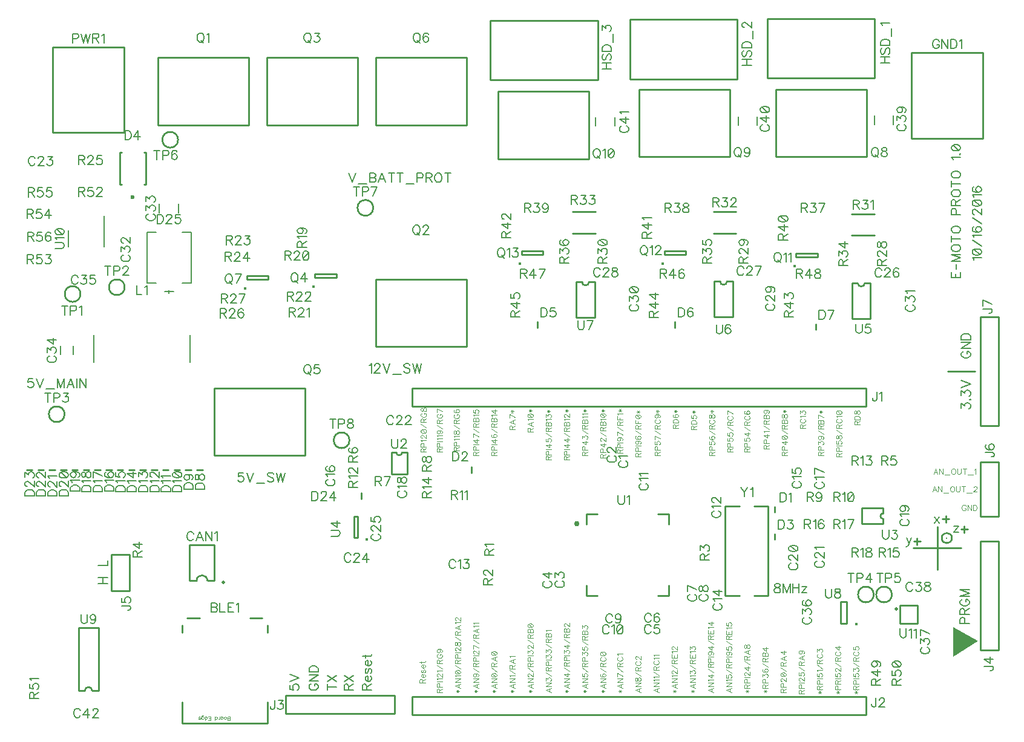
<source format=gbr>
G04 DipTrace 2.4.0.2*
%INTopSilk.gbr*%
%MOIN*%
%ADD10C,0.0098*%
%ADD12C,0.003*%
%ADD23C,0.01*%
%ADD31C,0.006*%
%ADD33C,0.0197*%
%ADD35C,0.0236*%
%ADD42O,0.0X0.016*%
%ADD45C,0.0154*%
%ADD49C,0.0295*%
%ADD66C,0.0079*%
%ADD149C,0.0077*%
%ADD150C,0.0046*%
%FSLAX44Y44*%
G04*
G70*
G90*
G75*
G01*
%LNTopSilk*%
%LPD*%
X17496Y3955D2*
D10*
X12772D1*
X17496D2*
Y5136D1*
X12772Y3955D2*
Y5136D1*
X13067Y9762D2*
X13756D1*
X16512D2*
X17201D1*
X12772Y8974D2*
Y9368D1*
X17496Y8974D2*
Y9368D1*
X51970Y36979D2*
D31*
Y37456D1*
X50910D2*
Y36979D1*
X44470Y36916D2*
Y37394D1*
X43410D2*
Y36916D1*
X36630Y36891D2*
Y37369D1*
X35570D2*
Y36891D1*
X13189Y11827D2*
D10*
Y13796D1*
X14567D1*
Y11827D1*
X13189D2*
X13583D1*
X14567D2*
X14173D1*
X13583D2*
G02X14173Y11827I295J0D01*
G01*
D33*
X15059Y11729D3*
X45422Y15592D2*
D10*
Y15907D1*
X28715Y18095D2*
Y17780D1*
X45422Y14092D2*
Y14407D1*
X9356Y33670D2*
Y35442D1*
X10774Y33670D2*
Y35442D1*
X9356D2*
X9455D1*
X9356Y33670D2*
X9455D1*
X10675Y35442D2*
X10774D1*
X10675Y33670D2*
X10774D1*
D35*
X10065Y32952D3*
X32358Y25781D2*
D10*
Y26096D1*
X39922Y25781D2*
Y26096D1*
X47672Y25656D2*
Y25971D1*
X13911Y17927D2*
X13596D1*
X13286Y17921D2*
X12971D1*
X12661Y17927D2*
X12346D1*
X12036D2*
X11721D1*
X11411D2*
X11096D1*
X10786D2*
X10471D1*
X10161D2*
X9846D1*
X9536D2*
X9221D1*
X8910D2*
X8596D1*
X8285D2*
X7970D1*
X7660D2*
X7345D1*
X7035D2*
X6720D1*
X6410D2*
X6095D1*
X5785D2*
X5470D1*
X5160D2*
X4845D1*
X4535D2*
X4220D1*
X22650Y16660D2*
Y16345D1*
X52956Y40930D2*
X56893D1*
Y36206D1*
X52956D1*
Y40930D1*
X50924Y39543D2*
X45019D1*
Y42811D1*
X50924D1*
Y39543D1*
X43362Y39481D2*
X37456D1*
Y42749D1*
X43362D1*
Y39481D1*
X35674Y39418D2*
X29769D1*
Y42686D1*
X35674D1*
Y39418D1*
X50440Y21440D2*
Y22440D1*
X25440Y21440D2*
X50440D1*
X25440D2*
Y22440D1*
X26190D1*
X50440D1*
Y4440D2*
Y5440D1*
X25440Y4440D2*
X50440D1*
X25440D2*
Y5440D1*
X26190D1*
X50440D1*
X18502Y4503D2*
X24502D1*
X18502Y5503D2*
X24502D1*
X18502Y4503D2*
Y5503D1*
X24502Y4503D2*
Y5503D1*
X57758Y7999D2*
Y13999D1*
X56758Y7999D2*
Y13999D1*
X57758Y7999D2*
X56758D1*
X57758Y13999D2*
X56758D1*
X9877Y13253D2*
X8877D1*
X9877Y11253D2*
Y13253D1*
Y11253D2*
X8877D1*
Y13253D1*
X56753Y18377D2*
X57753D1*
Y15377D1*
X56753D2*
X57753D1*
X56753Y18377D2*
Y15377D1*
X57753Y20378D2*
Y26378D1*
X56753Y20378D2*
Y26378D1*
X57753Y20378D2*
X56753D1*
X57753Y26378D2*
X56753D1*
X5644Y41242D2*
X9581D1*
Y36518D1*
X5644D1*
Y41242D1*
D42*
X12080Y37360D3*
X11440Y36940D2*
D10*
X16440D1*
Y40660D1*
X11440D1*
Y36940D1*
D42*
X27800Y28020D3*
X28440Y28440D2*
D10*
X23440D1*
Y24720D1*
X28440D1*
Y28440D1*
D42*
X18080Y37360D3*
X17440Y36940D2*
D10*
X22440D1*
Y40660D1*
X17440D1*
Y36940D1*
D45*
X20007Y28043D3*
X20099Y28544D2*
D10*
X21280D1*
Y28741D1*
X20099D1*
Y28544D1*
D42*
X18925Y22020D3*
X19565Y22440D2*
D10*
X14565D1*
Y18720D1*
X19565D1*
Y22440D1*
D42*
X24080Y37360D3*
X23440Y36940D2*
D10*
X28440D1*
Y40660D1*
X23440D1*
Y36940D1*
D45*
X16257Y27918D3*
X16349Y28419D2*
D10*
X17530D1*
Y28616D1*
X16349D1*
Y28419D1*
D42*
X46142Y35610D3*
X45502Y35190D2*
D10*
X50502D1*
Y38910D1*
X45502D1*
Y35190D1*
D42*
X38580Y35610D3*
X37940Y35190D2*
D10*
X42940D1*
Y38910D1*
X37940D1*
Y35190D1*
D42*
X30830Y35485D3*
X30190Y35065D2*
D10*
X35190D1*
Y38785D1*
X30190D1*
Y35065D1*
D45*
X46507Y29168D3*
X46599Y29669D2*
D10*
X47780D1*
Y29866D1*
X46599D1*
Y29669D1*
D45*
X39257Y29293D3*
X39349Y29794D2*
D10*
X40530D1*
Y29991D1*
X39349D1*
Y29794D1*
D45*
X31382Y29293D3*
X31474Y29794D2*
D10*
X32655D1*
Y29991D1*
X31474D1*
Y29794D1*
X49663Y32031D2*
X50922D1*
X49663Y30849D2*
X50922D1*
X42038Y32154D2*
X43297D1*
X42038Y30972D2*
X43297D1*
X34288Y32152D2*
X35547D1*
X34288Y30970D2*
X35547D1*
X50012Y11062D2*
G02X50012Y11062I433J0D01*
G01*
X51012D2*
G02X51012Y11062I433J0D01*
G01*
X11695Y36127D2*
G02X11695Y36127I433J0D01*
G01*
X22446Y32376D2*
G02X22446Y32376I433J0D01*
G01*
X21134Y19563D2*
G02X21134Y19563I433J0D01*
G01*
X35051Y14924D2*
Y15515D1*
X35642D2*
X35051D1*
X38988D2*
X39579D1*
Y14924D1*
Y11578D2*
Y10987D1*
X38988D1*
X35642D2*
X35051D1*
Y11578D1*
D49*
X34510Y14973D3*
X24313Y18894D2*
D10*
Y17713D1*
X25179Y18894D2*
Y17713D1*
X24313D2*
X25179D1*
X24313Y18894D2*
X24588D1*
X24903D2*
X25179D1*
X24588D2*
G03X24903Y18894I158J0D01*
G01*
X51402Y15817D2*
X50220D1*
X51402Y14950D2*
X50220D1*
Y15817D2*
Y14950D1*
X51402Y15817D2*
Y15541D1*
Y15226D2*
Y14950D1*
Y15541D2*
G03X51402Y15226I0J-158D01*
G01*
D45*
X22967Y14105D3*
X22466Y14197D2*
D10*
Y15378D1*
X22269D1*
Y14197D1*
X22466D1*
X49679Y28236D2*
Y26267D1*
X50703Y28236D2*
Y26267D1*
X49679D2*
X50703D1*
X49994Y28236D2*
X49679D1*
X50388D2*
X50703D1*
X49994D2*
G03X50388Y28236I197J0D01*
G01*
X42094Y28334D2*
Y26366D1*
X43118Y28334D2*
Y26366D1*
X42094D2*
X43118D1*
X42409Y28334D2*
X42094D1*
X42803D2*
X43118D1*
X42409D2*
G03X42803Y28334I197J0D01*
G01*
X34491Y28299D2*
Y26331D1*
X35515Y28299D2*
Y26331D1*
X34491D2*
X35515D1*
X34806Y28299D2*
X34491D1*
X35200D2*
X35515D1*
X34806D2*
G03X35200Y28299I197J0D01*
G01*
D45*
X49919Y9421D3*
X49378Y9473D2*
D10*
Y10655D1*
X49063Y9473D2*
Y10655D1*
X49378D2*
X49063D1*
X49378Y9473D2*
X49063D1*
X8177Y5766D2*
Y9231D1*
X7078Y5766D2*
Y9231D1*
X8177D2*
X7078D1*
X8177Y5766D2*
X7823D1*
X7432D2*
X7078D1*
X7823D2*
G03X7432Y5766I-196J2D01*
G01*
X52306Y10449D2*
X53290D1*
Y9465D1*
X52306D1*
Y10449D1*
D33*
X52109Y10252D3*
X43489Y11003D2*
D10*
X42702D1*
Y15924D1*
X43489D1*
X44277D2*
X45064D1*
Y11003D1*
X44277D1*
X11535Y32589D2*
D31*
Y32111D1*
X12595D2*
Y32589D1*
X6795Y24291D2*
Y24769D1*
X6085D2*
Y24291D1*
X11349Y31020D2*
X10840D1*
X12781Y28220D2*
X13290D1*
X12065Y27829D2*
Y27662D1*
X11815Y27762D2*
X12315D1*
X13290Y28220D2*
Y31020D1*
X12781D1*
X10840D2*
Y28220D1*
X11349D1*
X13225Y25374D2*
Y23866D1*
X7905D2*
Y25374D1*
X6320Y27626D2*
D10*
G02X6320Y27626I433J0D01*
G01*
X8757Y28001D2*
G02X8757Y28001I433J0D01*
G01*
X5445Y21000D2*
G02X5445Y21000I433J0D01*
G01*
X6517Y31120D2*
D66*
Y30244D1*
X8485Y31947D2*
Y30224D1*
G36*
X55253Y9252D2*
Y7627D1*
X56627Y8502D1*
D1*
X55253Y9252D1*
G37*
X53065Y13628D2*
D23*
X55690D1*
X54378Y14815D2*
Y12440D1*
X54622Y14174D2*
G02X54622Y14174I281J0D01*
G01*
X54902Y14173D2*
D3*
X54670Y15220D2*
X55030D1*
X54850Y15400D2*
Y15040D1*
X53080Y13990D2*
X53440D1*
X53260Y14170D2*
Y13810D1*
X55690Y14650D2*
X56050D1*
X55870Y14830D2*
Y14470D1*
X56446Y23375D2*
X54945D1*
X14376Y10593D2*
D149*
Y10090D1*
X14592D1*
X14664Y10114D1*
X14687Y10138D1*
X14711Y10186D1*
Y10258D1*
X14687Y10306D1*
X14664Y10329D1*
X14592Y10353D1*
X14664Y10378D1*
X14687Y10401D1*
X14711Y10449D1*
Y10497D1*
X14687Y10544D1*
X14664Y10569D1*
X14592Y10593D1*
X14376D1*
Y10353D2*
X14592D1*
X14865Y10593D2*
Y10090D1*
X15152D1*
X15617Y10593D2*
X15307D1*
Y10090D1*
X15617D1*
X15307Y10353D2*
X15498D1*
X15772Y10496D2*
X15820Y10521D1*
X15892Y10592D1*
Y10090D1*
X36949Y18417D2*
X36901Y18393D1*
X36853Y18345D1*
X36829Y18297D1*
Y18202D1*
X36853Y18154D1*
X36901Y18106D1*
X36949Y18082D1*
X37020Y18058D1*
X37140D1*
X37212Y18082D1*
X37260Y18106D1*
X37307Y18154D1*
X37332Y18202D1*
Y18297D1*
X37307Y18345D1*
X37260Y18393D1*
X37212Y18417D1*
X36925Y18571D2*
X36901Y18619D1*
X36830Y18691D1*
X37332D1*
X36318Y18709D2*
X36270Y18686D1*
X36222Y18637D1*
X36198Y18590D1*
Y18494D1*
X36222Y18446D1*
X36270Y18399D1*
X36318Y18374D1*
X36390Y18351D1*
X36510D1*
X36581Y18374D1*
X36629Y18399D1*
X36676Y18446D1*
X36701Y18494D1*
Y18590D1*
X36676Y18637D1*
X36629Y18686D1*
X36581Y18709D1*
X36318Y18888D2*
X36295D1*
X36246Y18912D1*
X36223Y18936D1*
X36199Y18984D1*
Y19079D1*
X36223Y19127D1*
X36246Y19151D1*
X36295Y19175D1*
X36342D1*
X36390Y19151D1*
X36461Y19103D1*
X36701Y18864D1*
Y19199D1*
X33449Y11809D2*
X33401Y11785D1*
X33353Y11737D1*
X33329Y11690D1*
Y11594D1*
X33353Y11546D1*
X33401Y11499D1*
X33449Y11474D1*
X33520Y11450D1*
X33640D1*
X33712Y11474D1*
X33760Y11499D1*
X33807Y11546D1*
X33832Y11594D1*
Y11690D1*
X33807Y11737D1*
X33760Y11785D1*
X33712Y11809D1*
X33330Y12012D2*
Y12274D1*
X33521Y12131D1*
Y12203D1*
X33545Y12250D1*
X33569Y12274D1*
X33640Y12298D1*
X33688D1*
X33760Y12274D1*
X33808Y12227D1*
X33832Y12155D1*
Y12083D1*
X33808Y12012D1*
X33784Y11988D1*
X33736Y11964D1*
X32761Y11797D2*
X32714Y11774D1*
X32665Y11725D1*
X32642Y11678D1*
Y11582D1*
X32665Y11534D1*
X32714Y11487D1*
X32761Y11462D1*
X32833Y11439D1*
X32953D1*
X33024Y11462D1*
X33072Y11487D1*
X33120Y11534D1*
X33144Y11582D1*
Y11678D1*
X33120Y11725D1*
X33072Y11774D1*
X33024Y11797D1*
X33144Y12191D2*
X32642D1*
X32977Y11952D1*
Y12310D1*
X38608Y9287D2*
X38585Y9335D1*
X38536Y9383D1*
X38489Y9406D1*
X38393D1*
X38345Y9383D1*
X38298Y9335D1*
X38273Y9287D1*
X38250Y9215D1*
Y9095D1*
X38273Y9024D1*
X38298Y8976D1*
X38345Y8928D1*
X38393Y8904D1*
X38489D1*
X38536Y8928D1*
X38585Y8976D1*
X38608Y9024D1*
X39050Y9406D2*
X38811D1*
X38787Y9191D1*
X38811Y9215D1*
X38883Y9239D1*
X38954D1*
X39026Y9215D1*
X39074Y9167D1*
X39098Y9095D1*
Y9048D1*
X39074Y8976D1*
X39026Y8928D1*
X38954Y8904D1*
X38883D1*
X38811Y8928D1*
X38787Y8952D1*
X38763Y9000D1*
X38620Y9912D2*
X38597Y9960D1*
X38549Y10008D1*
X38501Y10031D1*
X38405D1*
X38357Y10008D1*
X38310Y9960D1*
X38286Y9912D1*
X38262Y9840D1*
Y9720D1*
X38286Y9649D1*
X38310Y9601D1*
X38357Y9553D1*
X38405Y9529D1*
X38501D1*
X38549Y9553D1*
X38597Y9601D1*
X38620Y9649D1*
X39062Y9960D2*
X39038Y10007D1*
X38966Y10031D1*
X38919D1*
X38847Y10007D1*
X38799Y9935D1*
X38775Y9816D1*
Y9696D1*
X38799Y9601D1*
X38847Y9553D1*
X38919Y9529D1*
X38942D1*
X39014Y9553D1*
X39062Y9601D1*
X39085Y9673D1*
Y9696D1*
X39062Y9768D1*
X39014Y9816D1*
X38942Y9840D1*
X38919D1*
X38847Y9816D1*
X38799Y9768D1*
X38775Y9696D1*
X40749Y11069D2*
X40701Y11045D1*
X40653Y10997D1*
X40629Y10949D1*
Y10854D1*
X40653Y10806D1*
X40701Y10758D1*
X40749Y10734D1*
X40821Y10710D1*
X40940D1*
X41012Y10734D1*
X41060Y10758D1*
X41107Y10806D1*
X41132Y10854D1*
Y10949D1*
X41107Y10997D1*
X41060Y11045D1*
X41012Y11069D1*
X41132Y11319D2*
X40630Y11558D1*
Y11223D1*
X41374Y11069D2*
X41326Y11045D1*
X41278Y10997D1*
X41254Y10949D1*
Y10854D1*
X41278Y10806D1*
X41326Y10758D1*
X41374Y10734D1*
X41446Y10710D1*
X41565D1*
X41637Y10734D1*
X41685Y10758D1*
X41732Y10806D1*
X41757Y10854D1*
Y10949D1*
X41732Y10997D1*
X41685Y11045D1*
X41637Y11069D1*
X41255Y11343D2*
X41279Y11271D1*
X41326Y11247D1*
X41374D1*
X41422Y11271D1*
X41446Y11319D1*
X41470Y11414D1*
X41494Y11486D1*
X41542Y11534D1*
X41589Y11558D1*
X41661D1*
X41709Y11534D1*
X41733Y11510D1*
X41757Y11438D1*
Y11343D1*
X41733Y11271D1*
X41709Y11247D1*
X41661Y11223D1*
X41589D1*
X41542Y11247D1*
X41494Y11295D1*
X41470Y11366D1*
X41446Y11462D1*
X41422Y11510D1*
X41374Y11534D1*
X41326D1*
X41279Y11510D1*
X41255Y11438D1*
Y11343D1*
X36489Y9875D2*
X36466Y9922D1*
X36418Y9970D1*
X36370Y9994D1*
X36274D1*
X36226Y9970D1*
X36179Y9922D1*
X36154Y9875D1*
X36131Y9803D1*
Y9683D1*
X36154Y9612D1*
X36179Y9564D1*
X36226Y9516D1*
X36274Y9492D1*
X36370D1*
X36418Y9516D1*
X36466Y9564D1*
X36489Y9612D1*
X36955Y9827D2*
X36931Y9755D1*
X36883Y9707D1*
X36811Y9683D1*
X36788D1*
X36716Y9707D1*
X36668Y9755D1*
X36644Y9827D1*
Y9850D1*
X36668Y9922D1*
X36716Y9970D1*
X36788Y9994D1*
X36811D1*
X36883Y9970D1*
X36931Y9922D1*
X36955Y9827D1*
Y9707D1*
X36931Y9587D1*
X36883Y9515D1*
X36811Y9492D1*
X36764D1*
X36692Y9515D1*
X36668Y9564D1*
X36300Y9272D2*
X36276Y9319D1*
X36228Y9367D1*
X36181Y9391D1*
X36085D1*
X36037Y9367D1*
X35989Y9319D1*
X35965Y9272D1*
X35941Y9200D1*
Y9080D1*
X35965Y9009D1*
X35989Y8961D1*
X36037Y8913D1*
X36085Y8889D1*
X36181D1*
X36228Y8913D1*
X36276Y8961D1*
X36300Y9009D1*
X36454Y9295D2*
X36503Y9319D1*
X36574Y9391D1*
Y8889D1*
X36872Y9391D2*
X36801Y9367D1*
X36753Y9295D1*
X36729Y9176D1*
Y9104D1*
X36753Y8984D1*
X36801Y8913D1*
X36872Y8889D1*
X36920D1*
X36992Y8913D1*
X37039Y8984D1*
X37064Y9104D1*
Y9176D1*
X37039Y9295D1*
X36992Y9367D1*
X36920Y9391D1*
X36872D1*
X37039Y9295D2*
X36753Y8984D1*
X38068Y17180D2*
X38020Y17156D1*
X37972Y17108D1*
X37949Y17060D1*
Y16965D1*
X37972Y16917D1*
X38020Y16869D1*
X38068Y16845D1*
X38140Y16821D1*
X38260D1*
X38331Y16845D1*
X38379Y16869D1*
X38427Y16917D1*
X38451Y16965D1*
Y17060D1*
X38427Y17108D1*
X38379Y17156D1*
X38331Y17180D1*
X38045Y17334D2*
X38020Y17382D1*
X37949Y17454D1*
X38451D1*
X38045Y17608D2*
X38020Y17656D1*
X37949Y17728D1*
X38451D1*
X42074Y15672D2*
X42026Y15648D1*
X41978Y15600D1*
X41954Y15553D1*
Y15457D1*
X41978Y15409D1*
X42026Y15361D1*
X42074Y15337D1*
X42145Y15313D1*
X42265D1*
X42337Y15337D1*
X42385Y15361D1*
X42432Y15409D1*
X42457Y15457D1*
Y15553D1*
X42432Y15600D1*
X42385Y15648D1*
X42337Y15672D1*
X42050Y15826D2*
X42026Y15874D1*
X41955Y15946D1*
X42457D1*
X42074Y16125D2*
X42050D1*
X42002Y16149D1*
X41978Y16173D1*
X41955Y16221D1*
Y16316D1*
X41978Y16364D1*
X42002Y16388D1*
X42050Y16412D1*
X42098D1*
X42146Y16388D1*
X42217Y16340D1*
X42457Y16101D1*
Y16436D1*
X27840Y12875D2*
X27817Y12922D1*
X27769Y12970D1*
X27721Y12994D1*
X27625D1*
X27577Y12970D1*
X27530Y12922D1*
X27505Y12875D1*
X27482Y12803D1*
Y12683D1*
X27505Y12612D1*
X27530Y12564D1*
X27577Y12516D1*
X27625Y12492D1*
X27721D1*
X27769Y12516D1*
X27817Y12564D1*
X27840Y12612D1*
X27995Y12898D2*
X28043Y12922D1*
X28115Y12994D1*
Y12492D1*
X28317Y12994D2*
X28580D1*
X28437Y12802D1*
X28508D1*
X28556Y12779D1*
X28580Y12755D1*
X28604Y12683D1*
Y12635D1*
X28580Y12564D1*
X28532Y12515D1*
X28460Y12492D1*
X28388D1*
X28317Y12515D1*
X28293Y12540D1*
X28269Y12587D1*
X42136Y10553D2*
X42089Y10530D1*
X42040Y10481D1*
X42017Y10434D1*
Y10338D1*
X42040Y10290D1*
X42089Y10243D1*
X42136Y10218D1*
X42208Y10195D1*
X42328D1*
X42399Y10218D1*
X42447Y10243D1*
X42495Y10290D1*
X42519Y10338D1*
Y10434D1*
X42495Y10481D1*
X42447Y10530D1*
X42399Y10553D1*
X42113Y10708D2*
X42089Y10756D1*
X42017Y10828D1*
X42519D1*
Y11221D2*
X42017D1*
X42352Y10982D1*
Y11341D1*
X46506Y17284D2*
X46458Y17260D1*
X46410Y17212D1*
X46386Y17164D1*
Y17069D1*
X46410Y17020D1*
X46458Y16973D1*
X46506Y16949D1*
X46577Y16925D1*
X46697D1*
X46769Y16949D1*
X46817Y16973D1*
X46864Y17020D1*
X46889Y17069D1*
Y17164D1*
X46864Y17212D1*
X46817Y17260D1*
X46769Y17284D1*
X46482Y17438D2*
X46458Y17486D1*
X46387Y17558D1*
X46889D1*
X46387Y17999D2*
Y17760D1*
X46602Y17737D1*
X46578Y17760D1*
X46554Y17832D1*
Y17903D1*
X46578Y17975D1*
X46626Y18023D1*
X46697Y18047D1*
X46745D1*
X46817Y18023D1*
X46865Y17975D1*
X46889Y17903D1*
Y17832D1*
X46865Y17760D1*
X46841Y17737D1*
X46793Y17712D1*
X20820Y17412D2*
X20772Y17389D1*
X20724Y17341D1*
X20701Y17293D1*
Y17197D1*
X20724Y17149D1*
X20772Y17102D1*
X20820Y17078D1*
X20892Y17054D1*
X21012D1*
X21083Y17078D1*
X21131Y17102D1*
X21179Y17149D1*
X21203Y17197D1*
Y17293D1*
X21179Y17341D1*
X21131Y17389D1*
X21083Y17412D1*
X20797Y17567D2*
X20772Y17615D1*
X20701Y17687D1*
X21203D1*
X20772Y18128D2*
X20725Y18104D1*
X20701Y18032D1*
Y17985D1*
X20725Y17913D1*
X20797Y17865D1*
X20916Y17841D1*
X21035D1*
X21131Y17865D1*
X21179Y17913D1*
X21203Y17985D1*
Y18009D1*
X21179Y18080D1*
X21131Y18128D1*
X21059Y18152D1*
X21035D1*
X20964Y18128D1*
X20916Y18080D1*
X20892Y18009D1*
Y17985D1*
X20916Y17913D1*
X20964Y17865D1*
X21035Y17841D1*
X47755Y17260D2*
X47708Y17236D1*
X47660Y17188D1*
X47636Y17140D1*
Y17045D1*
X47660Y16997D1*
X47708Y16949D1*
X47755Y16925D1*
X47827Y16901D1*
X47947D1*
X48018Y16925D1*
X48066Y16949D1*
X48114Y16997D1*
X48138Y17045D1*
Y17140D1*
X48114Y17188D1*
X48066Y17236D1*
X48018Y17260D1*
X47732Y17414D2*
X47708Y17462D1*
X47636Y17534D1*
X48138D1*
Y17784D2*
X47636Y18023D1*
Y17688D1*
X24761Y16773D2*
X24713Y16749D1*
X24665Y16701D1*
X24641Y16653D1*
Y16558D1*
X24665Y16510D1*
X24713Y16462D1*
X24761Y16438D1*
X24833Y16414D1*
X24953D1*
X25024Y16438D1*
X25072Y16462D1*
X25120Y16510D1*
X25144Y16558D1*
Y16653D1*
X25120Y16701D1*
X25072Y16749D1*
X25024Y16773D1*
X24738Y16927D2*
X24713Y16975D1*
X24642Y17047D1*
X25144D1*
X24642Y17321D2*
X24666Y17250D1*
X24713Y17225D1*
X24761D1*
X24809Y17250D1*
X24833Y17297D1*
X24857Y17393D1*
X24881Y17465D1*
X24929Y17512D1*
X24976Y17536D1*
X25048D1*
X25096Y17512D1*
X25120Y17488D1*
X25144Y17416D1*
Y17321D1*
X25120Y17250D1*
X25096Y17225D1*
X25048Y17201D1*
X24976D1*
X24929Y17225D1*
X24881Y17273D1*
X24857Y17345D1*
X24833Y17440D1*
X24809Y17488D1*
X24761Y17512D1*
X24713D1*
X24666Y17488D1*
X24642Y17416D1*
Y17321D1*
X52443Y15209D2*
X52395Y15185D1*
X52347Y15137D1*
X52323Y15090D1*
Y14994D1*
X52347Y14946D1*
X52395Y14898D1*
X52443Y14874D1*
X52515Y14850D1*
X52635D1*
X52706Y14874D1*
X52754Y14898D1*
X52801Y14946D1*
X52826Y14994D1*
Y15090D1*
X52801Y15137D1*
X52754Y15185D1*
X52706Y15209D1*
X52420Y15363D2*
X52395Y15412D1*
X52324Y15483D1*
X52826D1*
X52491Y15949D2*
X52563Y15925D1*
X52611Y15877D1*
X52635Y15805D1*
Y15781D1*
X52611Y15710D1*
X52563Y15662D1*
X52491Y15638D1*
X52467D1*
X52395Y15662D1*
X52348Y15710D1*
X52324Y15781D1*
Y15805D1*
X52348Y15877D1*
X52395Y15925D1*
X52491Y15949D1*
X52611D1*
X52730Y15925D1*
X52802Y15877D1*
X52826Y15805D1*
Y15758D1*
X52802Y15686D1*
X52754Y15662D1*
X46318Y12782D2*
X46271Y12759D1*
X46222Y12710D1*
X46199Y12663D1*
Y12567D1*
X46222Y12519D1*
X46271Y12472D1*
X46318Y12447D1*
X46390Y12424D1*
X46510D1*
X46581Y12447D1*
X46629Y12472D1*
X46677Y12519D1*
X46701Y12567D1*
Y12663D1*
X46677Y12710D1*
X46629Y12759D1*
X46581Y12782D1*
X46319Y12961D2*
X46295D1*
X46247Y12985D1*
X46223Y13009D1*
X46199Y13057D1*
Y13152D1*
X46223Y13200D1*
X46247Y13224D1*
X46295Y13248D1*
X46342D1*
X46390Y13224D1*
X46462Y13176D1*
X46701Y12937D1*
Y13272D1*
X46199Y13570D2*
X46223Y13498D1*
X46295Y13450D1*
X46414Y13426D1*
X46486D1*
X46605Y13450D1*
X46677Y13498D1*
X46701Y13570D1*
Y13617D1*
X46677Y13689D1*
X46605Y13737D1*
X46486Y13761D1*
X46414D1*
X46295Y13737D1*
X46223Y13689D1*
X46199Y13617D1*
Y13570D1*
X46295Y13737D2*
X46605Y13450D1*
X47756Y12908D2*
X47708Y12884D1*
X47660Y12836D1*
X47636Y12789D1*
Y12693D1*
X47660Y12645D1*
X47708Y12597D1*
X47756Y12573D1*
X47828Y12549D1*
X47948D1*
X48019Y12573D1*
X48067Y12597D1*
X48114Y12645D1*
X48139Y12693D1*
Y12789D1*
X48114Y12836D1*
X48067Y12884D1*
X48019Y12908D1*
X47756Y13087D2*
X47733D1*
X47684Y13111D1*
X47661Y13134D1*
X47637Y13182D1*
Y13278D1*
X47661Y13326D1*
X47684Y13349D1*
X47733Y13374D1*
X47780D1*
X47828Y13349D1*
X47899Y13302D1*
X48139Y13062D1*
Y13397D1*
X47733Y13552D2*
X47708Y13600D1*
X47637Y13672D1*
X48139D1*
X24426Y20807D2*
X24402Y20855D1*
X24354Y20903D1*
X24306Y20926D1*
X24211D1*
X24163Y20903D1*
X24115Y20855D1*
X24091Y20807D1*
X24067Y20735D1*
Y20615D1*
X24091Y20544D1*
X24115Y20496D1*
X24163Y20448D1*
X24211Y20424D1*
X24306D1*
X24354Y20448D1*
X24402Y20496D1*
X24426Y20544D1*
X24605Y20806D2*
Y20830D1*
X24628Y20878D1*
X24652Y20902D1*
X24700Y20926D1*
X24796D1*
X24843Y20902D1*
X24867Y20878D1*
X24891Y20830D1*
Y20783D1*
X24867Y20735D1*
X24820Y20663D1*
X24580Y20424D1*
X24915D1*
X25094Y20806D2*
Y20830D1*
X25118Y20878D1*
X25141Y20902D1*
X25190Y20926D1*
X25285D1*
X25333Y20902D1*
X25356Y20878D1*
X25381Y20830D1*
Y20783D1*
X25356Y20735D1*
X25309Y20663D1*
X25070Y20424D1*
X25405D1*
X4683Y35093D2*
X4659Y35141D1*
X4611Y35189D1*
X4564Y35213D1*
X4468D1*
X4420Y35189D1*
X4373Y35141D1*
X4348Y35093D1*
X4324Y35021D1*
Y34901D1*
X4348Y34830D1*
X4373Y34782D1*
X4420Y34735D1*
X4468Y34710D1*
X4564D1*
X4611Y34735D1*
X4659Y34782D1*
X4683Y34830D1*
X4862Y35093D2*
Y35116D1*
X4886Y35165D1*
X4909Y35188D1*
X4958Y35212D1*
X5053D1*
X5101Y35188D1*
X5124Y35165D1*
X5149Y35116D1*
Y35069D1*
X5124Y35021D1*
X5077Y34950D1*
X4838Y34710D1*
X5172D1*
X5375Y35212D2*
X5638D1*
X5494Y35021D1*
X5566D1*
X5614Y34997D1*
X5638Y34973D1*
X5662Y34901D1*
Y34854D1*
X5638Y34782D1*
X5590Y34734D1*
X5518Y34710D1*
X5446D1*
X5375Y34734D1*
X5351Y34758D1*
X5327Y34806D1*
X22077Y13229D2*
X22054Y13277D1*
X22006Y13325D1*
X21958Y13349D1*
X21862D1*
X21814Y13325D1*
X21767Y13277D1*
X21743Y13229D1*
X21719Y13157D1*
Y13037D1*
X21743Y12966D1*
X21767Y12918D1*
X21814Y12870D1*
X21862Y12846D1*
X21958D1*
X22006Y12870D1*
X22054Y12918D1*
X22077Y12966D1*
X22256Y13229D2*
Y13252D1*
X22280Y13300D1*
X22304Y13324D1*
X22352Y13348D1*
X22447D1*
X22495Y13324D1*
X22519Y13300D1*
X22543Y13252D1*
Y13205D1*
X22519Y13157D1*
X22471Y13085D1*
X22232Y12846D1*
X22567D1*
X22961D2*
Y13348D1*
X22721Y13014D1*
X23080D1*
X23323Y14394D2*
X23275Y14370D1*
X23227Y14322D1*
X23203Y14274D1*
Y14179D1*
X23227Y14131D1*
X23275Y14083D1*
X23323Y14059D1*
X23395Y14035D1*
X23515D1*
X23586Y14059D1*
X23634Y14083D1*
X23682Y14131D1*
X23706Y14179D1*
Y14274D1*
X23682Y14322D1*
X23634Y14370D1*
X23586Y14394D1*
X23323Y14572D2*
X23300D1*
X23252Y14596D1*
X23228Y14620D1*
X23204Y14668D1*
Y14764D1*
X23228Y14811D1*
X23252Y14835D1*
X23300Y14859D1*
X23347D1*
X23395Y14835D1*
X23467Y14787D1*
X23706Y14548D1*
Y14883D1*
X23204Y15324D2*
Y15085D1*
X23419Y15062D1*
X23395Y15085D1*
X23371Y15157D1*
Y15229D1*
X23395Y15300D1*
X23443Y15349D1*
X23515Y15372D1*
X23562D1*
X23634Y15349D1*
X23682Y15300D1*
X23706Y15229D1*
Y15157D1*
X23682Y15085D1*
X23658Y15062D1*
X23610Y15037D1*
X51308Y28937D2*
X51285Y28984D1*
X51237Y29032D1*
X51189Y29056D1*
X51093D1*
X51045Y29032D1*
X50998Y28984D1*
X50973Y28937D1*
X50950Y28865D1*
Y28745D1*
X50973Y28673D1*
X50998Y28625D1*
X51045Y28578D1*
X51093Y28553D1*
X51189D1*
X51237Y28578D1*
X51285Y28625D1*
X51308Y28673D1*
X51487Y28936D2*
Y28960D1*
X51511Y29008D1*
X51535Y29032D1*
X51583Y29055D1*
X51678D1*
X51726Y29032D1*
X51750Y29008D1*
X51774Y28960D1*
Y28912D1*
X51750Y28864D1*
X51702Y28793D1*
X51463Y28553D1*
X51798D1*
X52239Y28984D2*
X52215Y29032D1*
X52143Y29055D1*
X52096D1*
X52024Y29032D1*
X51976Y28960D1*
X51952Y28840D1*
Y28721D1*
X51976Y28625D1*
X52024Y28577D1*
X52096Y28553D1*
X52120D1*
X52191Y28577D1*
X52239Y28625D1*
X52263Y28697D1*
Y28721D1*
X52239Y28793D1*
X52191Y28840D1*
X52120Y28864D1*
X52096D1*
X52024Y28840D1*
X51976Y28793D1*
X51952Y28721D1*
X43711Y29035D2*
X43687Y29082D1*
X43639Y29130D1*
X43592Y29154D1*
X43496D1*
X43448Y29130D1*
X43401Y29082D1*
X43376Y29035D1*
X43352Y28963D1*
Y28843D1*
X43376Y28772D1*
X43401Y28724D1*
X43448Y28676D1*
X43496Y28652D1*
X43592D1*
X43639Y28676D1*
X43687Y28724D1*
X43711Y28772D1*
X43890Y29034D2*
Y29058D1*
X43914Y29106D1*
X43937Y29130D1*
X43985Y29154D1*
X44081D1*
X44129Y29130D1*
X44152Y29106D1*
X44177Y29058D1*
Y29010D1*
X44152Y28962D1*
X44105Y28891D1*
X43866Y28652D1*
X44200D1*
X44450D2*
X44690Y29154D1*
X44355D1*
X35806Y28961D2*
X35783Y29009D1*
X35735Y29057D1*
X35687Y29081D1*
X35591D1*
X35543Y29057D1*
X35496Y29009D1*
X35472Y28961D1*
X35448Y28889D1*
Y28769D1*
X35472Y28698D1*
X35496Y28650D1*
X35543Y28603D1*
X35591Y28578D1*
X35687D1*
X35735Y28603D1*
X35783Y28650D1*
X35806Y28698D1*
X35985Y28961D2*
Y28984D1*
X36009Y29033D1*
X36033Y29056D1*
X36081Y29080D1*
X36176D1*
X36224Y29056D1*
X36248Y29033D1*
X36272Y28984D1*
Y28937D1*
X36248Y28889D1*
X36200Y28818D1*
X35961Y28578D1*
X36296D1*
X36570Y29080D2*
X36498Y29056D1*
X36474Y29009D1*
Y28961D1*
X36498Y28913D1*
X36546Y28889D1*
X36641Y28865D1*
X36713Y28841D1*
X36761Y28793D1*
X36785Y28746D1*
Y28674D1*
X36761Y28626D1*
X36737Y28602D1*
X36665Y28578D1*
X36570D1*
X36498Y28602D1*
X36474Y28626D1*
X36450Y28674D1*
Y28746D1*
X36474Y28793D1*
X36522Y28841D1*
X36593Y28865D1*
X36689Y28889D1*
X36737Y28913D1*
X36761Y28961D1*
Y29009D1*
X36737Y29056D1*
X36665Y29080D1*
X36570D1*
X45046Y27079D2*
X44998Y27056D1*
X44950Y27008D1*
X44926Y26960D1*
Y26864D1*
X44950Y26816D1*
X44998Y26769D1*
X45046Y26744D1*
X45118Y26721D1*
X45237D1*
X45309Y26744D1*
X45357Y26769D1*
X45404Y26816D1*
X45429Y26864D1*
Y26960D1*
X45404Y27008D1*
X45357Y27056D1*
X45309Y27079D1*
X45046Y27258D2*
X45022D1*
X44974Y27282D1*
X44951Y27306D1*
X44927Y27354D1*
Y27449D1*
X44951Y27497D1*
X44974Y27521D1*
X45022Y27545D1*
X45070D1*
X45118Y27521D1*
X45189Y27473D1*
X45429Y27234D1*
Y27569D1*
X45094Y28034D2*
X45166Y28010D1*
X45214Y27962D1*
X45237Y27891D1*
Y27867D1*
X45214Y27795D1*
X45166Y27747D1*
X45094Y27723D1*
X45070D1*
X44998Y27747D1*
X44951Y27795D1*
X44927Y27867D1*
Y27891D1*
X44951Y27962D1*
X44998Y28010D1*
X45094Y28034D1*
X45214D1*
X45333Y28010D1*
X45405Y27962D1*
X45429Y27891D1*
Y27843D1*
X45405Y27771D1*
X45357Y27747D1*
X37535Y27044D2*
X37487Y27020D1*
X37439Y26972D1*
X37416Y26924D1*
Y26829D1*
X37439Y26781D1*
X37487Y26733D1*
X37535Y26709D1*
X37607Y26685D1*
X37727D1*
X37798Y26709D1*
X37846Y26733D1*
X37894Y26781D1*
X37918Y26829D1*
Y26924D1*
X37894Y26972D1*
X37846Y27020D1*
X37798Y27044D1*
X37416Y27246D2*
Y27509D1*
X37607Y27365D1*
Y27437D1*
X37631Y27485D1*
X37655Y27509D1*
X37727Y27533D1*
X37774D1*
X37846Y27509D1*
X37894Y27461D1*
X37918Y27389D1*
Y27317D1*
X37894Y27246D1*
X37870Y27222D1*
X37822Y27198D1*
X37416Y27831D2*
X37440Y27759D1*
X37512Y27711D1*
X37631Y27687D1*
X37703D1*
X37822Y27711D1*
X37894Y27759D1*
X37918Y27831D1*
Y27879D1*
X37894Y27950D1*
X37822Y27998D1*
X37703Y28022D1*
X37631D1*
X37512Y27998D1*
X37440Y27950D1*
X37416Y27879D1*
Y27831D1*
X37512Y27998D2*
X37822Y27711D1*
X52755Y27028D2*
X52708Y27004D1*
X52660Y26956D1*
X52636Y26908D1*
Y26813D1*
X52660Y26765D1*
X52708Y26717D1*
X52755Y26693D1*
X52827Y26669D1*
X52947D1*
X53018Y26693D1*
X53066Y26717D1*
X53114Y26765D1*
X53138Y26813D1*
Y26908D1*
X53114Y26956D1*
X53066Y27004D1*
X53018Y27028D1*
X52636Y27230D2*
Y27493D1*
X52828Y27350D1*
Y27422D1*
X52851Y27469D1*
X52875Y27493D1*
X52947Y27517D1*
X52995D1*
X53066Y27493D1*
X53115Y27445D1*
X53138Y27374D1*
Y27302D1*
X53115Y27230D1*
X53090Y27207D1*
X53043Y27182D1*
X52732Y27672D2*
X52708Y27720D1*
X52636Y27792D1*
X53138D1*
X47059Y9797D2*
X47012Y9773D1*
X46964Y9725D1*
X46940Y9678D1*
Y9582D1*
X46964Y9534D1*
X47012Y9487D1*
X47059Y9462D1*
X47131Y9438D1*
X47251D1*
X47323Y9462D1*
X47371Y9487D1*
X47418Y9534D1*
X47442Y9582D1*
Y9678D1*
X47418Y9725D1*
X47371Y9773D1*
X47323Y9797D1*
X46941Y10000D2*
Y10262D1*
X47132Y10119D1*
Y10191D1*
X47156Y10238D1*
X47179Y10262D1*
X47251Y10287D1*
X47299D1*
X47371Y10262D1*
X47419Y10215D1*
X47442Y10143D1*
Y10071D1*
X47419Y10000D1*
X47394Y9976D1*
X47347Y9952D1*
X47012Y10728D2*
X46964Y10704D1*
X46941Y10632D1*
Y10585D1*
X46964Y10513D1*
X47036Y10465D1*
X47156Y10441D1*
X47275D1*
X47371Y10465D1*
X47419Y10513D1*
X47442Y10585D1*
Y10608D1*
X47419Y10680D1*
X47371Y10728D1*
X47299Y10752D1*
X47275D1*
X47203Y10728D1*
X47156Y10680D1*
X47132Y10608D1*
Y10585D1*
X47156Y10513D1*
X47203Y10465D1*
X47275Y10441D1*
X53568Y8152D2*
X53520Y8128D1*
X53472Y8080D1*
X53448Y8033D1*
Y7937D1*
X53472Y7889D1*
X53520Y7842D1*
X53568Y7817D1*
X53640Y7793D1*
X53760D1*
X53831Y7817D1*
X53879Y7842D1*
X53926Y7889D1*
X53951Y7937D1*
Y8033D1*
X53926Y8080D1*
X53879Y8128D1*
X53831Y8152D1*
X53449Y8355D2*
Y8617D1*
X53640Y8474D1*
Y8546D1*
X53664Y8593D1*
X53688Y8617D1*
X53760Y8642D1*
X53807D1*
X53879Y8617D1*
X53927Y8570D1*
X53951Y8498D1*
Y8426D1*
X53927Y8355D1*
X53903Y8331D1*
X53855Y8307D1*
X53951Y8892D2*
X53449Y9131D1*
Y8796D1*
X53027Y11625D2*
X53004Y11672D1*
X52956Y11720D1*
X52908Y11744D1*
X52812D1*
X52764Y11720D1*
X52717Y11672D1*
X52693Y11625D1*
X52669Y11553D1*
Y11433D1*
X52693Y11362D1*
X52717Y11314D1*
X52764Y11266D1*
X52812Y11242D1*
X52908D1*
X52956Y11266D1*
X53004Y11314D1*
X53027Y11362D1*
X53230Y11744D2*
X53492D1*
X53349Y11552D1*
X53421D1*
X53469Y11529D1*
X53492Y11505D1*
X53517Y11433D1*
Y11385D1*
X53492Y11314D1*
X53445Y11265D1*
X53373Y11242D1*
X53301D1*
X53230Y11265D1*
X53206Y11290D1*
X53182Y11337D1*
X53791Y11744D2*
X53719Y11720D1*
X53695Y11672D1*
Y11624D1*
X53719Y11577D1*
X53767Y11552D1*
X53862Y11529D1*
X53934Y11505D1*
X53982Y11457D1*
X54006Y11409D1*
Y11337D1*
X53982Y11290D1*
X53958Y11265D1*
X53886Y11242D1*
X53791D1*
X53719Y11265D1*
X53695Y11290D1*
X53671Y11337D1*
Y11409D1*
X53695Y11457D1*
X53743Y11505D1*
X53814Y11529D1*
X53910Y11552D1*
X53958Y11577D1*
X53982Y11624D1*
Y11672D1*
X53958Y11720D1*
X53886Y11744D1*
X53791D1*
X52277Y36979D2*
X52230Y36956D1*
X52182Y36908D1*
X52158Y36860D1*
Y36764D1*
X52182Y36716D1*
X52230Y36669D1*
X52277Y36644D1*
X52349Y36621D1*
X52469D1*
X52540Y36644D1*
X52588Y36669D1*
X52636Y36716D1*
X52660Y36764D1*
Y36860D1*
X52636Y36908D1*
X52588Y36956D1*
X52540Y36979D1*
X52158Y37182D2*
Y37444D1*
X52350Y37301D1*
Y37373D1*
X52373Y37421D1*
X52397Y37444D1*
X52469Y37469D1*
X52516D1*
X52588Y37444D1*
X52636Y37397D1*
X52660Y37325D1*
Y37253D1*
X52636Y37182D1*
X52612Y37158D1*
X52565Y37134D1*
X52325Y37934D2*
X52397Y37910D1*
X52445Y37862D1*
X52469Y37791D1*
Y37767D1*
X52445Y37695D1*
X52397Y37647D1*
X52325Y37623D1*
X52301D1*
X52230Y37647D1*
X52182Y37695D1*
X52158Y37767D1*
Y37791D1*
X52182Y37862D1*
X52230Y37910D1*
X52325Y37934D1*
X52445D1*
X52565Y37910D1*
X52636Y37862D1*
X52660Y37791D1*
Y37743D1*
X52636Y37671D1*
X52588Y37647D1*
X44747Y36953D2*
X44700Y36929D1*
X44652Y36881D1*
X44628Y36834D1*
Y36738D1*
X44652Y36690D1*
X44700Y36643D1*
X44747Y36618D1*
X44819Y36594D1*
X44939D1*
X45010Y36618D1*
X45058Y36643D1*
X45106Y36690D1*
X45130Y36738D1*
Y36834D1*
X45106Y36881D1*
X45058Y36929D1*
X45010Y36953D1*
X45130Y37347D2*
X44628D1*
X44963Y37108D1*
Y37466D1*
X44628Y37764D2*
X44652Y37692D1*
X44724Y37644D1*
X44843Y37621D1*
X44915D1*
X45035Y37644D1*
X45106Y37692D1*
X45130Y37764D1*
Y37812D1*
X45106Y37884D1*
X45035Y37931D1*
X44915Y37956D1*
X44843D1*
X44724Y37931D1*
X44652Y37884D1*
X44628Y37812D1*
Y37764D1*
X44724Y37931D2*
X45035Y37644D1*
X36997Y36886D2*
X36950Y36862D1*
X36902Y36814D1*
X36878Y36766D1*
Y36671D1*
X36902Y36623D1*
X36950Y36575D1*
X36997Y36551D1*
X37069Y36527D1*
X37189D1*
X37260Y36551D1*
X37308Y36575D1*
X37356Y36623D1*
X37380Y36671D1*
Y36766D1*
X37356Y36814D1*
X37308Y36862D1*
X37260Y36886D1*
X37380Y37279D2*
X36878D1*
X37213Y37040D1*
Y37399D1*
X36974Y37553D2*
X36950Y37601D1*
X36878Y37673D1*
X37380D1*
X7181Y4661D2*
X7157Y4709D1*
X7109Y4757D1*
X7062Y4780D1*
X6966D1*
X6918Y4757D1*
X6870Y4709D1*
X6846Y4661D1*
X6822Y4589D1*
Y4469D1*
X6846Y4398D1*
X6870Y4350D1*
X6918Y4302D1*
X6966Y4278D1*
X7062D1*
X7109Y4302D1*
X7157Y4350D1*
X7181Y4398D1*
X7575Y4278D2*
Y4780D1*
X7335Y4445D1*
X7694D1*
X7873Y4660D2*
Y4684D1*
X7897Y4732D1*
X7920Y4756D1*
X7968Y4780D1*
X8064D1*
X8112Y4756D1*
X8135Y4732D1*
X8160Y4684D1*
Y4637D1*
X8135Y4589D1*
X8088Y4517D1*
X7848Y4278D1*
X8183D1*
X13407Y14409D2*
X13383Y14456D1*
X13335Y14504D1*
X13288Y14528D1*
X13192D1*
X13144Y14504D1*
X13096Y14456D1*
X13072Y14409D1*
X13048Y14337D1*
Y14217D1*
X13072Y14146D1*
X13096Y14098D1*
X13144Y14050D1*
X13192Y14026D1*
X13288D1*
X13335Y14050D1*
X13383Y14098D1*
X13407Y14146D1*
X13944Y14026D2*
X13753Y14528D1*
X13561Y14026D1*
X13633Y14193D2*
X13873D1*
X14434Y14528D2*
Y14026D1*
X14099Y14528D1*
Y14026D1*
X14588Y14432D2*
X14636Y14456D1*
X14708Y14528D1*
Y14026D1*
X45728Y16679D2*
Y16176D1*
X45895D1*
X45967Y16201D1*
X46015Y16248D1*
X46039Y16296D1*
X46063Y16368D1*
Y16488D1*
X46039Y16559D1*
X46015Y16607D1*
X45967Y16655D1*
X45895Y16679D1*
X45728D1*
X46217Y16583D2*
X46265Y16607D1*
X46337Y16678D1*
Y16176D1*
X27692Y18929D2*
Y18427D1*
X27860D1*
X27932Y18451D1*
X27980Y18498D1*
X28004Y18546D1*
X28027Y18618D1*
Y18738D1*
X28004Y18810D1*
X27980Y18857D1*
X27932Y18905D1*
X27860Y18929D1*
X27692D1*
X28206Y18809D2*
Y18833D1*
X28230Y18881D1*
X28254Y18905D1*
X28302Y18928D1*
X28397D1*
X28445Y18905D1*
X28469Y18881D1*
X28493Y18833D1*
Y18785D1*
X28469Y18737D1*
X28421Y18666D1*
X28182Y18427D1*
X28517D1*
X45620Y15179D2*
Y14676D1*
X45788D1*
X45860Y14701D1*
X45908Y14748D1*
X45932Y14796D1*
X45955Y14867D1*
Y14987D1*
X45932Y15059D1*
X45908Y15107D1*
X45860Y15155D1*
X45788Y15179D1*
X45620D1*
X46158Y15178D2*
X46420D1*
X46277Y14987D1*
X46349D1*
X46397Y14963D1*
X46420Y14939D1*
X46445Y14867D1*
Y14820D1*
X46420Y14748D1*
X46373Y14700D1*
X46301Y14676D1*
X46229D1*
X46158Y14700D1*
X46134Y14724D1*
X46110Y14772D1*
X9641Y36627D2*
Y36125D1*
X9808D1*
X9880Y36149D1*
X9928Y36196D1*
X9952Y36244D1*
X9976Y36316D1*
Y36436D1*
X9952Y36508D1*
X9928Y36555D1*
X9880Y36603D1*
X9808Y36627D1*
X9641D1*
X10370Y36125D2*
Y36626D1*
X10130Y36292D1*
X10489D1*
X32556Y26867D2*
Y26365D1*
X32724D1*
X32796Y26389D1*
X32844Y26437D1*
X32868Y26485D1*
X32891Y26556D1*
Y26676D1*
X32868Y26748D1*
X32844Y26795D1*
X32796Y26844D1*
X32724Y26867D1*
X32556D1*
X33333D2*
X33094D1*
X33070Y26652D1*
X33094Y26676D1*
X33166Y26700D1*
X33237D1*
X33309Y26676D1*
X33357Y26628D1*
X33381Y26556D1*
Y26509D1*
X33357Y26437D1*
X33309Y26389D1*
X33237Y26365D1*
X33166D1*
X33094Y26389D1*
X33070Y26413D1*
X33046Y26461D1*
X40132Y26867D2*
Y26365D1*
X40299D1*
X40371Y26389D1*
X40419Y26437D1*
X40443Y26485D1*
X40467Y26556D1*
Y26676D1*
X40443Y26748D1*
X40419Y26795D1*
X40371Y26844D1*
X40299Y26867D1*
X40132D1*
X40908Y26795D2*
X40884Y26843D1*
X40812Y26867D1*
X40765D1*
X40693Y26843D1*
X40645Y26771D1*
X40621Y26652D1*
Y26532D1*
X40645Y26437D1*
X40693Y26389D1*
X40765Y26365D1*
X40789D1*
X40860Y26389D1*
X40908Y26437D1*
X40932Y26509D1*
Y26532D1*
X40908Y26604D1*
X40860Y26652D1*
X40789Y26676D1*
X40765D1*
X40693Y26652D1*
X40645Y26604D1*
X40621Y26532D1*
X47871Y26742D2*
Y26240D1*
X48038D1*
X48110Y26264D1*
X48158Y26312D1*
X48182Y26360D1*
X48206Y26431D1*
Y26551D1*
X48182Y26623D1*
X48158Y26670D1*
X48110Y26719D1*
X48038Y26742D1*
X47871D1*
X48456Y26240D2*
X48695Y26742D1*
X48360D1*
X13512Y16875D2*
X14014D1*
Y17042D1*
X13990Y17114D1*
X13943Y17162D1*
X13894Y17186D1*
X13823Y17210D1*
X13703D1*
X13631Y17186D1*
X13584Y17162D1*
X13536Y17114D1*
X13512Y17042D1*
Y16875D1*
X13513Y17484D2*
X13536Y17412D1*
X13584Y17388D1*
X13632D1*
X13679Y17412D1*
X13704Y17460D1*
X13728Y17555D1*
X13751Y17627D1*
X13799Y17675D1*
X13847Y17699D1*
X13919D1*
X13966Y17675D1*
X13991Y17651D1*
X14014Y17579D1*
Y17484D1*
X13991Y17412D1*
X13966Y17388D1*
X13919Y17364D1*
X13847D1*
X13799Y17388D1*
X13751Y17436D1*
X13728Y17507D1*
X13704Y17603D1*
X13679Y17651D1*
X13632Y17675D1*
X13584D1*
X13536Y17651D1*
X13513Y17579D1*
Y17484D1*
X12887Y16881D2*
X13389D1*
Y17048D1*
X13365Y17120D1*
X13318Y17168D1*
X13269Y17192D1*
X13198Y17216D1*
X13078D1*
X13006Y17192D1*
X12959Y17168D1*
X12911Y17120D1*
X12887Y17048D1*
Y16881D1*
X13054Y17681D2*
X13126Y17657D1*
X13174Y17610D1*
X13198Y17538D1*
Y17514D1*
X13174Y17442D1*
X13126Y17395D1*
X13054Y17370D1*
X13031D1*
X12959Y17395D1*
X12911Y17442D1*
X12888Y17514D1*
Y17538D1*
X12911Y17610D1*
X12959Y17657D1*
X13054Y17681D1*
X13174D1*
X13294Y17657D1*
X13366Y17610D1*
X13389Y17538D1*
Y17490D1*
X13366Y17418D1*
X13318Y17395D1*
X12262Y16737D2*
X12764D1*
Y16905D1*
X12740Y16977D1*
X12692Y17025D1*
X12644Y17049D1*
X12573Y17072D1*
X12453D1*
X12381Y17049D1*
X12334Y17025D1*
X12286Y16977D1*
X12262Y16905D1*
Y16737D1*
X12358Y17227D2*
X12334Y17275D1*
X12262Y17347D1*
X12764D1*
X12262Y17645D2*
X12286Y17573D1*
X12358Y17525D1*
X12477Y17501D1*
X12549D1*
X12669Y17525D1*
X12741Y17573D1*
X12764Y17645D1*
Y17692D1*
X12741Y17764D1*
X12669Y17812D1*
X12549Y17836D1*
X12477D1*
X12358Y17812D1*
X12286Y17764D1*
X12262Y17692D1*
Y17645D1*
X12358Y17812D2*
X12669Y17525D1*
X11637Y16720D2*
X12139D1*
Y16888D1*
X12115Y16959D1*
X12067Y17007D1*
X12019Y17031D1*
X11948Y17055D1*
X11828D1*
X11756Y17031D1*
X11709Y17007D1*
X11661Y16959D1*
X11637Y16888D1*
Y16720D1*
X11733Y17209D2*
X11709Y17257D1*
X11637Y17329D1*
X12139D1*
X11733Y17484D2*
X11709Y17532D1*
X11637Y17604D1*
X12139D1*
X11012Y16738D2*
X11514D1*
Y16905D1*
X11490Y16977D1*
X11442Y17025D1*
X11394Y17049D1*
X11323Y17073D1*
X11203D1*
X11131Y17049D1*
X11084Y17025D1*
X11035Y16977D1*
X11012Y16905D1*
Y16738D1*
X11108Y17227D2*
X11084Y17275D1*
X11012Y17347D1*
X11514D1*
X11132Y17526D2*
X11108D1*
X11060Y17549D1*
X11036Y17573D1*
X11012Y17621D1*
Y17717D1*
X11036Y17764D1*
X11060Y17788D1*
X11108Y17812D1*
X11155D1*
X11203Y17788D1*
X11275Y17741D1*
X11514Y17501D1*
Y17836D1*
X10387Y16737D2*
X10889D1*
Y16905D1*
X10865Y16977D1*
X10817Y17025D1*
X10769Y17049D1*
X10698Y17072D1*
X10578D1*
X10506Y17049D1*
X10459Y17025D1*
X10410Y16977D1*
X10387Y16905D1*
Y16737D1*
X10483Y17227D2*
X10459Y17275D1*
X10387Y17347D1*
X10889D1*
X10387Y17549D2*
Y17812D1*
X10578Y17669D1*
Y17740D1*
X10602Y17788D1*
X10626Y17812D1*
X10698Y17836D1*
X10745D1*
X10817Y17812D1*
X10865Y17764D1*
X10889Y17692D1*
Y17620D1*
X10865Y17549D1*
X10841Y17525D1*
X10793Y17501D1*
X9762Y16726D2*
X10264D1*
Y16893D1*
X10240Y16965D1*
X10192Y17013D1*
X10144Y17037D1*
X10073Y17061D1*
X9953D1*
X9881Y17037D1*
X9833Y17013D1*
X9785Y16965D1*
X9762Y16893D1*
Y16726D1*
X9858Y17215D2*
X9833Y17263D1*
X9762Y17335D1*
X10264D1*
Y17729D2*
X9762D1*
X10097Y17489D1*
Y17848D1*
X9136Y16738D2*
X9639D1*
Y16905D1*
X9615Y16977D1*
X9567Y17025D1*
X9519Y17049D1*
X9448Y17073D1*
X9328D1*
X9256Y17049D1*
X9208Y17025D1*
X9160Y16977D1*
X9136Y16905D1*
Y16738D1*
X9233Y17227D2*
X9208Y17275D1*
X9137Y17347D1*
X9639D1*
X9137Y17788D2*
Y17549D1*
X9352Y17526D1*
X9328Y17549D1*
X9304Y17621D1*
Y17692D1*
X9328Y17764D1*
X9376Y17812D1*
X9448Y17836D1*
X9495D1*
X9567Y17812D1*
X9615Y17764D1*
X9639Y17692D1*
Y17621D1*
X9615Y17549D1*
X9591Y17526D1*
X9543Y17501D1*
X8511Y16750D2*
X9014D1*
Y16917D1*
X8990Y16989D1*
X8942Y17037D1*
X8894Y17061D1*
X8823Y17085D1*
X8703D1*
X8631Y17061D1*
X8583Y17037D1*
X8535Y16989D1*
X8511Y16917D1*
Y16750D1*
X8608Y17239D2*
X8583Y17287D1*
X8512Y17359D1*
X9014D1*
X8583Y17800D2*
X8536Y17776D1*
X8512Y17704D1*
Y17657D1*
X8536Y17585D1*
X8608Y17537D1*
X8727Y17513D1*
X8846D1*
X8942Y17537D1*
X8990Y17585D1*
X9014Y17657D1*
Y17681D1*
X8990Y17752D1*
X8942Y17800D1*
X8870Y17824D1*
X8846D1*
X8775Y17800D1*
X8727Y17752D1*
X8703Y17681D1*
Y17657D1*
X8727Y17585D1*
X8775Y17537D1*
X8846Y17513D1*
X7886Y16737D2*
X8389D1*
Y16905D1*
X8365Y16977D1*
X8317Y17025D1*
X8269Y17049D1*
X8198Y17072D1*
X8078D1*
X8006Y17049D1*
X7958Y17025D1*
X7910Y16977D1*
X7886Y16905D1*
Y16737D1*
X7983Y17227D2*
X7958Y17275D1*
X7887Y17347D1*
X8389D1*
Y17597D2*
X7887Y17836D1*
Y17501D1*
X7261Y16738D2*
X7764D1*
Y16905D1*
X7739Y16977D1*
X7692Y17025D1*
X7644Y17049D1*
X7573Y17073D1*
X7453D1*
X7381Y17049D1*
X7333Y17025D1*
X7285Y16977D1*
X7261Y16905D1*
Y16738D1*
X7358Y17227D2*
X7333Y17275D1*
X7262Y17347D1*
X7764D1*
X7262Y17621D2*
X7286Y17549D1*
X7333Y17525D1*
X7381D1*
X7429Y17549D1*
X7453Y17597D1*
X7477Y17693D1*
X7501Y17764D1*
X7549Y17812D1*
X7596Y17836D1*
X7668D1*
X7716Y17812D1*
X7740Y17788D1*
X7764Y17716D1*
Y17621D1*
X7740Y17549D1*
X7716Y17525D1*
X7668Y17501D1*
X7596D1*
X7549Y17525D1*
X7501Y17573D1*
X7477Y17645D1*
X7453Y17740D1*
X7429Y17788D1*
X7381Y17812D1*
X7333D1*
X7286Y17788D1*
X7262Y17716D1*
Y17621D1*
X6636Y16749D2*
X7139D1*
Y16917D1*
X7114Y16989D1*
X7067Y17037D1*
X7019Y17061D1*
X6947Y17084D1*
X6827D1*
X6756Y17061D1*
X6708Y17037D1*
X6660Y16989D1*
X6636Y16917D1*
Y16749D1*
X6732Y17239D2*
X6708Y17287D1*
X6637Y17359D1*
X7139D1*
X6804Y17824D2*
X6876Y17800D1*
X6924Y17752D1*
X6947Y17681D1*
Y17657D1*
X6924Y17585D1*
X6876Y17537D1*
X6804Y17513D1*
X6780D1*
X6708Y17537D1*
X6661Y17585D1*
X6637Y17657D1*
Y17681D1*
X6661Y17752D1*
X6708Y17800D1*
X6804Y17824D1*
X6924D1*
X7043Y17800D1*
X7115Y17752D1*
X7139Y17681D1*
Y17633D1*
X7115Y17561D1*
X7067Y17537D1*
X6011Y16505D2*
X6514D1*
Y16672D1*
X6489Y16744D1*
X6442Y16792D1*
X6394Y16816D1*
X6322Y16840D1*
X6202D1*
X6131Y16816D1*
X6083Y16792D1*
X6035Y16744D1*
X6011Y16672D1*
Y16505D1*
X6131Y17019D2*
X6107D1*
X6059Y17042D1*
X6036Y17066D1*
X6012Y17114D1*
Y17210D1*
X6036Y17257D1*
X6059Y17281D1*
X6107Y17305D1*
X6155D1*
X6203Y17281D1*
X6274Y17234D1*
X6514Y16994D1*
Y17329D1*
X6012Y17627D2*
X6036Y17555D1*
X6107Y17507D1*
X6227Y17484D1*
X6299D1*
X6418Y17507D1*
X6490Y17555D1*
X6514Y17627D1*
Y17675D1*
X6490Y17747D1*
X6418Y17794D1*
X6299Y17819D1*
X6227D1*
X6107Y17794D1*
X6036Y17747D1*
X6012Y17675D1*
Y17627D1*
X6107Y17794D2*
X6418Y17507D1*
X5386Y16487D2*
X5889D1*
Y16655D1*
X5864Y16727D1*
X5817Y16775D1*
X5769Y16799D1*
X5697Y16822D1*
X5577D1*
X5506Y16799D1*
X5458Y16775D1*
X5410Y16727D1*
X5386Y16655D1*
Y16487D1*
X5506Y17001D2*
X5482D1*
X5434Y17025D1*
X5410Y17049D1*
X5387Y17097D1*
Y17192D1*
X5410Y17240D1*
X5434Y17264D1*
X5482Y17288D1*
X5530D1*
X5578Y17264D1*
X5649Y17216D1*
X5889Y16977D1*
Y17312D1*
X5482Y17466D2*
X5458Y17514D1*
X5387Y17586D1*
X5889D1*
X4761Y16505D2*
X5263D1*
Y16673D1*
X5239Y16744D1*
X5192Y16792D1*
X5143Y16816D1*
X5072Y16840D1*
X4952D1*
X4880Y16816D1*
X4833Y16792D1*
X4785Y16744D1*
X4761Y16673D1*
Y16505D1*
X4881Y17019D2*
X4857D1*
X4809Y17042D1*
X4785Y17066D1*
X4762Y17114D1*
Y17210D1*
X4785Y17257D1*
X4809Y17281D1*
X4857Y17306D1*
X4905D1*
X4953Y17281D1*
X5024Y17234D1*
X5263Y16994D1*
Y17329D1*
X4881Y17508D2*
X4857D1*
X4809Y17532D1*
X4785Y17556D1*
X4762Y17604D1*
Y17699D1*
X4785Y17747D1*
X4809Y17771D1*
X4857Y17795D1*
X4905D1*
X4953Y17771D1*
X5024Y17723D1*
X5263Y17484D1*
Y17819D1*
X4136Y16505D2*
X4638D1*
Y16672D1*
X4614Y16744D1*
X4567Y16792D1*
X4519Y16816D1*
X4447Y16840D1*
X4327D1*
X4255Y16816D1*
X4208Y16792D1*
X4160Y16744D1*
X4136Y16672D1*
Y16505D1*
X4256Y17019D2*
X4232D1*
X4184Y17042D1*
X4160Y17066D1*
X4137Y17114D1*
Y17210D1*
X4160Y17257D1*
X4184Y17281D1*
X4232Y17305D1*
X4280D1*
X4328Y17281D1*
X4399Y17234D1*
X4638Y16994D1*
Y17329D1*
X4137Y17532D2*
Y17794D1*
X4328Y17651D1*
Y17723D1*
X4352Y17770D1*
X4375Y17794D1*
X4447Y17819D1*
X4495D1*
X4567Y17794D1*
X4615Y17747D1*
X4638Y17675D1*
Y17603D1*
X4615Y17532D1*
X4590Y17508D1*
X4543Y17484D1*
X19933Y16744D2*
Y16242D1*
X20101D1*
X20173Y16266D1*
X20221Y16314D1*
X20244Y16362D1*
X20268Y16433D1*
Y16553D1*
X20244Y16625D1*
X20221Y16672D1*
X20173Y16720D1*
X20101Y16744D1*
X19933D1*
X20447Y16624D2*
Y16648D1*
X20471Y16696D1*
X20494Y16720D1*
X20543Y16744D1*
X20638D1*
X20686Y16720D1*
X20709Y16696D1*
X20734Y16648D1*
Y16600D1*
X20709Y16552D1*
X20662Y16481D1*
X20423Y16242D1*
X20757D1*
X21151D2*
Y16744D1*
X20912Y16409D1*
X21271D1*
X54477Y41543D2*
X54453Y41591D1*
X54405Y41639D1*
X54358Y41662D1*
X54262D1*
X54214Y41639D1*
X54166Y41591D1*
X54142Y41543D1*
X54118Y41471D1*
Y41351D1*
X54142Y41280D1*
X54166Y41232D1*
X54214Y41184D1*
X54262Y41160D1*
X54358D1*
X54405Y41184D1*
X54453Y41232D1*
X54477Y41280D1*
Y41351D1*
X54358D1*
X54966Y41662D2*
Y41160D1*
X54632Y41662D1*
Y41160D1*
X55121Y41662D2*
Y41160D1*
X55288D1*
X55360Y41184D1*
X55408Y41232D1*
X55432Y41280D1*
X55456Y41351D1*
Y41471D1*
X55432Y41543D1*
X55408Y41591D1*
X55360Y41639D1*
X55288Y41662D1*
X55121D1*
X55610Y41566D2*
X55658Y41591D1*
X55730Y41662D1*
Y41160D1*
X51264Y40358D2*
X51767D1*
X51264Y40693D2*
X51767D1*
X51504Y40358D2*
Y40693D1*
X51336Y41182D2*
X51288Y41134D1*
X51264Y41063D1*
Y40967D1*
X51288Y40895D1*
X51336Y40847D1*
X51384D1*
X51432Y40871D1*
X51455Y40895D1*
X51479Y40943D1*
X51527Y41086D1*
X51551Y41134D1*
X51575Y41158D1*
X51623Y41182D1*
X51695D1*
X51742Y41134D1*
X51767Y41063D1*
Y40967D1*
X51742Y40895D1*
X51695Y40847D1*
X51264Y41336D2*
X51767D1*
Y41504D1*
X51742Y41576D1*
X51695Y41624D1*
X51647Y41648D1*
X51575Y41671D1*
X51455D1*
X51384Y41648D1*
X51336Y41624D1*
X51288Y41576D1*
X51264Y41504D1*
Y41336D1*
X51850Y41826D2*
Y42280D1*
X51360Y42434D2*
X51336Y42483D1*
X51265Y42554D1*
X51767D1*
X43637Y40218D2*
X44139D1*
X43637Y40553D2*
X44139D1*
X43876Y40218D2*
Y40553D1*
X43709Y41042D2*
X43661Y40994D1*
X43637Y40923D1*
Y40827D1*
X43661Y40755D1*
X43709Y40707D1*
X43756D1*
X43804Y40731D1*
X43828Y40755D1*
X43852Y40803D1*
X43900Y40946D1*
X43924Y40994D1*
X43948Y41018D1*
X43995Y41042D1*
X44067D1*
X44115Y40994D1*
X44139Y40923D1*
Y40827D1*
X44115Y40755D1*
X44067Y40707D1*
X43637Y41196D2*
X44139D1*
Y41364D1*
X44115Y41436D1*
X44067Y41484D1*
X44019Y41508D1*
X43948Y41531D1*
X43828D1*
X43756Y41508D1*
X43709Y41484D1*
X43661Y41436D1*
X43637Y41364D1*
Y41196D1*
X44222Y41686D2*
Y42140D1*
X43757Y42319D2*
X43733D1*
X43685Y42343D1*
X43661Y42366D1*
X43637Y42414D1*
Y42510D1*
X43661Y42558D1*
X43685Y42581D1*
X43733Y42606D1*
X43780D1*
X43829Y42581D1*
X43900Y42534D1*
X44139Y42294D1*
Y42629D1*
X35919Y40035D2*
X36422D1*
X35919Y40370D2*
X36422D1*
X36159Y40035D2*
Y40370D1*
X35991Y40860D2*
X35943Y40812D1*
X35919Y40740D1*
Y40645D1*
X35943Y40573D1*
X35991Y40525D1*
X36039D1*
X36087Y40549D1*
X36110Y40573D1*
X36134Y40620D1*
X36182Y40764D1*
X36206Y40812D1*
X36230Y40836D1*
X36278Y40860D1*
X36350D1*
X36397Y40812D1*
X36422Y40740D1*
Y40645D1*
X36397Y40573D1*
X36350Y40525D1*
X35919Y41014D2*
X36422D1*
Y41181D1*
X36397Y41253D1*
X36350Y41301D1*
X36302Y41325D1*
X36230Y41349D1*
X36110D1*
X36039Y41325D1*
X35991Y41301D1*
X35943Y41253D1*
X35919Y41181D1*
Y41014D1*
X36505Y41503D2*
Y41958D1*
X35920Y42160D2*
Y42423D1*
X36111Y42279D1*
Y42351D1*
X36135Y42399D1*
X36159Y42423D1*
X36230Y42447D1*
X36278D1*
X36350Y42423D1*
X36398Y42375D1*
X36422Y42303D1*
Y42231D1*
X36398Y42160D1*
X36374Y42136D1*
X36326Y42112D1*
X51047Y22235D2*
Y21852D1*
X51024Y21780D1*
X50999Y21757D1*
X50952Y21732D1*
X50904D1*
X50856Y21757D1*
X50832Y21780D1*
X50808Y21852D1*
Y21900D1*
X51202Y22139D2*
X51250Y22163D1*
X51322Y22234D1*
Y21732D1*
X51002Y5360D2*
Y4977D1*
X50979Y4905D1*
X50954Y4882D1*
X50907Y4857D1*
X50859D1*
X50811Y4882D1*
X50787Y4905D1*
X50763Y4977D1*
Y5025D1*
X51181Y5240D2*
Y5264D1*
X51205Y5312D1*
X51229Y5335D1*
X51277Y5359D1*
X51372D1*
X51420Y5335D1*
X51444Y5312D1*
X51468Y5264D1*
Y5216D1*
X51444Y5168D1*
X51396Y5097D1*
X51157Y4857D1*
X51492D1*
X17877Y5235D2*
Y4852D1*
X17854Y4780D1*
X17829Y4757D1*
X17782Y4732D1*
X17734D1*
X17686Y4757D1*
X17662Y4780D1*
X17638Y4852D1*
Y4900D1*
X18080Y5234D2*
X18342D1*
X18199Y5043D1*
X18271D1*
X18319Y5019D1*
X18342Y4995D1*
X18367Y4924D1*
Y4876D1*
X18342Y4804D1*
X18295Y4756D1*
X18223Y4732D1*
X18151D1*
X18080Y4756D1*
X18056Y4780D1*
X18032Y4828D1*
X56963Y7112D2*
X57346D1*
X57418Y7088D1*
X57441Y7064D1*
X57466Y7016D1*
Y6968D1*
X57441Y6921D1*
X57418Y6897D1*
X57346Y6873D1*
X57298D1*
X57466Y7506D2*
X56964D1*
X57298Y7266D1*
Y7625D1*
X9458Y10440D2*
X9840D1*
X9912Y10416D1*
X9936Y10392D1*
X9960Y10344D1*
Y10296D1*
X9936Y10249D1*
X9912Y10225D1*
X9840Y10201D1*
X9793D1*
X9458Y10881D2*
Y10642D1*
X9673Y10619D1*
X9650Y10642D1*
X9625Y10714D1*
Y10786D1*
X9650Y10857D1*
X9697Y10906D1*
X9769Y10929D1*
X9816D1*
X9888Y10906D1*
X9936Y10857D1*
X9960Y10786D1*
Y10714D1*
X9936Y10642D1*
X9912Y10619D1*
X9865Y10594D1*
X57020Y18890D2*
X57403D1*
X57475Y18866D1*
X57498Y18842D1*
X57523Y18794D1*
Y18746D1*
X57498Y18698D1*
X57475Y18675D1*
X57403Y18650D1*
X57355D1*
X57092Y19331D2*
X57045Y19307D1*
X57021Y19235D1*
Y19188D1*
X57045Y19116D1*
X57116Y19068D1*
X57236Y19044D1*
X57355D1*
X57451Y19068D1*
X57499Y19116D1*
X57523Y19188D1*
Y19212D1*
X57499Y19283D1*
X57451Y19331D1*
X57379Y19355D1*
X57355D1*
X57283Y19331D1*
X57236Y19283D1*
X57212Y19212D1*
Y19188D1*
X57236Y19116D1*
X57283Y19068D1*
X57355Y19044D1*
X56895Y26815D2*
X57278D1*
X57350Y26791D1*
X57373Y26767D1*
X57398Y26719D1*
Y26671D1*
X57373Y26624D1*
X57350Y26600D1*
X57278Y26576D1*
X57230D1*
X57398Y27065D2*
X56896Y27304D1*
Y26969D1*
X6746Y41711D2*
X6962D1*
X7033Y41735D1*
X7057Y41759D1*
X7081Y41807D1*
Y41879D1*
X7057Y41926D1*
X7033Y41951D1*
X6962Y41974D1*
X6746D1*
Y41472D1*
X7236Y41974D2*
X7355Y41472D1*
X7475Y41974D1*
X7594Y41472D1*
X7714Y41974D1*
X7869Y41735D2*
X8084D1*
X8155Y41759D1*
X8180Y41783D1*
X8204Y41831D1*
Y41879D1*
X8180Y41926D1*
X8155Y41951D1*
X8084Y41974D1*
X7869D1*
Y41472D1*
X8036Y41735D2*
X8204Y41472D1*
X8358Y41878D2*
X8406Y41902D1*
X8478Y41974D1*
Y41472D1*
X13755Y42012D2*
X13707Y41989D1*
X13659Y41941D1*
X13636Y41893D1*
X13611Y41821D1*
Y41702D1*
X13636Y41630D1*
X13659Y41582D1*
X13707Y41534D1*
X13755Y41510D1*
X13851D1*
X13899Y41534D1*
X13946Y41582D1*
X13970Y41630D1*
X13994Y41702D1*
Y41821D1*
X13970Y41893D1*
X13946Y41941D1*
X13899Y41989D1*
X13851Y42012D1*
X13755D1*
X13827Y41606D2*
X13970Y41462D1*
X14149Y41916D2*
X14197Y41940D1*
X14269Y42012D1*
Y41510D1*
X25648Y31417D2*
X25600Y31394D1*
X25552Y31346D1*
X25528Y31298D1*
X25504Y31226D1*
Y31107D1*
X25528Y31035D1*
X25552Y30987D1*
X25600Y30939D1*
X25648Y30915D1*
X25743D1*
X25791Y30939D1*
X25839Y30987D1*
X25863Y31035D1*
X25887Y31107D1*
Y31226D1*
X25863Y31298D1*
X25839Y31346D1*
X25791Y31394D1*
X25743Y31417D1*
X25648D1*
X25719Y31011D2*
X25863Y30867D1*
X26066Y31297D2*
Y31321D1*
X26089Y31369D1*
X26113Y31393D1*
X26161Y31417D1*
X26257D1*
X26304Y31393D1*
X26328Y31369D1*
X26352Y31321D1*
Y31274D1*
X26328Y31225D1*
X26281Y31154D1*
X26041Y30915D1*
X26376D1*
X19648Y42012D2*
X19600Y41989D1*
X19552Y41941D1*
X19528Y41893D1*
X19504Y41821D1*
Y41702D1*
X19528Y41630D1*
X19552Y41582D1*
X19600Y41534D1*
X19648Y41510D1*
X19743D1*
X19791Y41534D1*
X19839Y41582D1*
X19863Y41630D1*
X19887Y41702D1*
Y41821D1*
X19863Y41893D1*
X19839Y41941D1*
X19791Y41989D1*
X19743Y42012D1*
X19648D1*
X19719Y41606D2*
X19863Y41462D1*
X20089Y42012D2*
X20352D1*
X20209Y41820D1*
X20281D1*
X20328Y41797D1*
X20352Y41773D1*
X20376Y41701D1*
Y41654D1*
X20352Y41582D1*
X20304Y41534D1*
X20232Y41510D1*
X20161D1*
X20089Y41534D1*
X20066Y41558D1*
X20041Y41605D1*
X18925Y28784D2*
X18878Y28761D1*
X18830Y28713D1*
X18806Y28665D1*
X18781Y28593D1*
Y28474D1*
X18806Y28402D1*
X18830Y28354D1*
X18878Y28306D1*
X18925Y28283D1*
X19021D1*
X19069Y28306D1*
X19116Y28354D1*
X19140Y28402D1*
X19164Y28474D1*
Y28593D1*
X19140Y28665D1*
X19116Y28713D1*
X19069Y28761D1*
X19021Y28784D1*
X18925D1*
X18997Y28378D2*
X19140Y28235D1*
X19558Y28282D2*
Y28784D1*
X19319Y28450D1*
X19678D1*
X19648Y23730D2*
X19600Y23706D1*
X19552Y23658D1*
X19528Y23610D1*
X19504Y23538D1*
Y23419D1*
X19528Y23347D1*
X19552Y23300D1*
X19600Y23251D1*
X19648Y23228D1*
X19743D1*
X19792Y23251D1*
X19839Y23300D1*
X19863Y23347D1*
X19887Y23419D1*
Y23538D1*
X19863Y23610D1*
X19839Y23658D1*
X19792Y23706D1*
X19743Y23730D1*
X19648D1*
X19720Y23323D2*
X19863Y23180D1*
X20328Y23729D2*
X20090D1*
X20066Y23514D1*
X20090Y23538D1*
X20161Y23562D1*
X20233D1*
X20305Y23538D1*
X20353Y23490D1*
X20376Y23418D1*
Y23371D1*
X20353Y23299D1*
X20305Y23251D1*
X20233Y23227D1*
X20161D1*
X20090Y23251D1*
X20066Y23275D1*
X20042Y23323D1*
X25660Y42012D2*
X25612Y41989D1*
X25564Y41941D1*
X25540Y41893D1*
X25516Y41821D1*
Y41702D1*
X25540Y41630D1*
X25564Y41582D1*
X25612Y41534D1*
X25660Y41510D1*
X25755D1*
X25803Y41534D1*
X25851Y41582D1*
X25875Y41630D1*
X25899Y41702D1*
Y41821D1*
X25875Y41893D1*
X25851Y41941D1*
X25803Y41989D1*
X25755Y42012D1*
X25660D1*
X25732Y41606D2*
X25875Y41462D1*
X26340Y41940D2*
X26316Y41988D1*
X26245Y42012D1*
X26197D1*
X26125Y41988D1*
X26077Y41916D1*
X26053Y41797D1*
Y41677D1*
X26077Y41582D1*
X26125Y41534D1*
X26197Y41510D1*
X26221D1*
X26292Y41534D1*
X26340Y41582D1*
X26364Y41654D1*
Y41677D1*
X26340Y41749D1*
X26292Y41797D1*
X26221Y41820D1*
X26197D1*
X26125Y41797D1*
X26077Y41749D1*
X26053Y41677D1*
X15312Y28722D2*
X15265Y28699D1*
X15216Y28651D1*
X15193Y28603D1*
X15168Y28531D1*
Y28411D1*
X15193Y28339D1*
X15216Y28292D1*
X15265Y28244D1*
X15312Y28220D1*
X15408D1*
X15456Y28244D1*
X15503Y28292D1*
X15527Y28339D1*
X15551Y28411D1*
Y28531D1*
X15527Y28603D1*
X15503Y28651D1*
X15456Y28699D1*
X15408Y28722D1*
X15312D1*
X15384Y28316D2*
X15527Y28172D1*
X15801Y28220D2*
X16041Y28721D1*
X15706D1*
X50898Y35700D2*
X50850Y35677D1*
X50802Y35628D1*
X50778Y35580D1*
X50754Y35509D1*
Y35389D1*
X50778Y35317D1*
X50802Y35270D1*
X50850Y35222D1*
X50898Y35198D1*
X50993D1*
X51042Y35222D1*
X51089Y35270D1*
X51113Y35317D1*
X51137Y35389D1*
Y35509D1*
X51113Y35580D1*
X51089Y35628D1*
X51042Y35677D1*
X50993Y35700D1*
X50898D1*
X50970Y35294D2*
X51113Y35150D1*
X51411Y35699D2*
X51340Y35675D1*
X51315Y35628D1*
Y35580D1*
X51340Y35532D1*
X51387Y35508D1*
X51483Y35484D1*
X51555Y35460D1*
X51602Y35412D1*
X51626Y35365D1*
Y35293D1*
X51602Y35245D1*
X51578Y35221D1*
X51507Y35197D1*
X51411D1*
X51340Y35221D1*
X51315Y35245D1*
X51292Y35293D1*
Y35365D1*
X51315Y35412D1*
X51363Y35460D1*
X51435Y35484D1*
X51530Y35508D1*
X51578Y35532D1*
X51602Y35580D1*
Y35628D1*
X51578Y35675D1*
X51507Y35699D1*
X51411D1*
X43347Y35700D2*
X43299Y35677D1*
X43251Y35628D1*
X43228Y35580D1*
X43203Y35509D1*
Y35389D1*
X43228Y35317D1*
X43251Y35270D1*
X43299Y35222D1*
X43347Y35198D1*
X43443D1*
X43491Y35222D1*
X43538Y35270D1*
X43562Y35317D1*
X43586Y35389D1*
Y35509D1*
X43562Y35580D1*
X43538Y35628D1*
X43491Y35677D1*
X43443Y35700D1*
X43347D1*
X43419Y35294D2*
X43562Y35150D1*
X44052Y35532D2*
X44027Y35460D1*
X43980Y35412D1*
X43908Y35389D1*
X43884D1*
X43812Y35412D1*
X43765Y35460D1*
X43741Y35532D1*
Y35556D1*
X43765Y35628D1*
X43812Y35675D1*
X43884Y35699D1*
X43908D1*
X43980Y35675D1*
X44027Y35628D1*
X44052Y35532D1*
Y35412D1*
X44027Y35293D1*
X43980Y35221D1*
X43908Y35197D1*
X43861D1*
X43789Y35221D1*
X43765Y35269D1*
X35573Y35637D2*
X35525Y35614D1*
X35477Y35566D1*
X35453Y35518D1*
X35429Y35446D1*
Y35327D1*
X35453Y35255D1*
X35477Y35207D1*
X35525Y35159D1*
X35573Y35135D1*
X35668D1*
X35717Y35159D1*
X35764Y35207D1*
X35788Y35255D1*
X35812Y35327D1*
Y35446D1*
X35788Y35518D1*
X35764Y35566D1*
X35717Y35614D1*
X35668Y35637D1*
X35573D1*
X35645Y35231D2*
X35788Y35087D1*
X35967Y35541D2*
X36015Y35565D1*
X36087Y35637D1*
Y35135D1*
X36385Y35637D2*
X36313Y35613D1*
X36265Y35541D1*
X36241Y35422D1*
Y35350D1*
X36265Y35230D1*
X36313Y35159D1*
X36385Y35135D1*
X36432D1*
X36504Y35159D1*
X36552Y35230D1*
X36576Y35350D1*
Y35422D1*
X36552Y35541D1*
X36504Y35613D1*
X36432Y35637D1*
X36385D1*
X36552Y35541D2*
X36265Y35230D1*
X45532Y29909D2*
X45485Y29886D1*
X45437Y29838D1*
X45413Y29790D1*
X45389Y29718D1*
Y29599D1*
X45413Y29527D1*
X45437Y29479D1*
X45485Y29431D1*
X45532Y29408D1*
X45628D1*
X45676Y29431D1*
X45724Y29479D1*
X45747Y29527D1*
X45772Y29599D1*
Y29718D1*
X45747Y29790D1*
X45724Y29838D1*
X45676Y29886D1*
X45628Y29909D1*
X45532D1*
X45604Y29503D2*
X45747Y29360D1*
X45926Y29813D2*
X45974Y29838D1*
X46046Y29909D1*
Y29407D1*
X46200Y29813D2*
X46249Y29838D1*
X46320Y29909D1*
Y29407D1*
X38175Y30284D2*
X38127Y30261D1*
X38079Y30213D1*
X38056Y30165D1*
X38031Y30093D1*
Y29974D1*
X38056Y29902D1*
X38079Y29854D1*
X38127Y29806D1*
X38175Y29783D1*
X38271D1*
X38319Y29806D1*
X38366Y29854D1*
X38390Y29902D1*
X38414Y29974D1*
Y30093D1*
X38390Y30165D1*
X38366Y30213D1*
X38319Y30261D1*
X38271Y30284D1*
X38175D1*
X38247Y29878D2*
X38390Y29735D1*
X38569Y30188D2*
X38617Y30213D1*
X38689Y30284D1*
Y29782D1*
X38867Y30165D2*
Y30188D1*
X38891Y30236D1*
X38915Y30260D1*
X38963Y30284D1*
X39058D1*
X39106Y30260D1*
X39130Y30236D1*
X39154Y30188D1*
Y30141D1*
X39130Y30093D1*
X39082Y30021D1*
X38843Y29782D1*
X39178D1*
X30300Y30159D2*
X30252Y30136D1*
X30204Y30088D1*
X30181Y30040D1*
X30156Y29968D1*
Y29849D1*
X30181Y29777D1*
X30204Y29729D1*
X30252Y29681D1*
X30300Y29658D1*
X30396D1*
X30444Y29681D1*
X30491Y29729D1*
X30515Y29777D1*
X30539Y29849D1*
Y29968D1*
X30515Y30040D1*
X30491Y30088D1*
X30444Y30136D1*
X30396Y30159D1*
X30300D1*
X30372Y29753D2*
X30515Y29610D1*
X30694Y30063D2*
X30742Y30088D1*
X30814Y30159D1*
Y29657D1*
X31016Y30159D2*
X31279D1*
X31135Y29968D1*
X31207D1*
X31255Y29944D1*
X31279Y29920D1*
X31303Y29848D1*
Y29801D1*
X31279Y29729D1*
X31231Y29681D1*
X31159Y29657D1*
X31087D1*
X31016Y29681D1*
X30992Y29705D1*
X30968Y29753D1*
X29688Y13220D2*
Y13435D1*
X29663Y13507D1*
X29640Y13531D1*
X29592Y13555D1*
X29544D1*
X29496Y13531D1*
X29472Y13507D1*
X29448Y13435D1*
Y13220D1*
X29951D1*
X29688Y13387D2*
X29951Y13555D1*
X29545Y13709D2*
X29520Y13757D1*
X29449Y13829D1*
X29951D1*
X29625Y11613D2*
Y11828D1*
X29601Y11899D1*
X29577Y11924D1*
X29530Y11947D1*
X29482D1*
X29434Y11924D1*
X29410Y11899D1*
X29386Y11828D1*
Y11613D1*
X29888D1*
X29625Y11780D2*
X29888Y11947D1*
X29506Y12126D2*
X29482D1*
X29434Y12150D1*
X29410Y12174D1*
X29386Y12222D1*
Y12317D1*
X29410Y12365D1*
X29434Y12389D1*
X29482Y12413D1*
X29530D1*
X29578Y12389D1*
X29649Y12341D1*
X29888Y12102D1*
Y12437D1*
X41568Y12962D2*
Y13177D1*
X41544Y13249D1*
X41520Y13274D1*
X41473Y13297D1*
X41425D1*
X41377Y13274D1*
X41353Y13249D1*
X41329Y13177D1*
Y12962D1*
X41832D1*
X41568Y13130D2*
X41832Y13297D1*
X41330Y13500D2*
Y13762D1*
X41521Y13619D1*
Y13691D1*
X41545Y13739D1*
X41568Y13762D1*
X41640Y13787D1*
X41688D1*
X41760Y13762D1*
X41808Y13715D1*
X41832Y13643D1*
Y13571D1*
X41808Y13500D1*
X41783Y13476D1*
X41736Y13452D1*
X10313Y13116D2*
Y13331D1*
X10289Y13403D1*
X10265Y13427D1*
X10218Y13451D1*
X10170D1*
X10122Y13427D1*
X10098Y13403D1*
X10074Y13331D1*
Y13116D1*
X10577D1*
X10313Y13283D2*
X10577Y13451D1*
Y13844D2*
X10075D1*
X10409Y13605D1*
Y13964D1*
X51319Y18448D2*
X51534D1*
X51605Y18472D1*
X51630Y18496D1*
X51654Y18543D1*
Y18591D1*
X51630Y18639D1*
X51605Y18663D1*
X51534Y18687D1*
X51319D1*
Y18184D1*
X51486Y18448D2*
X51654Y18184D1*
X52095Y18686D2*
X51856D1*
X51832Y18471D1*
X51856Y18495D1*
X51928Y18519D1*
X51999D1*
X52071Y18495D1*
X52119Y18448D1*
X52143Y18376D1*
Y18328D1*
X52119Y18256D1*
X52071Y18208D1*
X51999Y18184D1*
X51928D1*
X51856Y18208D1*
X51832Y18233D1*
X51808Y18280D1*
X22190Y18372D2*
Y18587D1*
X22166Y18659D1*
X22142Y18683D1*
X22094Y18707D1*
X22046D1*
X21999Y18683D1*
X21974Y18659D1*
X21951Y18587D1*
Y18372D1*
X22453D1*
X22190Y18540D2*
X22453Y18707D1*
X22022Y19148D2*
X21975Y19125D1*
X21951Y19053D1*
Y19005D1*
X21975Y18933D1*
X22047Y18885D1*
X22166Y18861D1*
X22285D1*
X22381Y18885D1*
X22429Y18933D1*
X22453Y19005D1*
Y19029D1*
X22429Y19100D1*
X22381Y19148D1*
X22309Y19172D1*
X22285D1*
X22214Y19148D1*
X22166Y19100D1*
X22142Y19029D1*
Y19005D1*
X22166Y18933D1*
X22214Y18885D1*
X22285Y18861D1*
X23430Y17312D2*
X23645D1*
X23717Y17336D1*
X23742Y17360D1*
X23765Y17407D1*
Y17455D1*
X23742Y17503D1*
X23717Y17527D1*
X23645Y17551D1*
X23430D1*
Y17049D1*
X23598Y17312D2*
X23765Y17049D1*
X24015D2*
X24255Y17551D1*
X23920D1*
X26256Y17857D2*
Y18072D1*
X26232Y18144D1*
X26208Y18169D1*
X26160Y18192D1*
X26112D1*
X26065Y18169D1*
X26040Y18144D1*
X26017Y18072D1*
Y17857D1*
X26519D1*
X26256Y18025D2*
X26519Y18192D1*
X26017Y18466D2*
X26041Y18395D1*
X26088Y18371D1*
X26137D1*
X26184Y18395D1*
X26208Y18442D1*
X26232Y18538D1*
X26256Y18610D1*
X26304Y18657D1*
X26352Y18681D1*
X26423D1*
X26471Y18657D1*
X26495Y18634D1*
X26519Y18562D1*
Y18466D1*
X26495Y18395D1*
X26471Y18371D1*
X26423Y18347D1*
X26352D1*
X26304Y18371D1*
X26256Y18419D1*
X26232Y18490D1*
X26208Y18586D1*
X26184Y18634D1*
X26137Y18657D1*
X26088D1*
X26041Y18634D1*
X26017Y18562D1*
Y18466D1*
X47205Y16448D2*
X47420D1*
X47492Y16472D1*
X47517Y16496D1*
X47540Y16543D1*
Y16591D1*
X47517Y16639D1*
X47492Y16663D1*
X47420Y16687D1*
X47205D1*
Y16184D1*
X47373Y16448D2*
X47540Y16184D1*
X48006Y16519D2*
X47982Y16448D1*
X47934Y16399D1*
X47862Y16376D1*
X47839D1*
X47767Y16399D1*
X47719Y16448D1*
X47695Y16519D1*
Y16543D1*
X47719Y16615D1*
X47767Y16663D1*
X47839Y16686D1*
X47862D1*
X47934Y16663D1*
X47982Y16615D1*
X48006Y16519D1*
Y16399D1*
X47982Y16280D1*
X47934Y16208D1*
X47862Y16184D1*
X47815D1*
X47743Y16208D1*
X47719Y16256D1*
X48681Y16448D2*
X48896D1*
X48968Y16472D1*
X48993Y16496D1*
X49016Y16543D1*
Y16591D1*
X48993Y16639D1*
X48968Y16663D1*
X48896Y16687D1*
X48681D1*
Y16184D1*
X48849Y16448D2*
X49016Y16184D1*
X49171Y16591D2*
X49219Y16615D1*
X49291Y16686D1*
Y16184D1*
X49589Y16686D2*
X49517Y16663D1*
X49469Y16591D1*
X49445Y16471D1*
Y16399D1*
X49469Y16280D1*
X49517Y16208D1*
X49589Y16184D1*
X49636D1*
X49708Y16208D1*
X49756Y16280D1*
X49780Y16399D1*
Y16471D1*
X49756Y16591D1*
X49708Y16663D1*
X49636Y16686D1*
X49589D1*
X49756Y16591D2*
X49469Y16280D1*
X27607Y16562D2*
X27822D1*
X27894Y16586D1*
X27918Y16610D1*
X27942Y16657D1*
Y16705D1*
X27918Y16753D1*
X27894Y16777D1*
X27822Y16801D1*
X27607D1*
Y16299D1*
X27774Y16562D2*
X27942Y16299D1*
X28096Y16705D2*
X28144Y16729D1*
X28216Y16800D1*
Y16299D1*
X28371Y16705D2*
X28419Y16729D1*
X28490Y16800D1*
Y16299D1*
X22190Y16973D2*
Y17188D1*
X22166Y17260D1*
X22142Y17284D1*
X22094Y17308D1*
X22046D1*
X21999Y17284D1*
X21974Y17260D1*
X21951Y17188D1*
Y16973D1*
X22453D1*
X22190Y17140D2*
X22453Y17308D1*
X22047Y17462D2*
X22022Y17510D1*
X21951Y17582D1*
X22453D1*
X22070Y17761D2*
X22047D1*
X21999Y17785D1*
X21975Y17808D1*
X21951Y17856D1*
Y17952D1*
X21975Y18000D1*
X21999Y18023D1*
X22047Y18048D1*
X22094D1*
X22142Y18023D1*
X22214Y17976D1*
X22453Y17736D1*
Y18071D1*
X49681Y18448D2*
X49896D1*
X49968Y18472D1*
X49993Y18496D1*
X50016Y18543D1*
Y18591D1*
X49993Y18639D1*
X49968Y18663D1*
X49896Y18687D1*
X49681D1*
Y18184D1*
X49849Y18448D2*
X50016Y18184D1*
X50171Y18591D2*
X50219Y18615D1*
X50291Y18686D1*
Y18184D1*
X50493Y18686D2*
X50756D1*
X50613Y18495D1*
X50684D1*
X50732Y18471D1*
X50756Y18448D1*
X50780Y18376D1*
Y18328D1*
X50756Y18256D1*
X50708Y18208D1*
X50636Y18184D1*
X50564D1*
X50493Y18208D1*
X50469Y18233D1*
X50445Y18280D1*
X26256Y16395D2*
Y16610D1*
X26232Y16682D1*
X26208Y16707D1*
X26160Y16730D1*
X26112D1*
X26065Y16707D1*
X26040Y16682D1*
X26017Y16610D1*
Y16395D1*
X26519D1*
X26256Y16563D2*
X26519Y16730D1*
X26113Y16885D2*
X26088Y16933D1*
X26017Y17005D1*
X26519D1*
Y17398D2*
X26017D1*
X26352Y17159D1*
Y17518D1*
X51182Y13385D2*
X51397D1*
X51469Y13409D1*
X51493Y13433D1*
X51517Y13480D1*
Y13529D1*
X51493Y13576D1*
X51469Y13600D1*
X51397Y13624D1*
X51182D1*
Y13122D1*
X51349Y13385D2*
X51517Y13122D1*
X51671Y13528D2*
X51719Y13552D1*
X51791Y13624D1*
Y13122D1*
X52232Y13624D2*
X51994D1*
X51970Y13409D1*
X51994Y13432D1*
X52065Y13457D1*
X52137D1*
X52209Y13432D1*
X52257Y13385D1*
X52280Y13313D1*
Y13265D1*
X52257Y13194D1*
X52209Y13146D1*
X52137Y13122D1*
X52065D1*
X51994Y13146D1*
X51970Y13170D1*
X51946Y13217D1*
X47069Y14948D2*
X47284D1*
X47355Y14972D1*
X47380Y14996D1*
X47404Y15043D1*
Y15091D1*
X47380Y15139D1*
X47355Y15163D1*
X47284Y15187D1*
X47069D1*
Y14684D1*
X47236Y14948D2*
X47404Y14684D1*
X47558Y15091D2*
X47606Y15115D1*
X47678Y15186D1*
Y14684D1*
X48119Y15115D2*
X48095Y15163D1*
X48023Y15186D1*
X47976D1*
X47904Y15163D1*
X47856Y15091D1*
X47832Y14971D1*
Y14852D1*
X47856Y14756D1*
X47904Y14708D1*
X47976Y14684D1*
X48000D1*
X48071Y14708D1*
X48119Y14756D1*
X48143Y14828D1*
Y14852D1*
X48119Y14924D1*
X48071Y14971D1*
X48000Y14995D1*
X47976D1*
X47904Y14971D1*
X47856Y14924D1*
X47832Y14852D1*
X48681Y14948D2*
X48896D1*
X48968Y14972D1*
X48993Y14996D1*
X49016Y15043D1*
Y15091D1*
X48993Y15139D1*
X48968Y15163D1*
X48896Y15187D1*
X48681D1*
Y14684D1*
X48849Y14948D2*
X49016Y14684D1*
X49171Y15091D2*
X49219Y15115D1*
X49291Y15186D1*
Y14684D1*
X49541D2*
X49780Y15186D1*
X49445D1*
X49682Y13385D2*
X49897D1*
X49969Y13409D1*
X49993Y13433D1*
X50017Y13480D1*
Y13529D1*
X49993Y13576D1*
X49969Y13600D1*
X49897Y13624D1*
X49682D1*
Y13122D1*
X49850Y13385D2*
X50017Y13122D1*
X50171Y13528D2*
X50220Y13552D1*
X50291Y13624D1*
Y13122D1*
X50565Y13624D2*
X50494Y13600D1*
X50470Y13552D1*
Y13504D1*
X50494Y13457D1*
X50541Y13432D1*
X50637Y13409D1*
X50709Y13385D1*
X50756Y13337D1*
X50780Y13289D1*
Y13217D1*
X50756Y13170D1*
X50733Y13146D1*
X50661Y13122D1*
X50565D1*
X50494Y13146D1*
X50470Y13170D1*
X50446Y13217D1*
Y13289D1*
X50470Y13337D1*
X50518Y13385D1*
X50589Y13409D1*
X50685Y13432D1*
X50733Y13457D1*
X50756Y13504D1*
Y13552D1*
X50733Y13600D1*
X50661Y13624D1*
X50565D1*
X19375Y30193D2*
Y30408D1*
X19351Y30480D1*
X19327Y30504D1*
X19280Y30528D1*
X19232D1*
X19184Y30504D1*
X19160Y30480D1*
X19136Y30408D1*
Y30193D1*
X19638D1*
X19375Y30360D2*
X19638Y30528D1*
X19232Y30682D2*
X19208Y30730D1*
X19136Y30802D1*
X19638D1*
X19303Y31268D2*
X19375Y31243D1*
X19423Y31196D1*
X19447Y31124D1*
Y31100D1*
X19423Y31028D1*
X19375Y30981D1*
X19303Y30957D1*
X19280D1*
X19208Y30981D1*
X19160Y31028D1*
X19136Y31100D1*
Y31124D1*
X19160Y31196D1*
X19208Y31243D1*
X19303Y31268D1*
X19423D1*
X19543Y31243D1*
X19615Y31196D1*
X19638Y31124D1*
Y31077D1*
X19615Y31005D1*
X19566Y30981D1*
X18449Y29755D2*
X18664D1*
X18735Y29779D1*
X18760Y29803D1*
X18783Y29850D1*
Y29898D1*
X18760Y29946D1*
X18735Y29970D1*
X18664Y29994D1*
X18449D1*
Y29492D1*
X18616Y29755D2*
X18783Y29492D1*
X18962Y29874D2*
Y29898D1*
X18986Y29946D1*
X19010Y29970D1*
X19058Y29994D1*
X19153D1*
X19201Y29970D1*
X19225Y29946D1*
X19249Y29898D1*
Y29850D1*
X19225Y29802D1*
X19177Y29731D1*
X18938Y29492D1*
X19273D1*
X19571Y29994D2*
X19499Y29970D1*
X19451Y29898D1*
X19427Y29779D1*
Y29707D1*
X19451Y29587D1*
X19499Y29515D1*
X19571Y29492D1*
X19618D1*
X19690Y29515D1*
X19738Y29587D1*
X19762Y29707D1*
Y29779D1*
X19738Y29898D1*
X19690Y29970D1*
X19618Y29994D1*
X19571D1*
X19738Y29898D2*
X19451Y29587D1*
X18681Y26630D2*
X18896D1*
X18968Y26654D1*
X18992Y26678D1*
X19016Y26725D1*
Y26773D1*
X18992Y26821D1*
X18968Y26845D1*
X18896Y26869D1*
X18681D1*
Y26367D1*
X18849Y26630D2*
X19016Y26367D1*
X19195Y26749D2*
Y26773D1*
X19218Y26821D1*
X19242Y26845D1*
X19290Y26869D1*
X19386D1*
X19433Y26845D1*
X19457Y26821D1*
X19482Y26773D1*
Y26725D1*
X19457Y26677D1*
X19410Y26606D1*
X19170Y26367D1*
X19505D1*
X19660Y26773D2*
X19708Y26797D1*
X19780Y26869D1*
Y26367D1*
X18574Y27505D2*
X18789D1*
X18860Y27529D1*
X18885Y27553D1*
X18908Y27600D1*
Y27648D1*
X18885Y27696D1*
X18860Y27720D1*
X18789Y27744D1*
X18574D1*
Y27242D1*
X18741Y27505D2*
X18908Y27242D1*
X19087Y27624D2*
Y27648D1*
X19111Y27696D1*
X19135Y27720D1*
X19183Y27744D1*
X19278D1*
X19326Y27720D1*
X19350Y27696D1*
X19374Y27648D1*
Y27600D1*
X19350Y27552D1*
X19302Y27481D1*
X19063Y27242D1*
X19398D1*
X19577Y27624D2*
Y27648D1*
X19600Y27696D1*
X19624Y27720D1*
X19672Y27744D1*
X19768D1*
X19815Y27720D1*
X19839Y27696D1*
X19863Y27648D1*
Y27600D1*
X19839Y27552D1*
X19792Y27481D1*
X19552Y27242D1*
X19887D1*
X15221Y30608D2*
X15436D1*
X15508Y30632D1*
X15532Y30656D1*
X15556Y30703D1*
Y30751D1*
X15532Y30799D1*
X15508Y30823D1*
X15436Y30847D1*
X15221D1*
Y30345D1*
X15388Y30608D2*
X15556Y30345D1*
X15734Y30727D2*
Y30751D1*
X15758Y30799D1*
X15782Y30823D1*
X15830Y30846D1*
X15926D1*
X15973Y30823D1*
X15997Y30799D1*
X16021Y30751D1*
Y30703D1*
X15997Y30655D1*
X15949Y30584D1*
X15710Y30345D1*
X16045D1*
X16247Y30846D2*
X16510D1*
X16367Y30655D1*
X16439D1*
X16486Y30631D1*
X16510Y30608D1*
X16534Y30536D1*
Y30488D1*
X16510Y30416D1*
X16462Y30368D1*
X16391Y30345D1*
X16319D1*
X16247Y30368D1*
X16224Y30393D1*
X16199Y30440D1*
X15168Y29692D2*
X15383D1*
X15455Y29717D1*
X15480Y29740D1*
X15503Y29788D1*
Y29836D1*
X15480Y29883D1*
X15455Y29908D1*
X15383Y29932D1*
X15168D1*
Y29429D1*
X15336Y29692D2*
X15503Y29429D1*
X15682Y29812D2*
Y29835D1*
X15706Y29883D1*
X15730Y29907D1*
X15778Y29931D1*
X15873D1*
X15921Y29907D1*
X15945Y29883D1*
X15969Y29835D1*
Y29788D1*
X15945Y29740D1*
X15897Y29668D1*
X15658Y29429D1*
X15993D1*
X16386D2*
Y29931D1*
X16147Y29597D1*
X16506D1*
X7086Y35018D2*
X7301D1*
X7373Y35042D1*
X7398Y35066D1*
X7421Y35113D1*
Y35161D1*
X7398Y35209D1*
X7373Y35233D1*
X7301Y35257D1*
X7086D1*
Y34754D1*
X7254Y35018D2*
X7421Y34754D1*
X7600Y35137D2*
Y35161D1*
X7624Y35209D1*
X7648Y35233D1*
X7696Y35256D1*
X7791D1*
X7839Y35233D1*
X7863Y35209D1*
X7887Y35161D1*
Y35113D1*
X7863Y35065D1*
X7815Y34994D1*
X7576Y34754D1*
X7911D1*
X8352Y35256D2*
X8113D1*
X8089Y35041D1*
X8113Y35065D1*
X8185Y35089D1*
X8256D1*
X8328Y35065D1*
X8376Y35018D1*
X8400Y34946D1*
Y34898D1*
X8376Y34826D1*
X8328Y34778D1*
X8256Y34754D1*
X8185D1*
X8113Y34778D1*
X8089Y34803D1*
X8065Y34850D1*
X14889Y26579D2*
X15104D1*
X15176Y26603D1*
X15200Y26627D1*
X15224Y26674D1*
Y26722D1*
X15200Y26770D1*
X15176Y26794D1*
X15104Y26818D1*
X14889D1*
Y26315D1*
X15056Y26579D2*
X15224Y26315D1*
X15403Y26698D2*
Y26722D1*
X15426Y26770D1*
X15450Y26794D1*
X15498Y26817D1*
X15594D1*
X15641Y26794D1*
X15665Y26770D1*
X15689Y26722D1*
Y26674D1*
X15665Y26626D1*
X15618Y26555D1*
X15378Y26315D1*
X15713D1*
X16154Y26746D2*
X16131Y26794D1*
X16059Y26817D1*
X16011D1*
X15939Y26794D1*
X15891Y26722D1*
X15868Y26602D1*
Y26483D1*
X15891Y26387D1*
X15939Y26339D1*
X16011Y26315D1*
X16035D1*
X16106Y26339D1*
X16154Y26387D1*
X16178Y26459D1*
Y26483D1*
X16154Y26555D1*
X16106Y26602D1*
X16035Y26626D1*
X16011D1*
X15939Y26602D1*
X15891Y26555D1*
X15868Y26483D1*
X14949Y27380D2*
X15164D1*
X15235Y27404D1*
X15260Y27428D1*
X15283Y27475D1*
Y27523D1*
X15260Y27571D1*
X15235Y27595D1*
X15164Y27619D1*
X14949D1*
Y27117D1*
X15116Y27380D2*
X15283Y27117D1*
X15462Y27499D2*
Y27523D1*
X15486Y27571D1*
X15510Y27595D1*
X15558Y27619D1*
X15653D1*
X15701Y27595D1*
X15725Y27571D1*
X15749Y27523D1*
Y27475D1*
X15725Y27427D1*
X15677Y27356D1*
X15438Y27117D1*
X15773D1*
X16023D2*
X16262Y27619D1*
X15927D1*
X51313Y29199D2*
Y29414D1*
X51288Y29486D1*
X51265Y29510D1*
X51217Y29534D1*
X51169D1*
X51121Y29510D1*
X51097Y29486D1*
X51073Y29414D1*
Y29199D1*
X51576D1*
X51313Y29366D2*
X51576Y29534D1*
X51193Y29712D2*
X51170D1*
X51121Y29736D1*
X51098Y29760D1*
X51074Y29808D1*
Y29904D1*
X51098Y29951D1*
X51121Y29975D1*
X51170Y29999D1*
X51217D1*
X51265Y29975D1*
X51336Y29927D1*
X51576Y29688D1*
Y30023D1*
X51074Y30297D2*
X51098Y30226D1*
X51145Y30201D1*
X51193D1*
X51241Y30226D1*
X51265Y30273D1*
X51289Y30369D1*
X51313Y30441D1*
X51361Y30488D1*
X51408Y30512D1*
X51480D1*
X51528Y30488D1*
X51552Y30464D1*
X51576Y30392D1*
Y30297D1*
X51552Y30226D1*
X51528Y30201D1*
X51480Y30177D1*
X51408D1*
X51361Y30201D1*
X51313Y30249D1*
X51289Y30321D1*
X51265Y30416D1*
X51241Y30464D1*
X51193Y30488D1*
X51145D1*
X51098Y30464D1*
X51074Y30392D1*
Y30297D1*
X43688Y29335D2*
Y29550D1*
X43663Y29622D1*
X43640Y29647D1*
X43592Y29670D1*
X43544D1*
X43496Y29647D1*
X43472Y29622D1*
X43448Y29550D1*
Y29335D1*
X43951D1*
X43688Y29503D2*
X43951Y29670D1*
X43568Y29849D2*
X43545D1*
X43496Y29873D1*
X43473Y29897D1*
X43449Y29945D1*
Y30040D1*
X43473Y30088D1*
X43496Y30112D1*
X43545Y30136D1*
X43592D1*
X43640Y30112D1*
X43711Y30064D1*
X43951Y29825D1*
Y30160D1*
X43616Y30625D2*
X43688Y30601D1*
X43736Y30553D1*
X43760Y30482D1*
Y30458D1*
X43736Y30386D1*
X43688Y30338D1*
X43616Y30314D1*
X43592D1*
X43520Y30338D1*
X43473Y30386D1*
X43449Y30458D1*
Y30482D1*
X43473Y30553D1*
X43520Y30601D1*
X43616Y30625D1*
X43736D1*
X43855Y30601D1*
X43927Y30553D1*
X43951Y30482D1*
Y30434D1*
X43927Y30362D1*
X43879Y30338D1*
X35938Y29324D2*
Y29539D1*
X35913Y29610D1*
X35890Y29635D1*
X35842Y29658D1*
X35794D1*
X35746Y29635D1*
X35722Y29610D1*
X35698Y29539D1*
Y29324D1*
X36201D1*
X35938Y29491D2*
X36201Y29658D1*
X35699Y29861D2*
Y30124D1*
X35890Y29980D1*
Y30052D1*
X35914Y30100D1*
X35938Y30124D1*
X36010Y30148D1*
X36057D1*
X36129Y30124D1*
X36177Y30076D1*
X36201Y30004D1*
Y29932D1*
X36177Y29861D1*
X36153Y29837D1*
X36105Y29813D1*
X35699Y30446D2*
X35723Y30374D1*
X35795Y30326D1*
X35914Y30302D1*
X35986D1*
X36105Y30326D1*
X36177Y30374D1*
X36201Y30446D1*
Y30493D1*
X36177Y30565D1*
X36105Y30613D1*
X35986Y30637D1*
X35914D1*
X35795Y30613D1*
X35723Y30565D1*
X35699Y30493D1*
Y30446D1*
X35795Y30613D2*
X36105Y30326D1*
X49743Y32563D2*
X49958D1*
X50030Y32587D1*
X50054Y32611D1*
X50078Y32658D1*
Y32706D1*
X50054Y32754D1*
X50030Y32778D1*
X49958Y32802D1*
X49743D1*
Y32300D1*
X49911Y32563D2*
X50078Y32300D1*
X50281Y32801D2*
X50543D1*
X50400Y32610D1*
X50472D1*
X50519Y32586D1*
X50543Y32563D1*
X50568Y32491D1*
Y32443D1*
X50543Y32371D1*
X50496Y32323D1*
X50424Y32300D1*
X50352D1*
X50281Y32323D1*
X50257Y32348D1*
X50233Y32395D1*
X50722Y32706D2*
X50770Y32730D1*
X50842Y32801D1*
Y32300D1*
X42011Y32686D2*
X42226D1*
X42298Y32710D1*
X42322Y32734D1*
X42346Y32781D1*
Y32829D1*
X42322Y32877D1*
X42298Y32901D1*
X42226Y32925D1*
X42011D1*
Y32422D1*
X42178Y32686D2*
X42346Y32422D1*
X42548Y32924D2*
X42811D1*
X42668Y32733D1*
X42739D1*
X42787Y32709D1*
X42811Y32686D1*
X42835Y32614D1*
Y32566D1*
X42811Y32494D1*
X42763Y32446D1*
X42691Y32422D1*
X42620D1*
X42548Y32446D1*
X42524Y32471D1*
X42500Y32518D1*
X43014Y32805D2*
Y32829D1*
X43038Y32877D1*
X43061Y32901D1*
X43109Y32924D1*
X43205D1*
X43253Y32901D1*
X43276Y32877D1*
X43301Y32829D1*
Y32781D1*
X43276Y32733D1*
X43229Y32662D1*
X42989Y32422D1*
X43324D1*
X34221Y32829D2*
X34436D1*
X34508Y32854D1*
X34532Y32878D1*
X34556Y32925D1*
Y32973D1*
X34532Y33021D1*
X34508Y33045D1*
X34436Y33069D1*
X34221D1*
Y32566D1*
X34389Y32829D2*
X34556Y32566D1*
X34759Y33068D2*
X35021D1*
X34878Y32877D1*
X34950D1*
X34997Y32853D1*
X35021Y32829D1*
X35045Y32758D1*
Y32710D1*
X35021Y32638D1*
X34974Y32590D1*
X34902Y32566D1*
X34830D1*
X34759Y32590D1*
X34735Y32614D1*
X34710Y32662D1*
X35248Y33068D2*
X35510D1*
X35367Y32877D1*
X35439D1*
X35487Y32853D1*
X35510Y32829D1*
X35535Y32758D1*
Y32710D1*
X35510Y32638D1*
X35463Y32590D1*
X35391Y32566D1*
X35319D1*
X35248Y32590D1*
X35224Y32614D1*
X35200Y32662D1*
X49188Y29187D2*
Y29402D1*
X49163Y29474D1*
X49140Y29498D1*
X49092Y29522D1*
X49044D1*
X48996Y29498D1*
X48972Y29474D1*
X48948Y29402D1*
Y29187D1*
X49451D1*
X49188Y29354D2*
X49451Y29522D1*
X48949Y29724D2*
Y29987D1*
X49140Y29843D1*
Y29915D1*
X49164Y29963D1*
X49188Y29987D1*
X49260Y30011D1*
X49307D1*
X49379Y29987D1*
X49427Y29939D1*
X49451Y29867D1*
Y29795D1*
X49427Y29724D1*
X49403Y29700D1*
X49355Y29676D1*
X49451Y30405D2*
X48949D1*
X49283Y30165D1*
Y30524D1*
X41688Y29324D2*
Y29539D1*
X41663Y29610D1*
X41640Y29635D1*
X41592Y29658D1*
X41544D1*
X41496Y29635D1*
X41472Y29610D1*
X41448Y29539D1*
Y29324D1*
X41951D1*
X41688Y29491D2*
X41951Y29658D1*
X41449Y29861D2*
Y30124D1*
X41640Y29980D1*
Y30052D1*
X41664Y30100D1*
X41688Y30124D1*
X41760Y30148D1*
X41807D1*
X41879Y30124D1*
X41927Y30076D1*
X41951Y30004D1*
Y29932D1*
X41927Y29861D1*
X41903Y29837D1*
X41855Y29813D1*
X41449Y30589D2*
Y30350D1*
X41664Y30327D1*
X41640Y30350D1*
X41616Y30422D1*
Y30493D1*
X41640Y30565D1*
X41688Y30613D1*
X41760Y30637D1*
X41807D1*
X41879Y30613D1*
X41927Y30565D1*
X41951Y30493D1*
Y30422D1*
X41927Y30350D1*
X41903Y30327D1*
X41855Y30302D1*
X33813Y29336D2*
Y29551D1*
X33788Y29623D1*
X33765Y29647D1*
X33717Y29671D1*
X33669D1*
X33621Y29647D1*
X33597Y29623D1*
X33573Y29551D1*
Y29336D1*
X34076D1*
X33813Y29503D2*
X34076Y29671D1*
X33574Y29873D2*
Y30136D1*
X33765Y29993D1*
Y30064D1*
X33789Y30112D1*
X33813Y30136D1*
X33885Y30160D1*
X33932D1*
X34004Y30136D1*
X34052Y30088D1*
X34076Y30016D1*
Y29944D1*
X34052Y29873D1*
X34028Y29849D1*
X33980Y29825D1*
X33645Y30601D2*
X33598Y30577D1*
X33574Y30506D1*
Y30458D1*
X33598Y30386D1*
X33670Y30338D1*
X33789Y30314D1*
X33908D1*
X34004Y30338D1*
X34052Y30386D1*
X34076Y30458D1*
Y30482D1*
X34052Y30553D1*
X34004Y30601D1*
X33932Y30625D1*
X33908D1*
X33836Y30601D1*
X33789Y30553D1*
X33765Y30482D1*
Y30458D1*
X33789Y30386D1*
X33836Y30338D1*
X33908Y30314D1*
X46886Y32380D2*
X47101D1*
X47173Y32404D1*
X47197Y32428D1*
X47221Y32475D1*
Y32523D1*
X47197Y32571D1*
X47173Y32595D1*
X47101Y32619D1*
X46886D1*
Y32117D1*
X47054Y32380D2*
X47221Y32117D1*
X47423Y32619D2*
X47686D1*
X47543Y32427D1*
X47615D1*
X47662Y32404D1*
X47686Y32380D1*
X47710Y32308D1*
Y32260D1*
X47686Y32189D1*
X47638Y32140D1*
X47567Y32117D1*
X47495D1*
X47423Y32140D1*
X47400Y32165D1*
X47375Y32212D1*
X47960Y32117D2*
X48200Y32619D1*
X47865D1*
X39386Y32380D2*
X39601D1*
X39673Y32404D1*
X39697Y32428D1*
X39721Y32475D1*
Y32523D1*
X39697Y32571D1*
X39673Y32595D1*
X39601Y32619D1*
X39386D1*
Y32117D1*
X39554Y32380D2*
X39721Y32117D1*
X39924Y32619D2*
X40186D1*
X40043Y32427D1*
X40115D1*
X40163Y32404D1*
X40186Y32380D1*
X40211Y32308D1*
Y32260D1*
X40186Y32189D1*
X40139Y32140D1*
X40067Y32117D1*
X39995D1*
X39924Y32140D1*
X39900Y32165D1*
X39876Y32212D1*
X40484Y32619D2*
X40413Y32595D1*
X40389Y32547D1*
Y32499D1*
X40413Y32452D1*
X40461Y32427D1*
X40556Y32404D1*
X40628Y32380D1*
X40676Y32332D1*
X40699Y32284D1*
Y32212D1*
X40676Y32165D1*
X40652Y32140D1*
X40580Y32117D1*
X40484D1*
X40413Y32140D1*
X40389Y32165D1*
X40365Y32212D1*
Y32284D1*
X40389Y32332D1*
X40437Y32380D1*
X40508Y32404D1*
X40604Y32427D1*
X40652Y32452D1*
X40676Y32499D1*
Y32547D1*
X40652Y32595D1*
X40580Y32619D1*
X40484D1*
X31648Y32380D2*
X31863D1*
X31935Y32404D1*
X31959Y32428D1*
X31983Y32475D1*
Y32523D1*
X31959Y32571D1*
X31935Y32595D1*
X31863Y32619D1*
X31648D1*
Y32117D1*
X31815Y32380D2*
X31983Y32117D1*
X32185Y32619D2*
X32448D1*
X32305Y32427D1*
X32377D1*
X32424Y32404D1*
X32448Y32380D1*
X32472Y32308D1*
Y32260D1*
X32448Y32189D1*
X32400Y32140D1*
X32328Y32117D1*
X32257D1*
X32185Y32140D1*
X32162Y32165D1*
X32137Y32212D1*
X32938Y32452D2*
X32913Y32380D1*
X32866Y32332D1*
X32794Y32308D1*
X32770D1*
X32698Y32332D1*
X32651Y32380D1*
X32627Y32452D1*
Y32475D1*
X32651Y32547D1*
X32698Y32595D1*
X32770Y32619D1*
X32794D1*
X32866Y32595D1*
X32913Y32547D1*
X32938Y32452D1*
Y32332D1*
X32913Y32212D1*
X32866Y32140D1*
X32794Y32117D1*
X32747D1*
X32675Y32140D1*
X32651Y32189D1*
X45875Y30606D2*
Y30821D1*
X45851Y30893D1*
X45827Y30917D1*
X45780Y30941D1*
X45732D1*
X45684Y30917D1*
X45660Y30893D1*
X45636Y30821D1*
Y30606D1*
X46138D1*
X45875Y30773D2*
X46138Y30941D1*
Y31335D2*
X45636D1*
X45971Y31095D1*
Y31454D1*
X45636Y31752D2*
X45660Y31680D1*
X45732Y31632D1*
X45851Y31608D1*
X45923D1*
X46043Y31632D1*
X46115Y31680D1*
X46138Y31752D1*
Y31800D1*
X46115Y31871D1*
X46043Y31919D1*
X45923Y31943D1*
X45851D1*
X45732Y31919D1*
X45660Y31871D1*
X45636Y31800D1*
Y31752D1*
X45732Y31919D2*
X46043Y31632D1*
X38375Y30713D2*
Y30928D1*
X38351Y31000D1*
X38327Y31025D1*
X38280Y31048D1*
X38232D1*
X38184Y31025D1*
X38160Y31000D1*
X38136Y30928D1*
Y30713D1*
X38638D1*
X38375Y30881D2*
X38638Y31048D1*
Y31442D2*
X38136D1*
X38471Y31203D1*
Y31561D1*
X38232Y31716D2*
X38208Y31764D1*
X38136Y31836D1*
X38638D1*
X30625Y30731D2*
Y30946D1*
X30601Y31018D1*
X30577Y31042D1*
X30530Y31066D1*
X30482D1*
X30434Y31042D1*
X30410Y31018D1*
X30386Y30946D1*
Y30731D1*
X30888D1*
X30625Y30898D2*
X30888Y31066D1*
Y31460D2*
X30386D1*
X30721Y31220D1*
Y31579D1*
X30506Y31758D2*
X30482D1*
X30434Y31781D1*
X30410Y31805D1*
X30386Y31853D1*
Y31949D1*
X30410Y31996D1*
X30434Y32020D1*
X30482Y32045D1*
X30530D1*
X30578Y32020D1*
X30649Y31973D1*
X30888Y31733D1*
Y32068D1*
X46188Y26356D2*
Y26571D1*
X46163Y26643D1*
X46140Y26667D1*
X46092Y26691D1*
X46044D1*
X45996Y26667D1*
X45972Y26643D1*
X45948Y26571D1*
Y26356D1*
X46451D1*
X46188Y26523D2*
X46451Y26691D1*
Y27085D2*
X45949D1*
X46283Y26845D1*
Y27204D1*
X45949Y27406D2*
Y27669D1*
X46140Y27526D1*
Y27598D1*
X46164Y27645D1*
X46188Y27669D1*
X46260Y27693D1*
X46307D1*
X46379Y27669D1*
X46427Y27621D1*
X46451Y27550D1*
Y27478D1*
X46427Y27406D1*
X46403Y27383D1*
X46355Y27358D1*
X38750Y26344D2*
Y26559D1*
X38726Y26631D1*
X38702Y26655D1*
X38655Y26679D1*
X38607D1*
X38559Y26655D1*
X38535Y26631D1*
X38511Y26559D1*
Y26344D1*
X39013D1*
X38750Y26512D2*
X39013Y26679D1*
Y27073D2*
X38511D1*
X38846Y26833D1*
Y27192D1*
X39013Y27586D2*
X38511D1*
X38846Y27347D1*
Y27705D1*
X31125Y26356D2*
Y26571D1*
X31101Y26643D1*
X31077Y26667D1*
X31030Y26691D1*
X30982D1*
X30934Y26667D1*
X30910Y26643D1*
X30886Y26571D1*
Y26356D1*
X31388D1*
X31125Y26523D2*
X31388Y26691D1*
Y27085D2*
X30886D1*
X31221Y26845D1*
Y27204D1*
X30886Y27645D2*
Y27406D1*
X31101Y27383D1*
X31078Y27406D1*
X31053Y27478D1*
Y27550D1*
X31078Y27621D1*
X31125Y27670D1*
X31197Y27693D1*
X31245D1*
X31316Y27670D1*
X31365Y27621D1*
X31388Y27550D1*
Y27478D1*
X31365Y27406D1*
X31340Y27383D1*
X31293Y27358D1*
X39136Y28755D2*
X39351D1*
X39423Y28779D1*
X39447Y28803D1*
X39471Y28850D1*
Y28898D1*
X39447Y28946D1*
X39423Y28970D1*
X39351Y28994D1*
X39136D1*
Y28492D1*
X39304Y28755D2*
X39471Y28492D1*
X39865D2*
Y28994D1*
X39626Y28659D1*
X39984D1*
X40426Y28922D2*
X40402Y28970D1*
X40330Y28994D1*
X40282D1*
X40211Y28970D1*
X40163Y28898D1*
X40139Y28779D1*
Y28659D1*
X40163Y28564D1*
X40211Y28515D1*
X40282Y28492D1*
X40306D1*
X40378Y28515D1*
X40426Y28564D1*
X40449Y28635D1*
Y28659D1*
X40426Y28731D1*
X40378Y28779D1*
X40306Y28802D1*
X40282D1*
X40211Y28779D1*
X40163Y28731D1*
X40139Y28659D1*
X31437Y28755D2*
X31652D1*
X31724Y28779D1*
X31748Y28803D1*
X31772Y28850D1*
Y28898D1*
X31748Y28946D1*
X31724Y28970D1*
X31652Y28994D1*
X31437D1*
Y28492D1*
X31604Y28755D2*
X31772Y28492D1*
X32165D2*
Y28994D1*
X31926Y28659D1*
X32285D1*
X32535Y28492D2*
X32774Y28994D1*
X32439D1*
X46624Y28755D2*
X46839D1*
X46911Y28779D1*
X46936Y28803D1*
X46959Y28850D1*
Y28898D1*
X46936Y28946D1*
X46911Y28970D1*
X46839Y28994D1*
X46624D1*
Y28492D1*
X46792Y28755D2*
X46959Y28492D1*
X47353D2*
Y28994D1*
X47114Y28659D1*
X47472D1*
X47746Y28994D2*
X47675Y28970D1*
X47651Y28922D1*
Y28874D1*
X47675Y28827D1*
X47722Y28802D1*
X47818Y28779D1*
X47890Y28755D1*
X47937Y28707D1*
X47961Y28659D1*
Y28587D1*
X47937Y28540D1*
X47914Y28515D1*
X47842Y28492D1*
X47746D1*
X47675Y28515D1*
X47651Y28540D1*
X47627Y28587D1*
Y28659D1*
X47651Y28707D1*
X47699Y28755D1*
X47770Y28779D1*
X47866Y28802D1*
X47914Y28827D1*
X47937Y28874D1*
Y28922D1*
X47914Y28970D1*
X47842Y28994D1*
X47746D1*
X51000Y6074D2*
Y6289D1*
X50976Y6360D1*
X50952Y6385D1*
X50905Y6409D1*
X50857D1*
X50809Y6385D1*
X50785Y6360D1*
X50761Y6289D1*
Y6074D1*
X51263D1*
X51000Y6241D2*
X51263Y6409D1*
Y6802D2*
X50761D1*
X51096Y6563D1*
Y6922D1*
X50928Y7387D2*
X51000Y7363D1*
X51048Y7315D1*
X51072Y7243D1*
Y7220D1*
X51048Y7148D1*
X51000Y7100D1*
X50928Y7076D1*
X50905D1*
X50833Y7100D1*
X50785Y7148D1*
X50761Y7220D1*
Y7243D1*
X50785Y7315D1*
X50833Y7363D1*
X50928Y7387D1*
X51048D1*
X51168Y7363D1*
X51240Y7315D1*
X51263Y7243D1*
Y7196D1*
X51240Y7124D1*
X51191Y7100D1*
X52125Y6074D2*
Y6289D1*
X52101Y6360D1*
X52077Y6385D1*
X52030Y6408D1*
X51982D1*
X51934Y6385D1*
X51910Y6360D1*
X51886Y6289D1*
Y6074D1*
X52388D1*
X52125Y6241D2*
X52388Y6408D1*
X51886Y6850D2*
Y6611D1*
X52101Y6587D1*
X52078Y6611D1*
X52053Y6683D1*
Y6754D1*
X52078Y6826D1*
X52125Y6874D1*
X52197Y6898D1*
X52245D1*
X52316Y6874D1*
X52365Y6826D1*
X52388Y6754D1*
Y6683D1*
X52365Y6611D1*
X52340Y6587D1*
X52293Y6563D1*
X51886Y7196D2*
X51910Y7124D1*
X51982Y7076D1*
X52101Y7052D1*
X52173D1*
X52293Y7076D1*
X52365Y7124D1*
X52388Y7196D1*
Y7243D1*
X52365Y7315D1*
X52293Y7363D1*
X52173Y7387D1*
X52101D1*
X51982Y7363D1*
X51910Y7315D1*
X51886Y7243D1*
Y7196D1*
X51982Y7363D2*
X52293Y7076D1*
X4625Y5346D2*
Y5561D1*
X4601Y5633D1*
X4577Y5658D1*
X4530Y5681D1*
X4482D1*
X4434Y5658D1*
X4410Y5633D1*
X4386Y5561D1*
Y5346D1*
X4888D1*
X4625Y5514D2*
X4888Y5681D1*
X4387Y6123D2*
Y5884D1*
X4602Y5860D1*
X4578Y5884D1*
X4554Y5956D1*
Y6027D1*
X4578Y6099D1*
X4625Y6147D1*
X4697Y6171D1*
X4745D1*
X4817Y6147D1*
X4865Y6099D1*
X4888Y6027D1*
Y5956D1*
X4865Y5884D1*
X4840Y5860D1*
X4793Y5836D1*
X4482Y6325D2*
X4458Y6373D1*
X4387Y6445D1*
X4888D1*
X49631Y12227D2*
Y11725D1*
X49464Y12227D2*
X49799D1*
X49953Y11964D2*
X50169D1*
X50240Y11988D1*
X50264Y12012D1*
X50288Y12059D1*
Y12131D1*
X50264Y12179D1*
X50240Y12203D1*
X50169Y12227D1*
X49953D1*
Y11725D1*
X50682D2*
Y12226D1*
X50442Y11892D1*
X50801D1*
X51206Y12227D2*
Y11725D1*
X51038Y12227D2*
X51373D1*
X51528Y11964D2*
X51743D1*
X51814Y11988D1*
X51839Y12012D1*
X51862Y12059D1*
Y12131D1*
X51839Y12179D1*
X51814Y12203D1*
X51743Y12227D1*
X51528D1*
Y11725D1*
X52304Y12226D2*
X52065D1*
X52041Y12011D1*
X52065Y12035D1*
X52137Y12059D1*
X52208D1*
X52280Y12035D1*
X52328Y11988D1*
X52352Y11916D1*
Y11868D1*
X52328Y11796D1*
X52280Y11748D1*
X52208Y11725D1*
X52137D1*
X52065Y11748D1*
X52041Y11773D1*
X52017Y11820D1*
X11401Y35542D2*
Y35040D1*
X11234Y35542D2*
X11569D1*
X11723Y35279D2*
X11939D1*
X12010Y35303D1*
X12034Y35327D1*
X12058Y35374D1*
Y35446D1*
X12034Y35494D1*
X12010Y35518D1*
X11939Y35542D1*
X11723D1*
Y35040D1*
X12499Y35470D2*
X12475Y35518D1*
X12404Y35541D1*
X12356D1*
X12284Y35518D1*
X12236Y35446D1*
X12212Y35326D1*
Y35207D1*
X12236Y35111D1*
X12284Y35063D1*
X12356Y35040D1*
X12380D1*
X12451Y35063D1*
X12499Y35111D1*
X12523Y35183D1*
Y35207D1*
X12499Y35279D1*
X12451Y35326D1*
X12380Y35350D1*
X12356D1*
X12284Y35326D1*
X12236Y35279D1*
X12212Y35207D1*
X22390Y33542D2*
Y33039D1*
X22223Y33542D2*
X22558D1*
X22712Y33279D2*
X22928D1*
X22999Y33302D1*
X23023Y33327D1*
X23047Y33374D1*
Y33446D1*
X23023Y33494D1*
X22999Y33518D1*
X22928Y33542D1*
X22712D1*
Y33039D1*
X23297D2*
X23536Y33541D1*
X23201D1*
X21078Y20728D2*
Y20225D1*
X20910Y20728D2*
X21245D1*
X21400Y20465D2*
X21615D1*
X21687Y20489D1*
X21711Y20513D1*
X21735Y20560D1*
Y20632D1*
X21711Y20680D1*
X21687Y20704D1*
X21615Y20728D1*
X21400D1*
Y20225D1*
X22008Y20727D2*
X21937Y20704D1*
X21913Y20656D1*
Y20608D1*
X21937Y20560D1*
X21985Y20536D1*
X22080Y20512D1*
X22152Y20489D1*
X22200Y20440D1*
X22223Y20393D1*
Y20321D1*
X22200Y20274D1*
X22176Y20249D1*
X22104Y20225D1*
X22008D1*
X21937Y20249D1*
X21913Y20274D1*
X21889Y20321D1*
Y20393D1*
X21913Y20440D1*
X21961Y20489D1*
X22032Y20512D1*
X22128Y20536D1*
X22176Y20560D1*
X22200Y20608D1*
Y20656D1*
X22176Y20704D1*
X22104Y20727D1*
X22008D1*
X36804Y16523D2*
Y16164D1*
X36827Y16092D1*
X36875Y16044D1*
X36947Y16020D1*
X36995D1*
X37067Y16044D1*
X37115Y16092D1*
X37138Y16164D1*
Y16523D1*
X37293Y16426D2*
X37341Y16451D1*
X37413Y16522D1*
Y16020D1*
X24334Y19626D2*
Y19268D1*
X24357Y19196D1*
X24405Y19148D1*
X24477Y19124D1*
X24525D1*
X24597Y19148D1*
X24645Y19196D1*
X24669Y19268D1*
Y19626D1*
X24847Y19506D2*
Y19530D1*
X24871Y19578D1*
X24895Y19602D1*
X24943Y19626D1*
X25038D1*
X25086Y19602D1*
X25110Y19578D1*
X25134Y19530D1*
Y19483D1*
X25110Y19435D1*
X25062Y19363D1*
X24823Y19124D1*
X25158D1*
X51371Y14616D2*
Y14257D1*
X51395Y14185D1*
X51443Y14138D1*
X51515Y14113D1*
X51562D1*
X51634Y14138D1*
X51682Y14185D1*
X51706Y14257D1*
Y14616D1*
X51908Y14615D2*
X52171D1*
X52028Y14424D1*
X52100D1*
X52147Y14400D1*
X52171Y14377D1*
X52195Y14305D1*
Y14257D1*
X52171Y14185D1*
X52123Y14137D1*
X52051Y14113D1*
X51980D1*
X51908Y14137D1*
X51885Y14162D1*
X51860Y14209D1*
X20976Y14279D2*
X21334D1*
X21406Y14303D1*
X21454Y14351D1*
X21478Y14422D1*
Y14470D1*
X21454Y14542D1*
X21406Y14590D1*
X21334Y14614D1*
X20976D1*
X21478Y15007D2*
X20976D1*
X21311Y14768D1*
Y15127D1*
X49904Y25968D2*
Y25609D1*
X49928Y25538D1*
X49976Y25490D1*
X50048Y25466D1*
X50095D1*
X50167Y25490D1*
X50215Y25538D1*
X50239Y25609D1*
Y25968D1*
X50680D2*
X50441D1*
X50418Y25753D1*
X50441Y25776D1*
X50513Y25801D1*
X50585D1*
X50656Y25776D1*
X50705Y25729D1*
X50728Y25657D1*
Y25609D1*
X50705Y25538D1*
X50656Y25490D1*
X50585Y25466D1*
X50513D1*
X50441Y25490D1*
X50418Y25514D1*
X50393Y25561D1*
X42206Y25941D2*
Y25583D1*
X42230Y25511D1*
X42278Y25463D1*
X42350Y25439D1*
X42397D1*
X42469Y25463D1*
X42517Y25511D1*
X42541Y25583D1*
Y25941D1*
X42982Y25870D2*
X42959Y25917D1*
X42887Y25941D1*
X42839D1*
X42767Y25917D1*
X42719Y25845D1*
X42695Y25726D1*
Y25606D1*
X42719Y25511D1*
X42767Y25463D1*
X42839Y25439D1*
X42863D1*
X42934Y25463D1*
X42982Y25511D1*
X43006Y25583D1*
Y25606D1*
X42982Y25678D1*
X42934Y25726D1*
X42863Y25750D1*
X42839D1*
X42767Y25726D1*
X42719Y25678D1*
X42695Y25606D1*
X34591Y26157D2*
Y25798D1*
X34615Y25726D1*
X34663Y25678D1*
X34735Y25654D1*
X34782D1*
X34854Y25678D1*
X34902Y25726D1*
X34926Y25798D1*
Y26157D1*
X35176Y25654D2*
X35415Y26156D1*
X35080D1*
X48230Y11375D2*
Y11017D1*
X48253Y10945D1*
X48301Y10897D1*
X48373Y10873D1*
X48421D1*
X48493Y10897D1*
X48541Y10945D1*
X48565Y11017D1*
Y11375D1*
X48838D2*
X48767Y11351D1*
X48743Y11304D1*
Y11255D1*
X48767Y11208D1*
X48815Y11184D1*
X48910Y11160D1*
X48982Y11136D1*
X49030Y11088D1*
X49053Y11040D1*
Y10969D1*
X49030Y10921D1*
X49006Y10897D1*
X48934Y10873D1*
X48838D1*
X48767Y10897D1*
X48743Y10921D1*
X48719Y10969D1*
Y11040D1*
X48743Y11088D1*
X48791Y11136D1*
X48862Y11160D1*
X48958Y11184D1*
X49006Y11208D1*
X49030Y11255D1*
Y11304D1*
X49006Y11351D1*
X48934Y11375D1*
X48838D1*
X7227Y9963D2*
Y9605D1*
X7251Y9533D1*
X7299Y9485D1*
X7371Y9461D1*
X7418D1*
X7490Y9485D1*
X7538Y9533D1*
X7562Y9605D1*
Y9963D1*
X8028Y9796D2*
X8003Y9724D1*
X7956Y9676D1*
X7884Y9652D1*
X7860D1*
X7788Y9676D1*
X7741Y9724D1*
X7717Y9796D1*
Y9820D1*
X7741Y9891D1*
X7788Y9939D1*
X7860Y9963D1*
X7884D1*
X7956Y9939D1*
X8003Y9891D1*
X8028Y9796D1*
Y9676D1*
X8003Y9556D1*
X7956Y9485D1*
X7884Y9461D1*
X7837D1*
X7765Y9485D1*
X7741Y9533D1*
X52333Y9182D2*
Y8823D1*
X52357Y8751D1*
X52405Y8703D1*
X52477Y8679D1*
X52525D1*
X52596Y8703D1*
X52645Y8751D1*
X52668Y8823D1*
Y9182D1*
X52823Y9085D2*
X52871Y9110D1*
X52943Y9181D1*
Y8679D1*
X53097Y9085D2*
X53145Y9110D1*
X53217Y9181D1*
Y8679D1*
X43555Y16951D2*
X43746Y16712D1*
Y16449D1*
X43937Y16951D2*
X43746Y16712D1*
X44092Y16855D2*
X44140Y16879D1*
X44212Y16951D1*
Y16449D1*
X9542Y29775D2*
X9495Y29751D1*
X9447Y29703D1*
X9423Y29656D1*
Y29560D1*
X9447Y29512D1*
X9495Y29464D1*
X9542Y29440D1*
X9614Y29416D1*
X9734D1*
X9805Y29440D1*
X9853Y29464D1*
X9901Y29512D1*
X9925Y29560D1*
Y29656D1*
X9901Y29703D1*
X9853Y29751D1*
X9805Y29775D1*
X9423Y29978D2*
Y30240D1*
X9615Y30097D1*
Y30169D1*
X9638Y30216D1*
X9662Y30240D1*
X9734Y30264D1*
X9781D1*
X9853Y30240D1*
X9901Y30192D1*
X9925Y30121D1*
Y30049D1*
X9901Y29978D1*
X9877Y29954D1*
X9830Y29929D1*
X9543Y30443D2*
X9519D1*
X9471Y30467D1*
X9447Y30491D1*
X9423Y30539D1*
Y30634D1*
X9447Y30682D1*
X9471Y30706D1*
X9519Y30730D1*
X9566D1*
X9615Y30706D1*
X9686Y30658D1*
X9925Y30419D1*
Y30754D1*
X10922Y32040D2*
X10875Y32016D1*
X10827Y31968D1*
X10803Y31921D1*
Y31825D1*
X10827Y31777D1*
X10875Y31729D1*
X10922Y31705D1*
X10994Y31681D1*
X11114D1*
X11185Y31705D1*
X11233Y31729D1*
X11281Y31777D1*
X11305Y31825D1*
Y31921D1*
X11281Y31968D1*
X11233Y32016D1*
X11185Y32040D1*
X10803Y32243D2*
Y32505D1*
X10995Y32362D1*
Y32434D1*
X11018Y32481D1*
X11042Y32505D1*
X11114Y32529D1*
X11161D1*
X11233Y32505D1*
X11281Y32457D1*
X11305Y32386D1*
Y32314D1*
X11281Y32243D1*
X11257Y32219D1*
X11210Y32194D1*
X10803Y32732D2*
Y32994D1*
X10995Y32851D1*
Y32923D1*
X11018Y32971D1*
X11042Y32994D1*
X11114Y33019D1*
X11161D1*
X11233Y32994D1*
X11281Y32947D1*
X11305Y32875D1*
Y32803D1*
X11281Y32732D1*
X11257Y32708D1*
X11210Y32684D1*
X5472Y24208D2*
X5425Y24184D1*
X5377Y24136D1*
X5353Y24089D1*
Y23993D1*
X5377Y23945D1*
X5425Y23898D1*
X5472Y23873D1*
X5544Y23849D1*
X5664D1*
X5735Y23873D1*
X5783Y23898D1*
X5831Y23945D1*
X5855Y23993D1*
Y24089D1*
X5831Y24136D1*
X5783Y24184D1*
X5735Y24208D1*
X5353Y24411D2*
Y24673D1*
X5545Y24530D1*
Y24602D1*
X5568Y24649D1*
X5592Y24673D1*
X5664Y24697D1*
X5711D1*
X5783Y24673D1*
X5831Y24626D1*
X5855Y24554D1*
Y24482D1*
X5831Y24411D1*
X5807Y24387D1*
X5760Y24363D1*
X5855Y25091D2*
X5353D1*
X5688Y24852D1*
Y25211D1*
X7045Y28548D2*
X7021Y28595D1*
X6973Y28643D1*
X6926Y28667D1*
X6830D1*
X6782Y28643D1*
X6734Y28595D1*
X6710Y28548D1*
X6686Y28476D1*
Y28356D1*
X6710Y28285D1*
X6734Y28237D1*
X6782Y28189D1*
X6830Y28165D1*
X6926D1*
X6973Y28189D1*
X7021Y28237D1*
X7045Y28285D1*
X7248Y28667D2*
X7510D1*
X7367Y28475D1*
X7439D1*
X7486Y28452D1*
X7510Y28428D1*
X7534Y28356D1*
Y28309D1*
X7510Y28237D1*
X7462Y28189D1*
X7391Y28165D1*
X7319D1*
X7248Y28189D1*
X7224Y28213D1*
X7199Y28260D1*
X7976Y28667D2*
X7737D1*
X7713Y28452D1*
X7737Y28475D1*
X7809Y28500D1*
X7880D1*
X7952Y28475D1*
X8000Y28428D1*
X8024Y28356D1*
Y28309D1*
X8000Y28237D1*
X7952Y28189D1*
X7880Y28165D1*
X7809D1*
X7737Y28189D1*
X7713Y28213D1*
X7689Y28260D1*
X11408Y32012D2*
Y31510D1*
X11576D1*
X11648Y31534D1*
X11696Y31582D1*
X11719Y31630D1*
X11743Y31701D1*
Y31821D1*
X11719Y31893D1*
X11696Y31940D1*
X11648Y31988D1*
X11576Y32012D1*
X11408D1*
X11922Y31892D2*
Y31916D1*
X11946Y31964D1*
X11969Y31988D1*
X12017Y32012D1*
X12113D1*
X12161Y31988D1*
X12184Y31964D1*
X12209Y31916D1*
Y31869D1*
X12184Y31820D1*
X12137Y31749D1*
X11898Y31510D1*
X12232D1*
X12674Y32012D2*
X12435D1*
X12411Y31797D1*
X12435Y31820D1*
X12507Y31845D1*
X12578D1*
X12650Y31820D1*
X12698Y31773D1*
X12722Y31701D1*
Y31654D1*
X12698Y31582D1*
X12650Y31534D1*
X12578Y31510D1*
X12507D1*
X12435Y31534D1*
X12411Y31558D1*
X12387Y31605D1*
X10284Y28107D2*
Y27605D1*
X10571D1*
X10726Y28011D2*
X10774Y28035D1*
X10846Y28107D1*
Y27605D1*
X7086Y33268D2*
X7301D1*
X7373Y33292D1*
X7398Y33316D1*
X7421Y33363D1*
Y33411D1*
X7398Y33459D1*
X7373Y33483D1*
X7301Y33507D1*
X7086D1*
Y33004D1*
X7254Y33268D2*
X7421Y33004D1*
X7863Y33506D2*
X7624D1*
X7600Y33291D1*
X7624Y33315D1*
X7696Y33339D1*
X7767D1*
X7839Y33315D1*
X7887Y33268D1*
X7911Y33196D1*
Y33148D1*
X7887Y33076D1*
X7839Y33028D1*
X7767Y33004D1*
X7696D1*
X7624Y33028D1*
X7600Y33053D1*
X7576Y33100D1*
X8089Y33387D2*
Y33411D1*
X8113Y33459D1*
X8137Y33483D1*
X8185Y33506D1*
X8281D1*
X8328Y33483D1*
X8352Y33459D1*
X8376Y33411D1*
Y33363D1*
X8352Y33315D1*
X8304Y33244D1*
X8065Y33004D1*
X8400D1*
X4263Y29545D2*
X4478D1*
X4549Y29569D1*
X4574Y29593D1*
X4597Y29641D1*
Y29689D1*
X4574Y29736D1*
X4549Y29761D1*
X4478Y29784D1*
X4263D1*
Y29282D1*
X4430Y29545D2*
X4597Y29282D1*
X5039Y29784D2*
X4800D1*
X4776Y29569D1*
X4800Y29593D1*
X4872Y29617D1*
X4943D1*
X5015Y29593D1*
X5063Y29545D1*
X5087Y29473D1*
Y29426D1*
X5063Y29354D1*
X5015Y29306D1*
X4943Y29282D1*
X4872D1*
X4800Y29306D1*
X4776Y29330D1*
X4752Y29378D1*
X5289Y29784D2*
X5552D1*
X5409Y29593D1*
X5481D1*
X5528Y29569D1*
X5552Y29545D1*
X5576Y29473D1*
Y29426D1*
X5552Y29354D1*
X5504Y29306D1*
X5432Y29282D1*
X5361D1*
X5289Y29306D1*
X5266Y29330D1*
X5241Y29378D1*
X4251Y32045D2*
X4466D1*
X4538Y32069D1*
X4562Y32093D1*
X4586Y32141D1*
Y32189D1*
X4562Y32236D1*
X4538Y32261D1*
X4466Y32284D1*
X4251D1*
Y31782D1*
X4418Y32045D2*
X4586Y31782D1*
X5027Y32284D2*
X4788D1*
X4764Y32069D1*
X4788Y32093D1*
X4860Y32117D1*
X4931D1*
X5003Y32093D1*
X5051Y32045D1*
X5075Y31973D1*
Y31926D1*
X5051Y31854D1*
X5003Y31806D1*
X4931Y31782D1*
X4860D1*
X4788Y31806D1*
X4764Y31830D1*
X4740Y31878D1*
X5469Y31782D2*
Y32284D1*
X5229Y31950D1*
X5588D1*
X4316Y33244D2*
X4531D1*
X4603Y33268D1*
X4627Y33292D1*
X4651Y33340D1*
Y33388D1*
X4627Y33435D1*
X4603Y33459D1*
X4531Y33483D1*
X4316D1*
Y32981D1*
X4483Y33244D2*
X4651Y32981D1*
X5092Y33483D2*
X4853D1*
X4829Y33268D1*
X4853Y33291D1*
X4925Y33316D1*
X4996D1*
X5068Y33291D1*
X5116Y33244D1*
X5140Y33172D1*
Y33125D1*
X5116Y33053D1*
X5068Y33005D1*
X4996Y32981D1*
X4925D1*
X4853Y33005D1*
X4829Y33029D1*
X4805Y33076D1*
X5581Y33483D2*
X5342D1*
X5319Y33268D1*
X5342Y33291D1*
X5414Y33316D1*
X5486D1*
X5557Y33291D1*
X5606Y33244D1*
X5629Y33172D1*
Y33125D1*
X5606Y33053D1*
X5557Y33005D1*
X5486Y32981D1*
X5414D1*
X5342Y33005D1*
X5319Y33029D1*
X5294Y33076D1*
X4275Y30795D2*
X4490D1*
X4562Y30819D1*
X4586Y30843D1*
X4610Y30891D1*
Y30939D1*
X4586Y30986D1*
X4562Y31011D1*
X4490Y31034D1*
X4275D1*
Y30532D1*
X4442Y30795D2*
X4610Y30532D1*
X5051Y31034D2*
X4812D1*
X4788Y30819D1*
X4812Y30843D1*
X4884Y30867D1*
X4955D1*
X5027Y30843D1*
X5075Y30795D1*
X5099Y30723D1*
Y30676D1*
X5075Y30604D1*
X5027Y30556D1*
X4955Y30532D1*
X4884D1*
X4812Y30556D1*
X4788Y30580D1*
X4764Y30628D1*
X5540Y30963D2*
X5516Y31010D1*
X5445Y31034D1*
X5397D1*
X5325Y31010D1*
X5277Y30938D1*
X5253Y30819D1*
Y30700D1*
X5277Y30604D1*
X5325Y30556D1*
X5397Y30532D1*
X5421D1*
X5492Y30556D1*
X5540Y30604D1*
X5564Y30676D1*
Y30700D1*
X5540Y30771D1*
X5492Y30819D1*
X5421Y30843D1*
X5397D1*
X5325Y30819D1*
X5277Y30771D1*
X5253Y30700D1*
X6308Y26979D2*
Y26476D1*
X6141Y26979D2*
X6476D1*
X6630Y26715D2*
X6846D1*
X6917Y26739D1*
X6941Y26764D1*
X6965Y26811D1*
Y26883D1*
X6941Y26930D1*
X6917Y26955D1*
X6846Y26979D1*
X6630D1*
Y26476D1*
X7120Y26882D2*
X7168Y26907D1*
X7240Y26978D1*
Y26476D1*
X8701Y29166D2*
Y28664D1*
X8534Y29166D2*
X8869D1*
X9023Y28903D2*
X9239D1*
X9310Y28927D1*
X9334Y28951D1*
X9358Y28999D1*
Y29071D1*
X9334Y29118D1*
X9310Y29142D1*
X9239Y29166D1*
X9023D1*
Y28664D1*
X9537Y29046D2*
Y29070D1*
X9560Y29118D1*
X9584Y29142D1*
X9632Y29166D1*
X9728D1*
X9775Y29142D1*
X9799Y29118D1*
X9824Y29070D1*
Y29023D1*
X9799Y28974D1*
X9752Y28903D1*
X9512Y28664D1*
X9847D1*
X5388Y22165D2*
Y21663D1*
X5221Y22165D2*
X5556D1*
X5710Y21902D2*
X5926D1*
X5997Y21926D1*
X6021Y21950D1*
X6045Y21998D1*
Y22070D1*
X6021Y22117D1*
X5997Y22142D1*
X5926Y22165D1*
X5710D1*
Y21663D1*
X6248Y22165D2*
X6510D1*
X6367Y21974D1*
X6439D1*
X6486Y21950D1*
X6510Y21926D1*
X6534Y21854D1*
Y21807D1*
X6510Y21735D1*
X6463Y21687D1*
X6391Y21663D1*
X6319D1*
X6248Y21687D1*
X6224Y21711D1*
X6200Y21759D1*
X5784Y30128D2*
X6143D1*
X6215Y30151D1*
X6263Y30200D1*
X6287Y30271D1*
Y30319D1*
X6263Y30391D1*
X6215Y30439D1*
X6143Y30463D1*
X5784D1*
X5881Y30617D2*
X5856Y30665D1*
X5785Y30737D1*
X6287D1*
X5785Y31035D2*
X5809Y30963D1*
X5881Y30915D1*
X6000Y30891D1*
X6072D1*
X6191Y30915D1*
X6263Y30963D1*
X6287Y31035D1*
Y31083D1*
X6263Y31154D1*
X6191Y31202D1*
X6072Y31226D1*
X6000D1*
X5881Y31202D1*
X5809Y31154D1*
X5785Y31083D1*
Y31035D1*
X5881Y31202D2*
X6191Y30915D1*
X45521Y11660D2*
X45449Y11636D1*
X45425Y11588D1*
Y11540D1*
X45449Y11493D1*
X45497Y11468D1*
X45593Y11445D1*
X45664Y11421D1*
X45712Y11373D1*
X45736Y11325D1*
Y11253D1*
X45712Y11206D1*
X45688Y11181D1*
X45616Y11158D1*
X45521D1*
X45449Y11181D1*
X45425Y11206D1*
X45401Y11253D1*
Y11325D1*
X45425Y11373D1*
X45473Y11421D1*
X45545Y11445D1*
X45640Y11468D1*
X45688Y11493D1*
X45712Y11540D1*
Y11588D1*
X45688Y11636D1*
X45616Y11660D1*
X45521D1*
X46273Y11158D2*
Y11660D1*
X46081Y11158D1*
X45890Y11660D1*
Y11158D1*
X46427Y11660D2*
Y11158D1*
X46762Y11660D2*
Y11158D1*
X46427Y11421D2*
X46762D1*
X46916Y11493D2*
X47179D1*
X46916Y11158D1*
X47179D1*
X16139Y17772D2*
X15900D1*
X15876Y17557D1*
X15900Y17581D1*
X15972Y17605D1*
X16043D1*
X16115Y17581D1*
X16163Y17533D1*
X16187Y17462D1*
Y17414D1*
X16163Y17342D1*
X16115Y17294D1*
X16043Y17270D1*
X15972D1*
X15900Y17294D1*
X15876Y17318D1*
X15852Y17366D1*
X16341Y17773D2*
X16532Y17270D1*
X16723Y17773D1*
X16878Y17187D2*
X17332D1*
X17822Y17701D2*
X17774Y17749D1*
X17702Y17773D1*
X17607D1*
X17535Y17749D1*
X17487Y17701D1*
Y17653D1*
X17511Y17605D1*
X17535Y17582D1*
X17582Y17558D1*
X17726Y17510D1*
X17774Y17486D1*
X17798Y17462D1*
X17822Y17414D1*
Y17342D1*
X17774Y17295D1*
X17702Y17270D1*
X17607D1*
X17535Y17295D1*
X17487Y17342D1*
X17976Y17773D2*
X18096Y17270D1*
X18215Y17773D1*
X18335Y17270D1*
X18455Y17773D1*
X8171Y11676D2*
X8674D1*
X8171Y12011D2*
X8674D1*
X8411Y11676D2*
Y12011D1*
X8171Y12651D2*
X8674D1*
Y12938D1*
X55900Y9460D2*
Y9676D1*
X55876Y9747D1*
X55852Y9771D1*
X55804Y9795D1*
X55733D1*
X55685Y9771D1*
X55661Y9747D1*
X55637Y9676D1*
Y9460D1*
X56139D1*
X55876Y9949D2*
Y10164D1*
X55852Y10236D1*
X55828Y10261D1*
X55781Y10284D1*
X55733D1*
X55685Y10261D1*
X55661Y10236D1*
X55637Y10164D1*
Y9949D1*
X56139D1*
X55876Y10117D2*
X56139Y10284D1*
X55756Y10797D2*
X55709Y10774D1*
X55661Y10726D1*
X55637Y10678D1*
Y10582D1*
X55661Y10534D1*
X55709Y10487D1*
X55756Y10462D1*
X55828Y10439D1*
X55948D1*
X56019Y10462D1*
X56068Y10487D1*
X56115Y10534D1*
X56139Y10582D1*
Y10678D1*
X56115Y10726D1*
X56068Y10774D1*
X56019Y10797D1*
X55948D1*
Y10678D1*
X56139Y11334D2*
X55637D1*
X56139Y11143D1*
X55637Y10952D1*
X56139D1*
X26014Y6206D2*
D150*
Y6335D1*
X25999Y6378D1*
X25985Y6393D1*
X25957Y6407D1*
X25928D1*
X25899Y6393D1*
X25885Y6378D1*
X25870Y6335D1*
Y6206D1*
X26172D1*
X26014Y6306D2*
X26172Y6407D1*
X26057Y6499D2*
Y6672D1*
X26028D1*
X25999Y6657D1*
X25985Y6643D1*
X25971Y6614D1*
Y6571D1*
X25985Y6543D1*
X26014Y6514D1*
X26057Y6499D1*
X26086D1*
X26129Y6514D1*
X26157Y6543D1*
X26172Y6571D1*
Y6614D1*
X26157Y6643D1*
X26129Y6672D1*
X26014Y6922D2*
X25985Y6908D1*
X25971Y6865D1*
Y6822D1*
X25985Y6778D1*
X26014Y6764D1*
X26043Y6778D1*
X26057Y6807D1*
X26071Y6879D1*
X26086Y6908D1*
X26115Y6922D1*
X26129D1*
X26157Y6908D1*
X26172Y6865D1*
Y6822D1*
X26157Y6778D1*
X26129Y6764D1*
X26057Y7015D2*
Y7187D1*
X26028D1*
X25999Y7172D1*
X25985Y7158D1*
X25971Y7129D1*
Y7086D1*
X25985Y7058D1*
X26014Y7029D1*
X26057Y7015D1*
X26086D1*
X26129Y7029D1*
X26157Y7058D1*
X26172Y7086D1*
Y7129D1*
X26157Y7158D1*
X26129Y7187D1*
X25870Y7323D2*
X26115D1*
X26157Y7337D1*
X26172Y7366D1*
Y7394D1*
X25971Y7279D2*
Y7380D1*
X26953Y5669D2*
Y5798D1*
X26938Y5841D1*
X26924Y5856D1*
X26895Y5870D1*
X26866D1*
X26838Y5856D1*
X26823Y5841D1*
X26809Y5798D1*
Y5669D1*
X27110D1*
X26953Y5770D2*
X27110Y5870D1*
X26967Y5963D2*
Y6092D1*
X26953Y6135D1*
X26938Y6149D1*
X26909Y6164D1*
X26866D1*
X26838Y6149D1*
X26823Y6135D1*
X26809Y6092D1*
Y5963D1*
X27110D1*
X26809Y6256D2*
X27110D1*
X26867Y6349D2*
X26852Y6378D1*
X26809Y6421D1*
X27110D1*
X26881Y6528D2*
X26867D1*
X26838Y6542D1*
X26824Y6557D1*
X26809Y6586D1*
Y6643D1*
X26824Y6671D1*
X26838Y6686D1*
X26867Y6700D1*
X26895D1*
X26924Y6686D1*
X26967Y6657D1*
X27110Y6514D1*
Y6715D1*
X26867Y6807D2*
X26852Y6836D1*
X26809Y6879D1*
X27110D1*
Y6972D2*
X26809Y7173D1*
X26953Y7265D2*
Y7394D1*
X26938Y7437D1*
X26924Y7452D1*
X26895Y7466D1*
X26866D1*
X26838Y7452D1*
X26823Y7437D1*
X26809Y7394D1*
Y7265D1*
X27110D1*
X26953Y7366D2*
X27110Y7466D1*
X26881Y7774D2*
X26852Y7760D1*
X26823Y7731D1*
X26809Y7703D1*
Y7645D1*
X26823Y7616D1*
X26852Y7588D1*
X26881Y7573D1*
X26924Y7559D1*
X26996D1*
X27038Y7573D1*
X27067Y7588D1*
X27096Y7616D1*
X27110Y7645D1*
Y7703D1*
X27096Y7731D1*
X27067Y7760D1*
X27038Y7774D1*
X26996D1*
Y7703D1*
X26909Y8054D2*
X26953Y8039D1*
X26981Y8010D1*
X26996Y7967D1*
Y7953D1*
X26981Y7910D1*
X26953Y7881D1*
X26909Y7867D1*
X26895D1*
X26852Y7881D1*
X26824Y7910D1*
X26809Y7953D1*
Y7967D1*
X26824Y8010D1*
X26852Y8039D1*
X26909Y8054D1*
X26981D1*
X27053Y8039D1*
X27096Y8010D1*
X27110Y7967D1*
Y7939D1*
X27096Y7896D1*
X27067Y7881D1*
X27874Y5741D2*
X28046D1*
X27917Y5669D2*
X28003Y5813D1*
X27917D2*
X28003Y5669D1*
X28110Y6135D2*
X27809Y6020D1*
X28110Y5905D1*
X28010Y5948D2*
Y6092D1*
X27809Y6429D2*
X28110D1*
X27809Y6228D1*
X28110D1*
X27867Y6521D2*
X27852Y6550D1*
X27809Y6593D1*
X28110D1*
X27809Y6772D2*
X27824Y6729D1*
X27867Y6700D1*
X27938Y6686D1*
X27981D1*
X28053Y6700D1*
X28096Y6729D1*
X28110Y6772D1*
Y6801D1*
X28096Y6844D1*
X28053Y6872D1*
X27981Y6887D1*
X27938D1*
X27867Y6872D1*
X27824Y6844D1*
X27809Y6801D1*
Y6772D1*
X27867Y6872D2*
X28053Y6700D1*
X28110Y6980D2*
X27809Y7181D1*
X27953Y7273D2*
Y7402D1*
X27938Y7445D1*
X27924Y7460D1*
X27895Y7474D1*
X27866D1*
X27838Y7460D1*
X27823Y7445D1*
X27809Y7402D1*
Y7273D1*
X28110D1*
X27953Y7374D2*
X28110Y7474D1*
X27967Y7567D2*
Y7696D1*
X27953Y7739D1*
X27938Y7754D1*
X27909Y7768D1*
X27866D1*
X27838Y7754D1*
X27823Y7739D1*
X27809Y7696D1*
Y7567D1*
X28110D1*
X27809Y7860D2*
X28110D1*
X27881Y7968D2*
X27867D1*
X27838Y7982D1*
X27824Y7996D1*
X27809Y8025D1*
Y8082D1*
X27824Y8111D1*
X27838Y8125D1*
X27867Y8140D1*
X27895D1*
X27924Y8125D1*
X27967Y8097D1*
X28110Y7953D1*
Y8154D1*
X27809Y8318D2*
X27824Y8275D1*
X27852Y8261D1*
X27881D1*
X27909Y8275D1*
X27924Y8304D1*
X27938Y8361D1*
X27953Y8404D1*
X27981Y8433D1*
X28010Y8447D1*
X28053D1*
X28082Y8433D1*
X28096Y8419D1*
X28110Y8376D1*
Y8318D1*
X28096Y8275D1*
X28082Y8261D1*
X28053Y8247D1*
X28010D1*
X27981Y8261D1*
X27953Y8290D1*
X27938Y8333D1*
X27924Y8390D1*
X27909Y8419D1*
X27881Y8433D1*
X27852D1*
X27824Y8419D1*
X27809Y8376D1*
Y8318D1*
X28110Y8540D2*
X27809Y8741D1*
X27953Y8833D2*
Y8962D1*
X27938Y9006D1*
X27924Y9020D1*
X27895Y9034D1*
X27866D1*
X27838Y9020D1*
X27823Y9006D1*
X27809Y8962D1*
Y8833D1*
X28110D1*
X27953Y8934D2*
X28110Y9034D1*
Y9357D2*
X27809Y9242D1*
X28110Y9127D1*
X28010Y9170D2*
Y9314D1*
X27867Y9450D2*
X27852Y9478D1*
X27809Y9521D1*
X28110D1*
X27881Y9629D2*
X27867D1*
X27838Y9643D1*
X27824Y9657D1*
X27809Y9686D1*
Y9743D1*
X27824Y9772D1*
X27838Y9786D1*
X27867Y9801D1*
X27895D1*
X27924Y9786D1*
X27967Y9758D1*
X28110Y9614D1*
Y9815D1*
X28874Y5741D2*
X29046D1*
X28917Y5669D2*
X29003Y5813D1*
X28917D2*
X29003Y5669D1*
X29110Y6135D2*
X28809Y6020D1*
X29110Y5905D1*
X29010Y5948D2*
Y6092D1*
X28809Y6429D2*
X29110D1*
X28809Y6228D1*
X29110D1*
X28909Y6708D2*
X28953Y6694D1*
X28981Y6665D1*
X28996Y6622D1*
Y6608D1*
X28981Y6565D1*
X28953Y6536D1*
X28909Y6521D1*
X28895D1*
X28852Y6536D1*
X28824Y6565D1*
X28809Y6608D1*
Y6622D1*
X28824Y6665D1*
X28852Y6694D1*
X28909Y6708D1*
X28981D1*
X29053Y6694D1*
X29096Y6665D1*
X29110Y6622D1*
Y6593D1*
X29096Y6550D1*
X29067Y6536D1*
X29110Y6801D2*
X28809Y7002D1*
X28953Y7094D2*
Y7223D1*
X28938Y7266D1*
X28924Y7281D1*
X28895Y7295D1*
X28866D1*
X28838Y7281D1*
X28823Y7266D1*
X28809Y7223D1*
Y7094D1*
X29110D1*
X28953Y7195D2*
X29110Y7295D1*
X28967Y7388D2*
Y7517D1*
X28953Y7560D1*
X28938Y7575D1*
X28909Y7589D1*
X28866D1*
X28838Y7575D1*
X28823Y7560D1*
X28809Y7517D1*
Y7388D1*
X29110D1*
X28809Y7682D2*
X29110D1*
X28881Y7789D2*
X28867D1*
X28838Y7803D1*
X28824Y7817D1*
X28809Y7846D1*
Y7904D1*
X28824Y7932D1*
X28838Y7946D1*
X28867Y7961D1*
X28895D1*
X28924Y7946D1*
X28967Y7918D1*
X29110Y7774D1*
Y7975D1*
Y8125D2*
X28809Y8269D1*
Y8068D1*
X29110Y8361D2*
X28809Y8562D1*
X28953Y8655D2*
Y8784D1*
X28938Y8827D1*
X28924Y8842D1*
X28895Y8856D1*
X28866D1*
X28838Y8842D1*
X28823Y8827D1*
X28809Y8784D1*
Y8655D1*
X29110D1*
X28953Y8755D2*
X29110Y8856D1*
Y9178D2*
X28809Y9063D1*
X29110Y8949D1*
X29010Y8992D2*
Y9135D1*
X28867Y9271D2*
X28852Y9300D1*
X28809Y9343D1*
X29110D1*
X28867Y9436D2*
X28852Y9464D1*
X28809Y9508D1*
X29110D1*
X29874Y5741D2*
X30046D1*
X29917Y5669D2*
X30003Y5813D1*
X29917D2*
X30003Y5669D1*
X30110Y6135D2*
X29809Y6020D1*
X30110Y5905D1*
X30010Y5949D2*
Y6092D1*
X29809Y6429D2*
X30110D1*
X29809Y6228D1*
X30110D1*
X29809Y6608D2*
X29824Y6565D1*
X29867Y6536D1*
X29938Y6521D1*
X29981D1*
X30053Y6536D1*
X30096Y6565D1*
X30110Y6608D1*
Y6636D1*
X30096Y6679D1*
X30053Y6708D1*
X29981Y6722D1*
X29938D1*
X29867Y6708D1*
X29824Y6679D1*
X29809Y6636D1*
Y6608D1*
X29867Y6708D2*
X30053Y6536D1*
X30110Y6815D2*
X29809Y7016D1*
X29953Y7109D2*
Y7238D1*
X29938Y7281D1*
X29924Y7295D1*
X29895Y7310D1*
X29866D1*
X29838Y7295D1*
X29823Y7281D1*
X29809Y7238D1*
Y7109D1*
X30110D1*
X29953Y7209D2*
X30110Y7310D1*
Y7632D2*
X29809Y7517D1*
X30110Y7402D1*
X30010Y7445D2*
Y7589D1*
X29809Y7811D2*
X29824Y7768D1*
X29867Y7739D1*
X29938Y7725D1*
X29981D1*
X30053Y7739D1*
X30096Y7768D1*
X30110Y7811D1*
Y7839D1*
X30096Y7883D1*
X30053Y7911D1*
X29981Y7926D1*
X29938D1*
X29867Y7911D1*
X29824Y7883D1*
X29809Y7839D1*
Y7811D1*
X29867Y7911D2*
X30053Y7739D1*
X30874Y5741D2*
X31046D1*
X30917Y5669D2*
X31003Y5813D1*
X30917D2*
X31003Y5669D1*
X31110Y6135D2*
X30809Y6020D1*
X31110Y5905D1*
X31010Y5948D2*
Y6092D1*
X30809Y6429D2*
X31110D1*
X30809Y6228D1*
X31110D1*
X30867Y6521D2*
X30852Y6550D1*
X30809Y6593D1*
X31110D1*
Y6686D2*
X30809Y6887D1*
X30953Y6980D2*
Y7109D1*
X30938Y7152D1*
X30924Y7166D1*
X30895Y7181D1*
X30866D1*
X30838Y7166D1*
X30823Y7152D1*
X30809Y7109D1*
Y6980D1*
X31110D1*
X30953Y7080D2*
X31110Y7181D1*
Y7503D2*
X30809Y7388D1*
X31110Y7273D1*
X31010Y7316D2*
Y7460D1*
X30867Y7596D2*
X30852Y7625D1*
X30809Y7668D1*
X31110D1*
X31874Y5741D2*
X32046D1*
X31917Y5669D2*
X32003Y5813D1*
X31917D2*
X32003Y5669D1*
X32110Y6135D2*
X31809Y6020D1*
X32110Y5905D1*
X32010Y5948D2*
Y6092D1*
X31809Y6429D2*
X32110D1*
X31809Y6228D1*
X32110D1*
X31881Y6536D2*
X31867D1*
X31838Y6550D1*
X31824Y6565D1*
X31809Y6593D1*
Y6651D1*
X31824Y6679D1*
X31838Y6694D1*
X31867Y6708D1*
X31895D1*
X31924Y6694D1*
X31967Y6665D1*
X32110Y6521D1*
Y6722D1*
Y6815D2*
X31809Y7016D1*
X31953Y7109D2*
Y7238D1*
X31938Y7281D1*
X31924Y7295D1*
X31895Y7310D1*
X31866D1*
X31838Y7295D1*
X31823Y7281D1*
X31809Y7238D1*
Y7109D1*
X32110D1*
X31953Y7209D2*
X32110Y7310D1*
X31967Y7402D2*
Y7532D1*
X31953Y7574D1*
X31938Y7589D1*
X31909Y7603D1*
X31866D1*
X31838Y7589D1*
X31823Y7574D1*
X31809Y7532D1*
Y7402D1*
X32110D1*
X31809Y7696D2*
X32110D1*
X31809Y7817D2*
Y7975D1*
X31924Y7889D1*
Y7932D1*
X31938Y7961D1*
X31953Y7975D1*
X31996Y7989D1*
X32024D1*
X32067Y7975D1*
X32096Y7946D1*
X32110Y7903D1*
Y7860D1*
X32096Y7817D1*
X32082Y7803D1*
X32053Y7788D1*
X31881Y8097D2*
X31867D1*
X31838Y8111D1*
X31824Y8125D1*
X31809Y8154D1*
Y8211D1*
X31824Y8240D1*
X31838Y8254D1*
X31867Y8269D1*
X31895D1*
X31924Y8254D1*
X31967Y8226D1*
X32110Y8082D1*
Y8283D1*
Y8376D2*
X31809Y8577D1*
X31953Y8669D2*
Y8798D1*
X31938Y8841D1*
X31924Y8856D1*
X31895Y8870D1*
X31866D1*
X31838Y8856D1*
X31823Y8841D1*
X31809Y8798D1*
Y8669D1*
X32110D1*
X31953Y8770D2*
X32110Y8870D1*
X31809Y8963D2*
X32110D1*
Y9092D1*
X32096Y9135D1*
X32082Y9150D1*
X32053Y9164D1*
X32010D1*
X31981Y9150D1*
X31967Y9135D1*
X31953Y9092D1*
X31938Y9135D1*
X31924Y9150D1*
X31895Y9164D1*
X31866D1*
X31838Y9150D1*
X31823Y9135D1*
X31809Y9092D1*
Y8963D1*
X31953D2*
Y9092D1*
X31809Y9343D2*
X31824Y9300D1*
X31867Y9271D1*
X31938Y9256D1*
X31981D1*
X32053Y9271D1*
X32096Y9300D1*
X32110Y9343D1*
Y9371D1*
X32096Y9414D1*
X32053Y9443D1*
X31981Y9457D1*
X31938D1*
X31867Y9443D1*
X31824Y9414D1*
X31809Y9371D1*
Y9343D1*
X31867Y9443D2*
X32053Y9271D1*
X33110Y5899D2*
X32809Y5784D1*
X33110Y5669D1*
X33010Y5712D2*
Y5856D1*
X32809Y6193D2*
X33110D1*
X32809Y5992D1*
X33110D1*
X32809Y6314D2*
Y6472D1*
X32924Y6386D1*
Y6429D1*
X32938Y6457D1*
X32953Y6472D1*
X32996Y6486D1*
X33024D1*
X33067Y6472D1*
X33096Y6443D1*
X33110Y6400D1*
Y6357D1*
X33096Y6314D1*
X33082Y6300D1*
X33053Y6285D1*
X33110Y6579D2*
X32809Y6780D1*
X32953Y6872D2*
Y7001D1*
X32938Y7044D1*
X32924Y7059D1*
X32895Y7073D1*
X32866D1*
X32838Y7059D1*
X32823Y7044D1*
X32809Y7001D1*
Y6872D1*
X33110D1*
X32953Y6973D2*
X33110Y7073D1*
X32967Y7166D2*
Y7295D1*
X32953Y7338D1*
X32938Y7353D1*
X32909Y7367D1*
X32866D1*
X32838Y7353D1*
X32823Y7338D1*
X32809Y7295D1*
Y7166D1*
X33110D1*
X32809Y7460D2*
X33110D1*
X32809Y7581D2*
Y7739D1*
X32924Y7653D1*
Y7696D1*
X32938Y7724D1*
X32953Y7739D1*
X32996Y7753D1*
X33024D1*
X33067Y7739D1*
X33096Y7710D1*
X33110Y7667D1*
Y7624D1*
X33096Y7581D1*
X33082Y7567D1*
X33053Y7552D1*
X32809Y7875D2*
Y8032D1*
X32924Y7946D1*
Y7989D1*
X32938Y8018D1*
X32953Y8032D1*
X32996Y8047D1*
X33024D1*
X33067Y8032D1*
X33096Y8004D1*
X33110Y7961D1*
Y7917D1*
X33096Y7875D1*
X33082Y7860D1*
X33053Y7846D1*
X33110Y8139D2*
X32809Y8340D1*
X32953Y8433D2*
Y8562D1*
X32938Y8605D1*
X32924Y8620D1*
X32895Y8634D1*
X32866D1*
X32838Y8620D1*
X32823Y8605D1*
X32809Y8562D1*
Y8433D1*
X33110D1*
X32953Y8533D2*
X33110Y8634D1*
X32809Y8727D2*
X33110D1*
Y8856D1*
X33096Y8899D1*
X33082Y8913D1*
X33053Y8928D1*
X33010D1*
X32981Y8913D1*
X32967Y8899D1*
X32953Y8856D1*
X32938Y8899D1*
X32924Y8913D1*
X32895Y8928D1*
X32866D1*
X32838Y8913D1*
X32823Y8899D1*
X32809Y8856D1*
Y8727D1*
X32953D2*
Y8856D1*
X32867Y9020D2*
X32852Y9049D1*
X32809Y9092D1*
X33110D1*
X33874Y5741D2*
X34046D1*
X33917Y5669D2*
X34003Y5813D1*
X33917D2*
X34003Y5669D1*
X34110Y6135D2*
X33809Y6020D1*
X34110Y5905D1*
X34010Y5948D2*
Y6092D1*
X33809Y6429D2*
X34110D1*
X33809Y6228D1*
X34110D1*
Y6665D2*
X33809D1*
X34010Y6521D1*
Y6737D1*
X34110Y6829D2*
X33809Y7030D1*
X33953Y7123D2*
Y7252D1*
X33938Y7295D1*
X33924Y7310D1*
X33895Y7324D1*
X33866D1*
X33838Y7310D1*
X33823Y7295D1*
X33809Y7252D1*
Y7123D1*
X34110D1*
X33953Y7223D2*
X34110Y7324D1*
X33967Y7416D2*
Y7546D1*
X33953Y7589D1*
X33938Y7603D1*
X33909Y7617D1*
X33866D1*
X33838Y7603D1*
X33823Y7589D1*
X33809Y7546D1*
Y7416D1*
X34110D1*
X33809Y7710D2*
X34110D1*
X33809Y7832D2*
Y7989D1*
X33924Y7903D1*
Y7946D1*
X33938Y7975D1*
X33953Y7989D1*
X33996Y8004D1*
X34024D1*
X34067Y7989D1*
X34096Y7961D1*
X34110Y7917D1*
Y7874D1*
X34096Y7832D1*
X34082Y7817D1*
X34053Y7803D1*
X34110Y8240D2*
X33809D1*
X34010Y8096D1*
Y8312D1*
X34110Y8404D2*
X33809Y8605D1*
X33953Y8698D2*
Y8827D1*
X33938Y8870D1*
X33924Y8884D1*
X33895Y8899D1*
X33866D1*
X33838Y8884D1*
X33823Y8870D1*
X33809Y8827D1*
Y8698D1*
X34110D1*
X33953Y8798D2*
X34110Y8899D1*
X33809Y8991D2*
X34110D1*
Y9121D1*
X34096Y9164D1*
X34082Y9178D1*
X34053Y9192D1*
X34010D1*
X33981Y9178D1*
X33967Y9164D1*
X33953Y9121D1*
X33938Y9164D1*
X33924Y9178D1*
X33895Y9192D1*
X33866D1*
X33838Y9178D1*
X33823Y9164D1*
X33809Y9121D1*
Y8991D1*
X33953D2*
Y9121D1*
X33881Y9300D2*
X33867D1*
X33838Y9314D1*
X33824Y9328D1*
X33809Y9357D1*
Y9414D1*
X33824Y9443D1*
X33838Y9457D1*
X33867Y9472D1*
X33895D1*
X33924Y9457D1*
X33967Y9429D1*
X34110Y9285D1*
Y9486D1*
X34874Y5741D2*
X35046D1*
X34917Y5669D2*
X35003Y5813D1*
X34917D2*
X35003Y5669D1*
X35110Y6135D2*
X34809Y6020D1*
X35110Y5905D1*
X35010Y5949D2*
Y6092D1*
X34809Y6429D2*
X35110D1*
X34809Y6228D1*
X35110D1*
X34809Y6694D2*
Y6550D1*
X34938Y6536D1*
X34924Y6550D1*
X34909Y6593D1*
Y6636D1*
X34924Y6679D1*
X34953Y6708D1*
X34996Y6722D1*
X35024D1*
X35067Y6708D1*
X35096Y6679D1*
X35110Y6636D1*
Y6593D1*
X35096Y6550D1*
X35082Y6536D1*
X35053Y6521D1*
X35110Y6815D2*
X34809Y7016D1*
X34953Y7109D2*
Y7238D1*
X34938Y7281D1*
X34924Y7295D1*
X34895Y7310D1*
X34866D1*
X34838Y7295D1*
X34823Y7281D1*
X34809Y7238D1*
Y7109D1*
X35110D1*
X34953Y7209D2*
X35110Y7310D1*
X34967Y7402D2*
Y7532D1*
X34953Y7574D1*
X34938Y7589D1*
X34909Y7603D1*
X34866D1*
X34838Y7589D1*
X34823Y7574D1*
X34809Y7532D1*
Y7402D1*
X35110D1*
X34809Y7725D2*
Y7882D1*
X34924Y7796D1*
Y7839D1*
X34938Y7868D1*
X34953Y7882D1*
X34996Y7897D1*
X35024D1*
X35067Y7882D1*
X35096Y7854D1*
X35110Y7811D1*
Y7767D1*
X35096Y7725D1*
X35082Y7710D1*
X35053Y7696D1*
X34809Y8162D2*
Y8018D1*
X34938Y8004D1*
X34924Y8018D1*
X34909Y8061D1*
Y8104D1*
X34924Y8147D1*
X34953Y8176D1*
X34996Y8190D1*
X35024D1*
X35067Y8176D1*
X35096Y8147D1*
X35110Y8104D1*
Y8061D1*
X35096Y8018D1*
X35082Y8004D1*
X35053Y7989D1*
X35110Y8283D2*
X34809Y8484D1*
X34953Y8577D2*
Y8706D1*
X34938Y8749D1*
X34924Y8763D1*
X34895Y8778D1*
X34866D1*
X34838Y8763D1*
X34823Y8749D1*
X34809Y8706D1*
Y8577D1*
X35110D1*
X34953Y8677D2*
X35110Y8778D1*
X34809Y8870D2*
X35110D1*
Y9000D1*
X35096Y9043D1*
X35082Y9057D1*
X35053Y9071D1*
X35010D1*
X34981Y9057D1*
X34967Y9043D1*
X34953Y9000D1*
X34938Y9043D1*
X34924Y9057D1*
X34895Y9071D1*
X34866D1*
X34838Y9057D1*
X34823Y9043D1*
X34809Y9000D1*
Y8870D1*
X34953D2*
Y9000D1*
X34809Y9193D2*
Y9350D1*
X34924Y9264D1*
Y9307D1*
X34938Y9336D1*
X34953Y9350D1*
X34996Y9365D1*
X35024D1*
X35067Y9350D1*
X35096Y9322D1*
X35110Y9279D1*
Y9235D1*
X35096Y9193D1*
X35082Y9178D1*
X35053Y9164D1*
X35874Y5741D2*
X36046D1*
X35917Y5669D2*
X36003Y5813D1*
X35917D2*
X36003Y5669D1*
X36110Y6135D2*
X35809Y6020D1*
X36110Y5905D1*
X36010Y5948D2*
Y6092D1*
X35809Y6429D2*
X36110D1*
X35809Y6228D1*
X36110D1*
X35852Y6694D2*
X35824Y6679D1*
X35809Y6636D1*
Y6608D1*
X35824Y6565D1*
X35867Y6536D1*
X35938Y6521D1*
X36010D1*
X36067Y6536D1*
X36096Y6565D1*
X36110Y6608D1*
Y6622D1*
X36096Y6665D1*
X36067Y6694D1*
X36024Y6708D1*
X36010D1*
X35967Y6694D1*
X35938Y6665D1*
X35924Y6622D1*
Y6608D1*
X35938Y6565D1*
X35967Y6536D1*
X36010Y6521D1*
X36110Y6800D2*
X35809Y7001D1*
X35953Y7094D2*
Y7223D1*
X35938Y7266D1*
X35924Y7281D1*
X35895Y7295D1*
X35866D1*
X35838Y7281D1*
X35823Y7266D1*
X35809Y7223D1*
Y7094D1*
X36110D1*
X35953Y7195D2*
X36110Y7295D1*
X35881Y7603D2*
X35852Y7589D1*
X35823Y7560D1*
X35809Y7531D1*
Y7474D1*
X35823Y7445D1*
X35852Y7416D1*
X35881Y7402D1*
X35924Y7388D1*
X35996D1*
X36038Y7402D1*
X36067Y7416D1*
X36096Y7445D1*
X36110Y7474D1*
Y7531D1*
X36096Y7560D1*
X36067Y7589D1*
X36038Y7603D1*
X35809Y7782D2*
X35824Y7739D1*
X35867Y7710D1*
X35938Y7695D1*
X35981D1*
X36053Y7710D1*
X36096Y7739D1*
X36110Y7782D1*
Y7810D1*
X36096Y7853D1*
X36053Y7882D1*
X35981Y7896D1*
X35938D1*
X35867Y7882D1*
X35824Y7853D1*
X35809Y7810D1*
Y7782D1*
X35867Y7882D2*
X36053Y7710D1*
X36811Y5741D2*
X36983D1*
X36854Y5669D2*
X36940Y5813D1*
X36854D2*
X36940Y5669D1*
X37048Y6135D2*
X36746Y6020D1*
X37048Y5905D1*
X36947Y5948D2*
Y6092D1*
X36746Y6429D2*
X37048D1*
X36746Y6228D1*
X37048D1*
Y6579D2*
X36747Y6722D1*
Y6521D1*
X37048Y6815D2*
X36747Y7016D1*
X36890Y7109D2*
Y7238D1*
X36875Y7281D1*
X36861Y7295D1*
X36833Y7310D1*
X36804D1*
X36775Y7295D1*
X36761Y7281D1*
X36746Y7238D1*
Y7109D1*
X37048D1*
X36890Y7209D2*
X37048Y7310D1*
X36818Y7617D2*
X36790Y7603D1*
X36761Y7574D1*
X36746Y7546D1*
Y7488D1*
X36761Y7460D1*
X36790Y7431D1*
X36818Y7416D1*
X36861Y7402D1*
X36933D1*
X36976Y7416D1*
X37005Y7431D1*
X37033Y7460D1*
X37048Y7488D1*
Y7546D1*
X37033Y7574D1*
X37005Y7603D1*
X36976Y7617D1*
X36804Y7710D2*
X36790Y7739D1*
X36747Y7782D1*
X37048D1*
X38048Y5899D2*
X37746Y5784D1*
X38048Y5669D1*
X37947Y5712D2*
Y5856D1*
X37746Y6193D2*
X38048D1*
X37746Y5992D1*
X38048D1*
X37747Y6357D2*
X37761Y6314D1*
X37790Y6299D1*
X37818D1*
X37847Y6314D1*
X37861Y6343D1*
X37876Y6400D1*
X37890Y6443D1*
X37919Y6472D1*
X37947Y6486D1*
X37990D1*
X38019Y6472D1*
X38034Y6457D1*
X38048Y6414D1*
Y6357D1*
X38034Y6314D1*
X38019Y6299D1*
X37990Y6285D1*
X37947D1*
X37919Y6299D1*
X37890Y6328D1*
X37876Y6371D1*
X37861Y6428D1*
X37847Y6457D1*
X37818Y6472D1*
X37790D1*
X37761Y6457D1*
X37747Y6414D1*
Y6357D1*
X38048Y6578D2*
X37747Y6779D1*
X37890Y6872D2*
Y7001D1*
X37875Y7044D1*
X37861Y7059D1*
X37833Y7073D1*
X37804D1*
X37775Y7059D1*
X37761Y7044D1*
X37746Y7001D1*
Y6872D1*
X38048D1*
X37890Y6973D2*
X38048Y7073D1*
X37818Y7381D2*
X37790Y7367D1*
X37761Y7338D1*
X37746Y7309D1*
Y7252D1*
X37761Y7223D1*
X37790Y7195D1*
X37818Y7180D1*
X37861Y7166D1*
X37933D1*
X37976Y7180D1*
X38005Y7195D1*
X38033Y7223D1*
X38048Y7252D1*
Y7309D1*
X38033Y7338D1*
X38005Y7367D1*
X37976Y7381D1*
X37818Y7488D2*
X37804D1*
X37775Y7502D1*
X37761Y7517D1*
X37747Y7545D1*
Y7603D1*
X37761Y7631D1*
X37775Y7646D1*
X37804Y7660D1*
X37833D1*
X37861Y7646D1*
X37904Y7617D1*
X38048Y7474D1*
Y7674D1*
X39048Y5899D2*
X38746Y5784D1*
X39048Y5669D1*
X38947Y5712D2*
Y5856D1*
X38746Y6193D2*
X39048D1*
X38746Y5992D1*
X39048D1*
X38804Y6285D2*
X38790Y6314D1*
X38747Y6357D1*
X39048D1*
X38804Y6450D2*
X38790Y6479D1*
X38747Y6522D1*
X39048D1*
Y6614D2*
X38747Y6815D1*
X38890Y6908D2*
Y7037D1*
X38875Y7080D1*
X38861Y7095D1*
X38833Y7109D1*
X38804D1*
X38775Y7095D1*
X38761Y7080D1*
X38746Y7037D1*
Y6908D1*
X39048D1*
X38890Y7008D2*
X39048Y7109D1*
X38818Y7417D2*
X38790Y7403D1*
X38761Y7374D1*
X38746Y7345D1*
Y7288D1*
X38761Y7259D1*
X38790Y7230D1*
X38818Y7216D1*
X38861Y7202D1*
X38933D1*
X38976Y7216D1*
X39005Y7230D1*
X39033Y7259D1*
X39048Y7288D1*
Y7345D1*
X39033Y7374D1*
X39005Y7403D1*
X38976Y7417D1*
X38804Y7509D2*
X38790Y7538D1*
X38747Y7581D1*
X39048D1*
X38804Y7674D2*
X38790Y7703D1*
X38747Y7746D1*
X39048D1*
X39811Y5741D2*
X39983D1*
X39854Y5669D2*
X39940Y5813D1*
X39854D2*
X39940Y5669D1*
X40048Y6135D2*
X39746Y6020D1*
X40048Y5905D1*
X39947Y5949D2*
Y6092D1*
X39746Y6429D2*
X40048D1*
X39746Y6228D1*
X40048D1*
X39804Y6521D2*
X39790Y6550D1*
X39747Y6593D1*
X40048D1*
X39818Y6701D2*
X39804D1*
X39775Y6715D1*
X39761Y6729D1*
X39747Y6758D1*
Y6815D1*
X39761Y6844D1*
X39775Y6858D1*
X39804Y6873D1*
X39833D1*
X39861Y6858D1*
X39904Y6830D1*
X40048Y6686D1*
Y6887D1*
Y6980D2*
X39747Y7181D1*
X39890Y7273D2*
Y7402D1*
X39875Y7445D1*
X39861Y7460D1*
X39833Y7474D1*
X39804D1*
X39775Y7460D1*
X39761Y7445D1*
X39746Y7402D1*
Y7273D1*
X40048D1*
X39890Y7374D2*
X40048Y7474D1*
X39746Y7753D2*
Y7567D1*
X40048D1*
Y7753D1*
X39890Y7567D2*
Y7682D1*
X39804Y7846D2*
X39790Y7875D1*
X39747Y7918D1*
X40048D1*
X39818Y8025D2*
X39804D1*
X39775Y8039D1*
X39761Y8054D1*
X39747Y8082D1*
Y8140D1*
X39761Y8168D1*
X39775Y8183D1*
X39804Y8197D1*
X39833D1*
X39861Y8183D1*
X39904Y8154D1*
X40048Y8010D1*
Y8211D1*
X40811Y5741D2*
X40983D1*
X40854Y5669D2*
X40940Y5813D1*
X40854D2*
X40940Y5669D1*
X41048Y6135D2*
X40746Y6020D1*
X41048Y5905D1*
X40947Y5948D2*
Y6092D1*
X40746Y6429D2*
X41048D1*
X40746Y6228D1*
X41048D1*
X40804Y6521D2*
X40790Y6550D1*
X40747Y6593D1*
X41048D1*
X40747Y6715D2*
Y6872D1*
X40861Y6787D1*
Y6830D1*
X40876Y6858D1*
X40890Y6872D1*
X40933Y6887D1*
X40962D1*
X41005Y6872D1*
X41034Y6844D1*
X41048Y6801D1*
Y6758D1*
X41034Y6715D1*
X41019Y6701D1*
X40990Y6686D1*
X41048Y6980D2*
X40747Y7181D1*
X40890Y7273D2*
Y7402D1*
X40875Y7445D1*
X40861Y7460D1*
X40833Y7474D1*
X40804D1*
X40775Y7460D1*
X40761Y7445D1*
X40746Y7402D1*
Y7273D1*
X41048D1*
X40890Y7374D2*
X41048Y7474D1*
X40746Y7753D2*
Y7567D1*
X41048D1*
Y7753D1*
X40890Y7567D2*
Y7682D1*
X40804Y7846D2*
X40790Y7875D1*
X40747Y7918D1*
X41048D1*
X40747Y8039D2*
Y8197D1*
X40861Y8111D1*
Y8154D1*
X40876Y8183D1*
X40890Y8197D1*
X40933Y8211D1*
X40962D1*
X41005Y8197D1*
X41034Y8168D1*
X41048Y8125D1*
Y8082D1*
X41034Y8039D1*
X41019Y8025D1*
X40990Y8010D1*
X42048Y5899D2*
X41746Y5784D1*
X42048Y5669D1*
X41947Y5712D2*
Y5856D1*
X41746Y6193D2*
X42048D1*
X41746Y5992D1*
X42048D1*
X41804Y6285D2*
X41790Y6314D1*
X41747Y6357D1*
X42048D1*
Y6593D2*
X41747D1*
X41947Y6450D1*
Y6665D1*
X42048Y6758D2*
X41747Y6959D1*
X41890Y7051D2*
Y7180D1*
X41875Y7223D1*
X41861Y7238D1*
X41833Y7252D1*
X41804D1*
X41775Y7238D1*
X41761Y7223D1*
X41746Y7180D1*
Y7051D1*
X42048D1*
X41890Y7152D2*
X42048Y7252D1*
X41904Y7345D2*
Y7474D1*
X41890Y7517D1*
X41875Y7532D1*
X41847Y7546D1*
X41804D1*
X41775Y7532D1*
X41761Y7517D1*
X41746Y7474D1*
Y7345D1*
X42048D1*
X41746Y7638D2*
X42048D1*
X41847Y7918D2*
X41890Y7903D1*
X41919Y7875D1*
X41933Y7832D1*
Y7817D1*
X41919Y7774D1*
X41890Y7746D1*
X41847Y7731D1*
X41833D1*
X41790Y7746D1*
X41761Y7774D1*
X41747Y7817D1*
Y7832D1*
X41761Y7875D1*
X41790Y7903D1*
X41847Y7918D1*
X41919D1*
X41991Y7903D1*
X42034Y7875D1*
X42048Y7832D1*
Y7803D1*
X42034Y7760D1*
X42005Y7746D1*
X42048Y8154D2*
X41747D1*
X41947Y8010D1*
Y8226D1*
X42048Y8318D2*
X41747Y8519D1*
X41890Y8612D2*
Y8741D1*
X41875Y8784D1*
X41861Y8799D1*
X41833Y8813D1*
X41804D1*
X41775Y8799D1*
X41761Y8784D1*
X41746Y8741D1*
Y8612D1*
X42048D1*
X41890Y8712D2*
X42048Y8813D1*
X41746Y9092D2*
Y8905D1*
X42048D1*
Y9092D1*
X41890Y8905D2*
Y9020D1*
X41804Y9184D2*
X41790Y9213D1*
X41747Y9256D1*
X42048D1*
Y9493D2*
X41747D1*
X41947Y9349D1*
Y9564D1*
X43048Y5899D2*
X42746Y5784D1*
X43048Y5669D1*
X42947Y5712D2*
Y5856D1*
X42746Y6193D2*
X43048D1*
X42746Y5992D1*
X43048D1*
X42804Y6285D2*
X42790Y6314D1*
X42747Y6357D1*
X43048D1*
X42747Y6622D2*
Y6479D1*
X42876Y6464D1*
X42862Y6479D1*
X42847Y6522D1*
Y6565D1*
X42862Y6608D1*
X42890Y6636D1*
X42933Y6651D1*
X42962D1*
X43005Y6636D1*
X43034Y6608D1*
X43048Y6565D1*
Y6522D1*
X43034Y6479D1*
X43019Y6464D1*
X42991Y6450D1*
X43048Y6743D2*
X42747Y6944D1*
X42890Y7037D2*
Y7166D1*
X42875Y7209D1*
X42861Y7224D1*
X42833Y7238D1*
X42804D1*
X42775Y7224D1*
X42761Y7209D1*
X42746Y7166D1*
Y7037D1*
X43048D1*
X42890Y7137D2*
X43048Y7238D1*
X42904Y7331D2*
Y7460D1*
X42890Y7503D1*
X42875Y7517D1*
X42847Y7532D1*
X42804D1*
X42775Y7517D1*
X42761Y7503D1*
X42746Y7460D1*
Y7331D1*
X43048D1*
X42746Y7624D2*
X43048D1*
X42847Y7904D2*
X42890Y7889D1*
X42919Y7860D1*
X42933Y7817D1*
Y7803D1*
X42919Y7760D1*
X42890Y7731D1*
X42847Y7717D1*
X42833D1*
X42790Y7731D1*
X42761Y7760D1*
X42747Y7803D1*
Y7817D1*
X42761Y7860D1*
X42790Y7889D1*
X42847Y7904D1*
X42919D1*
X42991Y7889D1*
X43034Y7860D1*
X43048Y7817D1*
Y7789D1*
X43034Y7746D1*
X43005Y7731D1*
X42747Y8168D2*
Y8025D1*
X42876Y8011D1*
X42862Y8025D1*
X42847Y8068D1*
Y8111D1*
X42862Y8154D1*
X42890Y8183D1*
X42933Y8197D1*
X42962D1*
X43005Y8183D1*
X43034Y8154D1*
X43048Y8111D1*
Y8068D1*
X43034Y8025D1*
X43019Y8011D1*
X42991Y7996D1*
X43048Y8290D2*
X42747Y8491D1*
X42890Y8583D2*
Y8712D1*
X42875Y8755D1*
X42861Y8770D1*
X42833Y8784D1*
X42804D1*
X42775Y8770D1*
X42761Y8755D1*
X42746Y8712D1*
Y8583D1*
X43048D1*
X42890Y8684D2*
X43048Y8784D1*
X42746Y9063D2*
Y8877D1*
X43048D1*
Y9063D1*
X42890Y8877D2*
Y8992D1*
X42804Y9156D2*
X42790Y9185D1*
X42747Y9228D1*
X43048D1*
X42747Y9493D2*
Y9349D1*
X42876Y9335D1*
X42862Y9349D1*
X42847Y9392D1*
Y9435D1*
X42862Y9478D1*
X42890Y9507D1*
X42933Y9521D1*
X42962D1*
X43005Y9507D1*
X43034Y9478D1*
X43048Y9435D1*
Y9392D1*
X43034Y9349D1*
X43019Y9335D1*
X42991Y9321D1*
X43811Y5741D2*
X43983D1*
X43854Y5669D2*
X43940Y5813D1*
X43854D2*
X43940Y5669D1*
X43890Y5905D2*
Y6034D1*
X43875Y6077D1*
X43861Y6092D1*
X43833Y6106D1*
X43804D1*
X43775Y6092D1*
X43761Y6077D1*
X43746Y6034D1*
Y5905D1*
X44048D1*
X43890Y6006D2*
X44048Y6106D1*
X43904Y6199D2*
Y6328D1*
X43890Y6371D1*
X43875Y6386D1*
X43847Y6400D1*
X43804D1*
X43775Y6386D1*
X43761Y6371D1*
X43746Y6328D1*
Y6199D1*
X44048D1*
X43746Y6493D2*
X44048D1*
X43818Y6600D2*
X43804D1*
X43775Y6614D1*
X43761Y6628D1*
X43747Y6657D1*
Y6715D1*
X43761Y6743D1*
X43775Y6757D1*
X43804Y6772D1*
X43833D1*
X43862Y6757D1*
X43904Y6729D1*
X44048Y6585D1*
Y6786D1*
Y7022D2*
X43747D1*
X43947Y6879D1*
Y7094D1*
X44048Y7187D2*
X43747Y7388D1*
X43890Y7480D2*
Y7609D1*
X43875Y7652D1*
X43861Y7667D1*
X43833Y7681D1*
X43804D1*
X43775Y7667D1*
X43761Y7652D1*
X43746Y7609D1*
Y7480D1*
X44048D1*
X43890Y7581D2*
X44048Y7681D1*
Y8004D2*
X43746Y7889D1*
X44048Y7774D1*
X43947Y7817D2*
Y7961D1*
X43747Y8168D2*
X43761Y8125D1*
X43790Y8111D1*
X43818D1*
X43847Y8125D1*
X43862Y8154D1*
X43876Y8211D1*
X43890Y8254D1*
X43919Y8283D1*
X43947Y8297D1*
X43991D1*
X44019Y8283D1*
X44034Y8268D1*
X44048Y8225D1*
Y8168D1*
X44034Y8125D1*
X44019Y8111D1*
X43991Y8096D1*
X43947D1*
X43919Y8111D1*
X43890Y8139D1*
X43876Y8182D1*
X43862Y8240D1*
X43847Y8268D1*
X43818Y8283D1*
X43790D1*
X43761Y8268D1*
X43747Y8225D1*
Y8168D1*
X44811Y5741D2*
X44983D1*
X44854Y5669D2*
X44940Y5813D1*
X44854D2*
X44940Y5669D1*
X44890Y5905D2*
Y6034D1*
X44875Y6078D1*
X44861Y6092D1*
X44833Y6106D1*
X44804D1*
X44775Y6092D1*
X44761Y6078D1*
X44746Y6034D1*
Y5905D1*
X45048D1*
X44890Y6006D2*
X45048Y6106D1*
X44904Y6199D2*
Y6328D1*
X44890Y6371D1*
X44875Y6386D1*
X44847Y6400D1*
X44804D1*
X44775Y6386D1*
X44761Y6371D1*
X44746Y6328D1*
Y6199D1*
X45048D1*
X44747Y6521D2*
Y6679D1*
X44861Y6593D1*
Y6636D1*
X44876Y6665D1*
X44890Y6679D1*
X44933Y6694D1*
X44962D1*
X45005Y6679D1*
X45034Y6650D1*
X45048Y6607D1*
Y6564D1*
X45034Y6521D1*
X45019Y6507D1*
X44990Y6493D1*
X44790Y6958D2*
X44761Y6944D1*
X44747Y6901D1*
Y6872D1*
X44761Y6829D1*
X44804Y6800D1*
X44876Y6786D1*
X44947D1*
X45005Y6800D1*
X45034Y6829D1*
X45048Y6872D1*
Y6887D1*
X45034Y6929D1*
X45005Y6958D1*
X44962Y6973D1*
X44947D1*
X44904Y6958D1*
X44876Y6929D1*
X44861Y6887D1*
Y6872D1*
X44876Y6829D1*
X44904Y6800D1*
X44947Y6786D1*
X45048Y7065D2*
X44747Y7266D1*
X44890Y7359D2*
Y7488D1*
X44875Y7531D1*
X44861Y7545D1*
X44833Y7560D1*
X44804D1*
X44775Y7545D1*
X44761Y7531D1*
X44746Y7488D1*
Y7359D1*
X45048D1*
X44890Y7459D2*
X45048Y7560D1*
X44746Y7652D2*
X45048D1*
Y7782D1*
X45033Y7825D1*
X45019Y7839D1*
X44990Y7853D1*
X44947D1*
X44919Y7839D1*
X44904Y7825D1*
X44890Y7782D1*
X44875Y7825D1*
X44861Y7839D1*
X44833Y7853D1*
X44804D1*
X44775Y7839D1*
X44761Y7825D1*
X44746Y7782D1*
Y7652D1*
X44890D2*
Y7782D1*
X45048Y8090D2*
X44747D1*
X44947Y7946D1*
Y8161D1*
X45890Y5669D2*
Y5798D1*
X45875Y5841D1*
X45861Y5856D1*
X45833Y5870D1*
X45804D1*
X45775Y5856D1*
X45761Y5841D1*
X45746Y5798D1*
Y5669D1*
X46048D1*
X45890Y5770D2*
X46048Y5870D1*
X45904Y5963D2*
Y6092D1*
X45890Y6135D1*
X45875Y6149D1*
X45847Y6164D1*
X45804D1*
X45775Y6149D1*
X45761Y6135D1*
X45746Y6092D1*
Y5963D1*
X46048D1*
X45818Y6271D2*
X45804D1*
X45775Y6285D1*
X45761Y6299D1*
X45747Y6328D1*
Y6386D1*
X45761Y6414D1*
X45775Y6428D1*
X45804Y6443D1*
X45833D1*
X45861Y6428D1*
X45904Y6400D1*
X46048Y6256D1*
Y6457D1*
X45747Y6636D2*
X45761Y6593D1*
X45804Y6564D1*
X45876Y6550D1*
X45919D1*
X45990Y6564D1*
X46034Y6593D1*
X46048Y6636D1*
Y6665D1*
X46034Y6708D1*
X45990Y6736D1*
X45919Y6751D1*
X45876D1*
X45804Y6736D1*
X45761Y6708D1*
X45747Y6665D1*
Y6636D1*
X45804Y6736D2*
X45990Y6564D1*
X46048Y6844D2*
X45747Y7044D1*
X45890Y7137D2*
Y7266D1*
X45875Y7309D1*
X45861Y7324D1*
X45833Y7338D1*
X45804D1*
X45775Y7324D1*
X45761Y7309D1*
X45746Y7266D1*
Y7137D1*
X46048D1*
X45890Y7238D2*
X46048Y7338D1*
Y7661D2*
X45746Y7545D1*
X46048Y7431D1*
X45947Y7474D2*
Y7617D1*
X46048Y7897D2*
X45747D1*
X45947Y7753D1*
Y7968D1*
X46890Y5607D2*
Y5736D1*
X46875Y5779D1*
X46861Y5793D1*
X46833Y5808D1*
X46804D1*
X46775Y5793D1*
X46761Y5779D1*
X46746Y5736D1*
Y5607D1*
X47048D1*
X46890Y5707D2*
X47048Y5808D1*
X46904Y5900D2*
Y6030D1*
X46890Y6072D1*
X46875Y6087D1*
X46847Y6101D1*
X46804D1*
X46775Y6087D1*
X46761Y6072D1*
X46746Y6030D1*
Y5900D1*
X47048D1*
X46746Y6194D2*
X47048D1*
X46818Y6301D2*
X46804D1*
X46775Y6315D1*
X46761Y6330D1*
X46747Y6358D1*
Y6416D1*
X46761Y6444D1*
X46775Y6459D1*
X46804Y6473D1*
X46833D1*
X46861Y6459D1*
X46904Y6430D1*
X47048Y6286D1*
Y6487D1*
X46747Y6752D2*
Y6609D1*
X46876Y6595D1*
X46861Y6609D1*
X46847Y6652D1*
Y6695D1*
X46861Y6738D1*
X46890Y6767D1*
X46933Y6781D1*
X46962D1*
X47005Y6767D1*
X47034Y6738D1*
X47048Y6695D1*
Y6652D1*
X47034Y6609D1*
X47019Y6595D1*
X46990Y6580D1*
X47048Y6874D2*
X46747Y7075D1*
X46890Y7167D2*
Y7296D1*
X46875Y7339D1*
X46861Y7354D1*
X46833Y7368D1*
X46804D1*
X46775Y7354D1*
X46761Y7339D1*
X46746Y7296D1*
Y7167D1*
X47048D1*
X46890Y7268D2*
X47048Y7368D1*
Y7691D2*
X46746Y7576D1*
X47048Y7461D1*
X46947Y7504D2*
Y7648D1*
X46847Y7970D2*
X46890Y7955D1*
X46919Y7927D1*
X46933Y7884D1*
Y7870D1*
X46919Y7826D1*
X46890Y7798D1*
X46847Y7783D1*
X46833D1*
X46790Y7798D1*
X46761Y7826D1*
X46747Y7870D1*
Y7884D1*
X46761Y7927D1*
X46790Y7955D1*
X46847Y7970D1*
X46919D1*
X46990Y7955D1*
X47034Y7927D1*
X47048Y7884D1*
Y7855D1*
X47034Y7812D1*
X47005Y7798D1*
X47811Y5679D2*
X47983D1*
X47854Y5607D2*
X47940Y5750D1*
X47854D2*
X47940Y5607D1*
X47890Y5843D2*
Y5972D1*
X47875Y6015D1*
X47861Y6030D1*
X47833Y6044D1*
X47804D1*
X47775Y6030D1*
X47761Y6015D1*
X47746Y5972D1*
Y5843D1*
X48048D1*
X47890Y5943D2*
X48048Y6044D1*
X47904Y6136D2*
Y6266D1*
X47890Y6309D1*
X47875Y6323D1*
X47847Y6337D1*
X47804D1*
X47775Y6323D1*
X47761Y6309D1*
X47746Y6266D1*
Y6136D1*
X48048D1*
X47746Y6430D2*
X48048D1*
X47747Y6695D2*
Y6552D1*
X47876Y6537D1*
X47861Y6552D1*
X47847Y6595D1*
Y6637D1*
X47861Y6681D1*
X47890Y6709D1*
X47933Y6724D1*
X47962D1*
X48005Y6709D1*
X48034Y6681D1*
X48048Y6637D1*
Y6595D1*
X48034Y6552D1*
X48019Y6537D1*
X47990Y6523D1*
X47804Y6816D2*
X47790Y6845D1*
X47747Y6888D1*
X48048D1*
Y6981D2*
X47747Y7182D1*
X47890Y7275D2*
Y7404D1*
X47875Y7447D1*
X47861Y7461D1*
X47833Y7475D1*
X47804D1*
X47775Y7461D1*
X47761Y7447D1*
X47746Y7404D1*
Y7275D1*
X48048D1*
X47890Y7375D2*
X48048Y7475D1*
X47818Y7783D2*
X47790Y7769D1*
X47761Y7740D1*
X47746Y7712D1*
Y7654D1*
X47761Y7625D1*
X47790Y7597D1*
X47818Y7582D1*
X47861Y7568D1*
X47933D1*
X47976Y7582D1*
X48005Y7597D1*
X48033Y7625D1*
X48048Y7654D1*
Y7712D1*
X48033Y7740D1*
X48005Y7769D1*
X47976Y7783D1*
X47747Y7905D2*
Y8062D1*
X47861Y7976D1*
Y8020D1*
X47876Y8048D1*
X47890Y8062D1*
X47933Y8077D1*
X47962D1*
X48005Y8062D1*
X48034Y8034D1*
X48048Y7991D1*
Y7948D1*
X48034Y7905D1*
X48019Y7891D1*
X47990Y7876D1*
X48811Y5679D2*
X48983D1*
X48854Y5607D2*
X48940Y5750D1*
X48854D2*
X48940Y5607D1*
X48904Y5843D2*
Y5972D1*
X48890Y6015D1*
X48875Y6030D1*
X48847Y6044D1*
X48804D1*
X48775Y6030D1*
X48761Y6015D1*
X48746Y5972D1*
Y5843D1*
X49048D1*
X48890Y6136D2*
Y6265D1*
X48875Y6309D1*
X48861Y6323D1*
X48833Y6337D1*
X48804D1*
X48775Y6323D1*
X48761Y6309D1*
X48746Y6265D1*
Y6136D1*
X49048D1*
X48890Y6237D2*
X49048Y6337D1*
X48746Y6430D2*
X49048D1*
X48747Y6695D2*
Y6552D1*
X48876Y6537D1*
X48861Y6552D1*
X48847Y6595D1*
Y6637D1*
X48861Y6681D1*
X48890Y6709D1*
X48933Y6724D1*
X48962D1*
X49005Y6709D1*
X49034Y6681D1*
X49048Y6637D1*
Y6595D1*
X49034Y6552D1*
X49019Y6537D1*
X48990Y6523D1*
X48818Y6831D2*
X48804D1*
X48775Y6845D1*
X48761Y6859D1*
X48747Y6888D1*
Y6946D1*
X48761Y6974D1*
X48775Y6988D1*
X48804Y7003D1*
X48833D1*
X48861Y6988D1*
X48904Y6960D1*
X49048Y6816D1*
Y7017D1*
Y7110D2*
X48747Y7311D1*
X48890Y7404D2*
Y7533D1*
X48875Y7576D1*
X48861Y7590D1*
X48833Y7604D1*
X48804D1*
X48775Y7590D1*
X48761Y7576D1*
X48746Y7533D1*
Y7404D1*
X49048D1*
X48890Y7504D2*
X49048Y7604D1*
X48818Y7912D2*
X48790Y7898D1*
X48761Y7869D1*
X48746Y7841D1*
Y7783D1*
X48761Y7754D1*
X48790Y7726D1*
X48818Y7711D1*
X48861Y7697D1*
X48933D1*
X48976Y7711D1*
X49005Y7726D1*
X49033Y7754D1*
X49048Y7783D1*
Y7841D1*
X49033Y7869D1*
X49005Y7898D1*
X48976Y7912D1*
X49048Y8149D2*
X48747D1*
X48947Y8005D1*
Y8220D1*
X49811Y5679D2*
X49983D1*
X49854Y5607D2*
X49940Y5750D1*
X49854D2*
X49940Y5607D1*
X49890Y5843D2*
Y5972D1*
X49875Y6015D1*
X49861Y6030D1*
X49833Y6044D1*
X49804D1*
X49775Y6030D1*
X49761Y6015D1*
X49746Y5972D1*
Y5843D1*
X50048D1*
X49890Y5943D2*
X50048Y6044D1*
X49904Y6136D2*
Y6266D1*
X49890Y6309D1*
X49875Y6323D1*
X49847Y6337D1*
X49804D1*
X49775Y6323D1*
X49761Y6309D1*
X49746Y6266D1*
Y6136D1*
X50048D1*
X49746Y6430D2*
X50048D1*
X49747Y6695D2*
Y6552D1*
X49876Y6537D1*
X49861Y6552D1*
X49847Y6595D1*
Y6637D1*
X49861Y6681D1*
X49890Y6709D1*
X49933Y6724D1*
X49962D1*
X50005Y6709D1*
X50034Y6681D1*
X50048Y6637D1*
Y6595D1*
X50034Y6552D1*
X50019Y6537D1*
X49990Y6523D1*
X49747Y6845D2*
Y7003D1*
X49861Y6917D1*
Y6960D1*
X49876Y6988D1*
X49890Y7003D1*
X49933Y7017D1*
X49962D1*
X50005Y7003D1*
X50034Y6974D1*
X50048Y6931D1*
Y6888D1*
X50034Y6845D1*
X50019Y6831D1*
X49990Y6816D1*
X50048Y7110D2*
X49747Y7311D1*
X49890Y7404D2*
Y7533D1*
X49875Y7576D1*
X49861Y7590D1*
X49833Y7604D1*
X49804D1*
X49775Y7590D1*
X49761Y7576D1*
X49746Y7533D1*
Y7404D1*
X50048D1*
X49890Y7504D2*
X50048Y7604D1*
X49818Y7912D2*
X49790Y7898D1*
X49761Y7869D1*
X49746Y7841D1*
Y7783D1*
X49761Y7754D1*
X49790Y7726D1*
X49818Y7711D1*
X49861Y7697D1*
X49933D1*
X49976Y7711D1*
X50005Y7726D1*
X50033Y7754D1*
X50048Y7783D1*
Y7841D1*
X50033Y7869D1*
X50005Y7898D1*
X49976Y7912D1*
X49747Y8177D2*
Y8034D1*
X49876Y8020D1*
X49861Y8034D1*
X49847Y8077D1*
Y8120D1*
X49861Y8163D1*
X49890Y8192D1*
X49933Y8206D1*
X49962D1*
X50005Y8192D1*
X50034Y8163D1*
X50048Y8120D1*
Y8077D1*
X50034Y8034D1*
X50019Y8020D1*
X49990Y8005D1*
X26078Y18919D2*
Y19048D1*
X26063Y19091D1*
X26049Y19106D1*
X26020Y19120D1*
X25991D1*
X25963Y19106D1*
X25948Y19091D1*
X25934Y19048D1*
Y18919D1*
X26235D1*
X26078Y19020D2*
X26235Y19120D1*
X26092Y19213D2*
Y19342D1*
X26078Y19385D1*
X26063Y19399D1*
X26034Y19414D1*
X25991D1*
X25963Y19399D1*
X25948Y19385D1*
X25934Y19342D1*
Y19213D1*
X26235D1*
X25992Y19506D2*
X25977Y19535D1*
X25934Y19578D1*
X26235D1*
X26006Y19686D2*
X25992D1*
X25963Y19700D1*
X25949Y19714D1*
X25934Y19743D1*
Y19800D1*
X25949Y19829D1*
X25963Y19843D1*
X25992Y19858D1*
X26020D1*
X26049Y19843D1*
X26092Y19815D1*
X26235Y19671D1*
Y19872D1*
X25934Y20051D2*
X25949Y20008D1*
X25992Y19979D1*
X26063Y19965D1*
X26106D1*
X26178Y19979D1*
X26221Y20008D1*
X26235Y20051D1*
Y20079D1*
X26221Y20122D1*
X26178Y20151D1*
X26106Y20166D1*
X26063D1*
X25992Y20151D1*
X25949Y20122D1*
X25934Y20079D1*
Y20051D1*
X25992Y20151D2*
X26178Y19979D1*
X26235Y20258D2*
X25934Y20459D1*
X26078Y20552D2*
Y20681D1*
X26063Y20724D1*
X26049Y20738D1*
X26020Y20753D1*
X25991D1*
X25963Y20738D1*
X25948Y20724D1*
X25934Y20681D1*
Y20552D1*
X26235D1*
X26078Y20652D2*
X26235Y20753D1*
X26006Y21061D2*
X25977Y21046D1*
X25948Y21017D1*
X25934Y20989D1*
Y20932D1*
X25948Y20903D1*
X25977Y20874D1*
X26006Y20860D1*
X26049Y20845D1*
X26121D1*
X26163Y20860D1*
X26192Y20874D1*
X26221Y20903D1*
X26235Y20932D1*
Y20989D1*
X26221Y21017D1*
X26192Y21046D1*
X26163Y21061D1*
X26121D1*
Y20989D1*
X25934Y21225D2*
X25949Y21182D1*
X25977Y21167D1*
X26006D1*
X26034Y21182D1*
X26049Y21211D1*
X26063Y21268D1*
X26078Y21311D1*
X26106Y21340D1*
X26135Y21354D1*
X26178D1*
X26207Y21340D1*
X26221Y21325D1*
X26235Y21282D1*
Y21225D1*
X26221Y21182D1*
X26207Y21167D1*
X26178Y21153D1*
X26135D1*
X26106Y21167D1*
X26078Y21196D1*
X26063Y21239D1*
X26049Y21296D1*
X26034Y21325D1*
X26006Y21340D1*
X25977D1*
X25949Y21325D1*
X25934Y21282D1*
Y21225D1*
X26953Y18919D2*
Y19048D1*
X26938Y19091D1*
X26924Y19106D1*
X26895Y19120D1*
X26866D1*
X26838Y19106D1*
X26823Y19091D1*
X26809Y19048D1*
Y18919D1*
X27110D1*
X26953Y19020D2*
X27110Y19120D1*
X26967Y19213D2*
Y19342D1*
X26953Y19385D1*
X26938Y19399D1*
X26909Y19414D1*
X26866D1*
X26838Y19399D1*
X26823Y19385D1*
X26809Y19342D1*
Y19213D1*
X27110D1*
X26809Y19506D2*
X27110D1*
X26867Y19599D2*
X26852Y19628D1*
X26809Y19671D1*
X27110D1*
X26867Y19764D2*
X26852Y19792D1*
X26809Y19836D1*
X27110D1*
X26909Y20115D2*
X26953Y20100D1*
X26981Y20072D1*
X26996Y20029D1*
Y20014D1*
X26981Y19971D1*
X26953Y19943D1*
X26909Y19928D1*
X26895D1*
X26852Y19943D1*
X26824Y19971D1*
X26809Y20014D1*
Y20029D1*
X26824Y20072D1*
X26852Y20100D1*
X26909Y20115D1*
X26981D1*
X27053Y20100D1*
X27096Y20072D1*
X27110Y20029D1*
Y20000D1*
X27096Y19957D1*
X27067Y19943D1*
X27110Y20208D2*
X26809Y20408D1*
X26953Y20501D2*
Y20630D1*
X26938Y20673D1*
X26924Y20688D1*
X26895Y20702D1*
X26866D1*
X26838Y20688D1*
X26823Y20673D1*
X26809Y20630D1*
Y20501D1*
X27110D1*
X26953Y20602D2*
X27110Y20702D1*
X26881Y21010D2*
X26852Y20996D1*
X26823Y20967D1*
X26809Y20938D1*
Y20881D1*
X26823Y20852D1*
X26852Y20824D1*
X26881Y20809D1*
X26924Y20795D1*
X26996D1*
X27038Y20809D1*
X27067Y20824D1*
X27096Y20852D1*
X27110Y20881D1*
Y20938D1*
X27096Y20967D1*
X27067Y20996D1*
X27038Y21010D1*
X26996D1*
Y20938D1*
X27110Y21160D2*
X26809Y21304D1*
Y21103D1*
X27890Y18982D2*
Y19111D1*
X27875Y19154D1*
X27861Y19168D1*
X27833Y19183D1*
X27804D1*
X27775Y19168D1*
X27761Y19154D1*
X27746Y19111D1*
Y18982D1*
X28048D1*
X27890Y19082D2*
X28048Y19183D1*
X27904Y19275D2*
Y19405D1*
X27890Y19447D1*
X27875Y19462D1*
X27847Y19476D1*
X27804D1*
X27775Y19462D1*
X27761Y19447D1*
X27746Y19405D1*
Y19275D1*
X28048D1*
X27804Y19569D2*
X27790Y19598D1*
X27747Y19641D1*
X28048D1*
X27804Y19733D2*
X27790Y19762D1*
X27747Y19805D1*
X28048D1*
X27747Y19970D2*
X27761Y19927D1*
X27790Y19912D1*
X27818D1*
X27847Y19927D1*
X27861Y19955D1*
X27876Y20013D1*
X27890Y20056D1*
X27919Y20084D1*
X27947Y20099D1*
X27990D1*
X28019Y20084D1*
X28034Y20070D1*
X28048Y20027D1*
Y19970D1*
X28034Y19927D1*
X28019Y19912D1*
X27990Y19898D1*
X27947D1*
X27919Y19912D1*
X27890Y19941D1*
X27876Y19984D1*
X27861Y20041D1*
X27847Y20070D1*
X27818Y20084D1*
X27790D1*
X27761Y20070D1*
X27747Y20027D1*
Y19970D1*
X28048Y20191D2*
X27747Y20392D1*
X27890Y20485D2*
Y20614D1*
X27875Y20657D1*
X27861Y20672D1*
X27833Y20686D1*
X27804D1*
X27775Y20672D1*
X27761Y20657D1*
X27746Y20614D1*
Y20485D1*
X28048D1*
X27890Y20585D2*
X28048Y20686D1*
X27818Y20994D2*
X27790Y20979D1*
X27761Y20951D1*
X27746Y20922D1*
Y20865D1*
X27761Y20836D1*
X27790Y20807D1*
X27818Y20793D1*
X27861Y20779D1*
X27933D1*
X27976Y20793D1*
X28005Y20807D1*
X28033Y20836D1*
X28048Y20865D1*
Y20922D1*
X28033Y20951D1*
X28005Y20979D1*
X27976Y20994D1*
X27933D1*
Y20922D1*
X27790Y21258D2*
X27761Y21244D1*
X27747Y21201D1*
Y21173D1*
X27761Y21129D1*
X27804Y21101D1*
X27876Y21086D1*
X27947D1*
X28005Y21101D1*
X28034Y21129D1*
X28048Y21173D1*
Y21187D1*
X28034Y21230D1*
X28005Y21258D1*
X27962Y21273D1*
X27947D1*
X27904Y21258D1*
X27876Y21230D1*
X27861Y21187D1*
Y21173D1*
X27876Y21129D1*
X27904Y21101D1*
X27947Y21086D1*
X28953Y18732D2*
Y18861D1*
X28938Y18904D1*
X28924Y18918D1*
X28895Y18933D1*
X28866D1*
X28838Y18918D1*
X28823Y18904D1*
X28809Y18861D1*
Y18732D1*
X29110D1*
X28953Y18832D2*
X29110Y18933D1*
X28967Y19025D2*
Y19155D1*
X28953Y19197D1*
X28938Y19212D1*
X28909Y19226D1*
X28866D1*
X28838Y19212D1*
X28823Y19197D1*
X28809Y19155D1*
Y19025D1*
X29110D1*
X28809Y19319D2*
X29110D1*
Y19555D2*
X28809D1*
X29010Y19412D1*
Y19627D1*
X29110Y19777D2*
X28809Y19920D1*
Y19719D1*
X29110Y20013D2*
X28809Y20214D1*
X28953Y20307D2*
Y20436D1*
X28938Y20479D1*
X28924Y20493D1*
X28895Y20508D1*
X28866D1*
X28838Y20493D1*
X28823Y20479D1*
X28809Y20436D1*
Y20307D1*
X29110D1*
X28953Y20407D2*
X29110Y20508D1*
X28809Y20600D2*
X29110D1*
Y20729D1*
X29096Y20773D1*
X29082Y20787D1*
X29053Y20801D1*
X29010D1*
X28981Y20787D1*
X28967Y20773D1*
X28953Y20729D1*
X28938Y20773D1*
X28924Y20787D1*
X28895Y20801D1*
X28866D1*
X28838Y20787D1*
X28823Y20773D1*
X28809Y20729D1*
Y20600D1*
X28953D2*
Y20729D1*
X28867Y20894D2*
X28852Y20923D1*
X28809Y20966D1*
X29110D1*
X28809Y21230D2*
Y21087D1*
X28938Y21073D1*
X28924Y21087D1*
X28909Y21130D1*
Y21173D1*
X28924Y21216D1*
X28953Y21245D1*
X28996Y21259D1*
X29024D1*
X29067Y21245D1*
X29096Y21216D1*
X29110Y21173D1*
Y21130D1*
X29096Y21087D1*
X29082Y21073D1*
X29053Y21058D1*
X29953Y18732D2*
Y18861D1*
X29938Y18904D1*
X29924Y18918D1*
X29895Y18933D1*
X29866D1*
X29838Y18918D1*
X29823Y18904D1*
X29809Y18861D1*
Y18732D1*
X30110D1*
X29953Y18832D2*
X30110Y18933D1*
X29967Y19025D2*
Y19155D1*
X29953Y19197D1*
X29938Y19212D1*
X29909Y19226D1*
X29866D1*
X29838Y19212D1*
X29823Y19197D1*
X29809Y19155D1*
Y19025D1*
X30110D1*
X29809Y19319D2*
X30110D1*
Y19555D2*
X29809D1*
X30010Y19411D1*
Y19627D1*
X29852Y19891D2*
X29824Y19877D1*
X29809Y19834D1*
Y19806D1*
X29824Y19762D1*
X29867Y19734D1*
X29938Y19719D1*
X30010D1*
X30067Y19734D1*
X30096Y19762D1*
X30110Y19806D1*
Y19820D1*
X30096Y19863D1*
X30067Y19891D1*
X30024Y19906D1*
X30010D1*
X29967Y19891D1*
X29938Y19863D1*
X29924Y19820D1*
Y19806D1*
X29938Y19762D1*
X29967Y19734D1*
X30010Y19719D1*
X30110Y19998D2*
X29809Y20199D1*
X29953Y20292D2*
Y20421D1*
X29938Y20464D1*
X29924Y20479D1*
X29895Y20493D1*
X29866D1*
X29838Y20479D1*
X29823Y20464D1*
X29809Y20421D1*
Y20292D1*
X30110D1*
X29953Y20392D2*
X30110Y20493D1*
X29809Y20586D2*
X30110D1*
Y20715D1*
X30096Y20758D1*
X30082Y20772D1*
X30053Y20786D1*
X30010D1*
X29981Y20772D1*
X29967Y20758D1*
X29953Y20715D1*
X29938Y20758D1*
X29924Y20772D1*
X29895Y20786D1*
X29866D1*
X29838Y20772D1*
X29823Y20758D1*
X29809Y20715D1*
Y20586D1*
X29953D2*
Y20715D1*
X29867Y20879D2*
X29852Y20908D1*
X29809Y20951D1*
X30110D1*
Y21187D2*
X29809D1*
X30010Y21044D1*
Y21259D1*
X30953Y20169D2*
Y20298D1*
X30938Y20341D1*
X30924Y20356D1*
X30895Y20370D1*
X30866D1*
X30838Y20356D1*
X30823Y20341D1*
X30809Y20298D1*
Y20169D1*
X31110D1*
X30953Y20270D2*
X31110Y20370D1*
Y20693D2*
X30809Y20578D1*
X31110Y20463D1*
X31010Y20506D2*
Y20649D1*
X31110Y20843D2*
X30809Y20986D1*
Y20785D1*
X30874Y21151D2*
X31046D1*
X30917Y21079D2*
X31003Y21222D1*
X30917D2*
X31003Y21079D1*
X31953Y20044D2*
Y20173D1*
X31938Y20216D1*
X31924Y20231D1*
X31895Y20245D1*
X31866D1*
X31838Y20231D1*
X31823Y20216D1*
X31809Y20173D1*
Y20044D1*
X32110D1*
X31953Y20145D2*
X32110Y20245D1*
Y20568D2*
X31809Y20453D1*
X32110Y20338D1*
X32010Y20381D2*
Y20524D1*
X31867Y20660D2*
X31852Y20689D1*
X31809Y20732D1*
X32110D1*
X31809Y20911D2*
X31824Y20868D1*
X31867Y20839D1*
X31938Y20825D1*
X31981D1*
X32053Y20839D1*
X32096Y20868D1*
X32110Y20911D1*
Y20940D1*
X32096Y20983D1*
X32053Y21011D1*
X31981Y21026D1*
X31938D1*
X31867Y21011D1*
X31824Y20983D1*
X31809Y20940D1*
Y20911D1*
X31867Y21011D2*
X32053Y20839D1*
X31874Y21190D2*
X32046D1*
X31917Y21118D2*
X32003Y21262D1*
X31917D2*
X32003Y21118D1*
X32953Y18482D2*
Y18611D1*
X32938Y18654D1*
X32924Y18668D1*
X32895Y18683D1*
X32866D1*
X32838Y18668D1*
X32823Y18654D1*
X32809Y18611D1*
Y18482D1*
X33110D1*
X32953Y18582D2*
X33110Y18683D1*
X32967Y18775D2*
Y18905D1*
X32953Y18947D1*
X32938Y18962D1*
X32909Y18976D1*
X32866D1*
X32838Y18962D1*
X32823Y18947D1*
X32809Y18905D1*
Y18775D1*
X33110D1*
X32809Y19069D2*
X33110D1*
Y19305D2*
X32809D1*
X33010Y19161D1*
Y19377D1*
X32809Y19641D2*
Y19498D1*
X32938Y19484D1*
X32924Y19498D1*
X32909Y19541D1*
Y19584D1*
X32924Y19627D1*
X32953Y19656D1*
X32996Y19670D1*
X33024D1*
X33067Y19656D1*
X33096Y19627D1*
X33110Y19584D1*
Y19541D1*
X33096Y19498D1*
X33082Y19484D1*
X33053Y19469D1*
X33110Y19763D2*
X32809Y19964D1*
X32953Y20057D2*
Y20186D1*
X32938Y20229D1*
X32924Y20243D1*
X32895Y20257D1*
X32866D1*
X32838Y20243D1*
X32823Y20229D1*
X32809Y20186D1*
Y20057D1*
X33110D1*
X32953Y20157D2*
X33110Y20257D1*
X32809Y20350D2*
X33110D1*
Y20479D1*
X33096Y20523D1*
X33082Y20537D1*
X33053Y20551D1*
X33010D1*
X32981Y20537D1*
X32967Y20523D1*
X32953Y20479D1*
X32938Y20523D1*
X32924Y20537D1*
X32895Y20551D1*
X32866D1*
X32838Y20537D1*
X32823Y20523D1*
X32809Y20479D1*
Y20350D1*
X32953D2*
Y20479D1*
X32867Y20644D2*
X32852Y20673D1*
X32809Y20716D1*
X33110D1*
X32809Y20837D2*
Y20995D1*
X32924Y20909D1*
Y20952D1*
X32938Y20980D1*
X32953Y20995D1*
X32996Y21009D1*
X33024D1*
X33067Y20995D1*
X33096Y20966D1*
X33110Y20923D1*
Y20880D1*
X33096Y20837D1*
X33082Y20823D1*
X33053Y20808D1*
X32874Y21174D2*
X33046D1*
X32917Y21102D2*
X33003Y21246D1*
X32917D2*
X33003Y21102D1*
X33953Y18482D2*
Y18611D1*
X33938Y18654D1*
X33924Y18668D1*
X33895Y18683D1*
X33866D1*
X33838Y18668D1*
X33823Y18654D1*
X33809Y18611D1*
Y18482D1*
X34110D1*
X33953Y18582D2*
X34110Y18683D1*
X33967Y18775D2*
Y18905D1*
X33953Y18947D1*
X33938Y18962D1*
X33909Y18976D1*
X33866D1*
X33838Y18962D1*
X33823Y18947D1*
X33809Y18905D1*
Y18775D1*
X34110D1*
X33809Y19069D2*
X34110D1*
Y19305D2*
X33809D1*
X34010Y19162D1*
Y19377D1*
X34110Y19613D2*
X33809D1*
X34010Y19469D1*
Y19685D1*
X34110Y19777D2*
X33809Y19978D1*
X33953Y20071D2*
Y20200D1*
X33938Y20243D1*
X33924Y20258D1*
X33895Y20272D1*
X33866D1*
X33838Y20258D1*
X33823Y20243D1*
X33809Y20200D1*
Y20071D1*
X34110D1*
X33953Y20171D2*
X34110Y20272D1*
X33809Y20364D2*
X34110D1*
Y20494D1*
X34096Y20537D1*
X34082Y20551D1*
X34053Y20565D1*
X34010D1*
X33981Y20551D1*
X33967Y20537D1*
X33953Y20494D1*
X33938Y20537D1*
X33924Y20551D1*
X33895Y20565D1*
X33866D1*
X33838Y20551D1*
X33823Y20537D1*
X33809Y20494D1*
Y20364D1*
X33953D2*
Y20494D1*
X33867Y20658D2*
X33852Y20687D1*
X33809Y20730D1*
X34110D1*
X33881Y20837D2*
X33867D1*
X33838Y20851D1*
X33824Y20866D1*
X33809Y20895D1*
Y20952D1*
X33824Y20980D1*
X33838Y20995D1*
X33867Y21009D1*
X33895D1*
X33924Y20995D1*
X33967Y20966D1*
X34110Y20823D1*
Y21024D1*
X33874Y21188D2*
X34046D1*
X33917Y21116D2*
X34003Y21260D1*
X33917D2*
X34003Y21116D1*
X34953Y18732D2*
Y18861D1*
X34938Y18904D1*
X34924Y18918D1*
X34895Y18933D1*
X34866D1*
X34838Y18918D1*
X34823Y18904D1*
X34809Y18861D1*
Y18732D1*
X35110D1*
X34953Y18832D2*
X35110Y18933D1*
X34967Y19025D2*
Y19155D1*
X34953Y19197D1*
X34938Y19212D1*
X34909Y19226D1*
X34866D1*
X34838Y19212D1*
X34823Y19197D1*
X34809Y19155D1*
Y19025D1*
X35110D1*
Y19462D2*
X34809D1*
X35010Y19319D1*
Y19534D1*
X34809Y19656D2*
Y19813D1*
X34924Y19727D1*
Y19770D1*
X34938Y19799D1*
X34953Y19813D1*
X34996Y19828D1*
X35024D1*
X35067Y19813D1*
X35096Y19785D1*
X35110Y19741D1*
Y19698D1*
X35096Y19656D1*
X35082Y19641D1*
X35053Y19627D1*
X35110Y19920D2*
X34809Y20121D1*
X34953Y20214D2*
Y20343D1*
X34938Y20386D1*
X34924Y20401D1*
X34895Y20415D1*
X34866D1*
X34838Y20401D1*
X34823Y20386D1*
X34809Y20343D1*
Y20214D1*
X35110D1*
X34953Y20314D2*
X35110Y20415D1*
X34809Y20507D2*
X35110D1*
Y20637D1*
X35096Y20680D1*
X35082Y20694D1*
X35053Y20708D1*
X35010D1*
X34981Y20694D1*
X34967Y20680D1*
X34953Y20637D1*
X34938Y20680D1*
X34924Y20694D1*
X34895Y20708D1*
X34866D1*
X34838Y20694D1*
X34823Y20680D1*
X34809Y20637D1*
Y20507D1*
X34953D2*
Y20637D1*
X34867Y20801D2*
X34852Y20830D1*
X34809Y20873D1*
X35110D1*
X34867Y20966D2*
X34852Y20995D1*
X34809Y21038D1*
X35110D1*
X34874Y21202D2*
X35046D1*
X34917Y21130D2*
X35003Y21274D1*
X34917D2*
X35003Y21130D1*
X35953Y18607D2*
Y18736D1*
X35938Y18779D1*
X35924Y18793D1*
X35895Y18808D1*
X35866D1*
X35838Y18793D1*
X35823Y18779D1*
X35809Y18736D1*
Y18607D1*
X36110D1*
X35953Y18707D2*
X36110Y18808D1*
X35967Y18900D2*
Y19030D1*
X35953Y19072D1*
X35938Y19087D1*
X35909Y19101D1*
X35866D1*
X35838Y19087D1*
X35823Y19072D1*
X35809Y19030D1*
Y18900D1*
X36110D1*
Y19337D2*
X35809D1*
X36010Y19194D1*
Y19409D1*
X35881Y19516D2*
X35867D1*
X35838Y19531D1*
X35824Y19545D1*
X35809Y19574D1*
Y19631D1*
X35824Y19660D1*
X35838Y19674D1*
X35867Y19688D1*
X35895D1*
X35924Y19674D1*
X35967Y19645D1*
X36110Y19502D1*
Y19703D1*
Y19795D2*
X35809Y19996D1*
X35953Y20089D2*
Y20218D1*
X35938Y20261D1*
X35924Y20276D1*
X35895Y20290D1*
X35866D1*
X35838Y20276D1*
X35823Y20261D1*
X35809Y20218D1*
Y20089D1*
X36110D1*
X35953Y20189D2*
X36110Y20290D1*
X35809Y20382D2*
X36110D1*
Y20512D1*
X36096Y20555D1*
X36082Y20569D1*
X36053Y20583D1*
X36010D1*
X35981Y20569D1*
X35967Y20555D1*
X35953Y20512D1*
X35938Y20555D1*
X35924Y20569D1*
X35895Y20583D1*
X35866D1*
X35838Y20569D1*
X35823Y20555D1*
X35809Y20512D1*
Y20382D1*
X35953D2*
Y20512D1*
X35867Y20676D2*
X35852Y20705D1*
X35809Y20748D1*
X36110D1*
X35809Y20927D2*
X35824Y20884D1*
X35867Y20855D1*
X35938Y20841D1*
X35981D1*
X36053Y20855D1*
X36096Y20884D1*
X36110Y20927D1*
Y20955D1*
X36096Y20999D1*
X36053Y21027D1*
X35981Y21042D1*
X35938D1*
X35867Y21027D1*
X35824Y20999D1*
X35809Y20955D1*
Y20927D1*
X35867Y21027D2*
X36053Y20855D1*
X35874Y21206D2*
X36046D1*
X35917Y21134D2*
X36003Y21278D1*
X35917D2*
X36003Y21134D1*
X36890Y18857D2*
Y18986D1*
X36875Y19029D1*
X36861Y19043D1*
X36833Y19058D1*
X36804D1*
X36775Y19043D1*
X36761Y19029D1*
X36746Y18986D1*
Y18857D1*
X37048D1*
X36890Y18957D2*
X37048Y19058D1*
X36904Y19150D2*
Y19280D1*
X36890Y19322D1*
X36875Y19337D1*
X36847Y19351D1*
X36804D1*
X36775Y19337D1*
X36761Y19322D1*
X36746Y19280D1*
Y19150D1*
X37048D1*
X36746Y19444D2*
X37048D1*
X36847Y19723D2*
X36890Y19709D1*
X36919Y19680D1*
X36933Y19637D1*
Y19623D1*
X36919Y19580D1*
X36890Y19551D1*
X36847Y19536D1*
X36833D1*
X36790Y19551D1*
X36761Y19580D1*
X36747Y19623D1*
Y19637D1*
X36761Y19680D1*
X36790Y19709D1*
X36847Y19723D1*
X36919D1*
X36990Y19709D1*
X37034Y19680D1*
X37048Y19637D1*
Y19608D1*
X37034Y19565D1*
X37005Y19551D1*
X37048Y19873D2*
X36747Y20017D1*
Y19816D1*
X37048Y20109D2*
X36747Y20310D1*
X36890Y20403D2*
Y20532D1*
X36875Y20575D1*
X36861Y20590D1*
X36833Y20604D1*
X36804D1*
X36775Y20590D1*
X36761Y20575D1*
X36746Y20532D1*
Y20403D1*
X37048D1*
X36890Y20503D2*
X37048Y20604D1*
X36746Y20883D2*
Y20697D1*
X37048D1*
X36890D2*
Y20811D1*
X36804Y20976D2*
X36790Y21005D1*
X36747Y21048D1*
X37048D1*
X36811Y21213D2*
X36983D1*
X36854Y21141D2*
X36940Y21284D1*
X36854D2*
X36940Y21141D1*
X37890Y18669D2*
Y18798D1*
X37875Y18841D1*
X37861Y18856D1*
X37833Y18870D1*
X37804D1*
X37775Y18856D1*
X37761Y18841D1*
X37746Y18798D1*
Y18669D1*
X38048D1*
X37890Y18770D2*
X38048Y18870D1*
X37904Y18963D2*
Y19092D1*
X37890Y19135D1*
X37875Y19149D1*
X37847Y19164D1*
X37804D1*
X37775Y19149D1*
X37761Y19135D1*
X37746Y19092D1*
Y18963D1*
X38048D1*
X37746Y19256D2*
X38048D1*
X37847Y19536D2*
X37890Y19521D1*
X37919Y19493D1*
X37933Y19449D1*
Y19435D1*
X37919Y19392D1*
X37890Y19364D1*
X37847Y19349D1*
X37833D1*
X37790Y19364D1*
X37761Y19392D1*
X37747Y19435D1*
Y19449D1*
X37761Y19493D1*
X37790Y19521D1*
X37847Y19536D1*
X37919D1*
X37990Y19521D1*
X38034Y19493D1*
X38048Y19449D1*
Y19421D1*
X38034Y19378D1*
X38005Y19364D1*
X37790Y19800D2*
X37761Y19786D1*
X37747Y19743D1*
Y19715D1*
X37761Y19671D1*
X37804Y19643D1*
X37876Y19628D1*
X37947D1*
X38005Y19643D1*
X38034Y19671D1*
X38048Y19715D1*
Y19729D1*
X38034Y19772D1*
X38005Y19800D1*
X37962Y19815D1*
X37947D1*
X37904Y19800D1*
X37876Y19772D1*
X37861Y19729D1*
Y19715D1*
X37876Y19671D1*
X37904Y19643D1*
X37947Y19628D1*
X38048Y19907D2*
X37747Y20108D1*
X37890Y20201D2*
Y20330D1*
X37875Y20373D1*
X37861Y20388D1*
X37833Y20402D1*
X37804D1*
X37775Y20388D1*
X37761Y20373D1*
X37746Y20330D1*
Y20201D1*
X38048D1*
X37890Y20301D2*
X38048Y20402D1*
X37746Y20681D2*
Y20495D1*
X38048D1*
X37890D2*
Y20609D1*
X37747Y20860D2*
X37761Y20817D1*
X37804Y20788D1*
X37876Y20774D1*
X37919D1*
X37990Y20788D1*
X38034Y20817D1*
X38048Y20860D1*
Y20889D1*
X38034Y20932D1*
X37990Y20960D1*
X37919Y20975D1*
X37876D1*
X37804Y20960D1*
X37761Y20932D1*
X37747Y20889D1*
Y20860D1*
X37804Y20960D2*
X37990Y20788D1*
X37811Y21139D2*
X37983D1*
X37854Y21067D2*
X37940Y21211D1*
X37854D2*
X37940Y21067D1*
X38952Y18732D2*
Y18861D1*
X38938Y18904D1*
X38924Y18918D1*
X38895Y18933D1*
X38866D1*
X38838Y18918D1*
X38823Y18904D1*
X38809Y18861D1*
Y18732D1*
X39110D1*
X38952Y18832D2*
X39110Y18933D1*
X38967Y19025D2*
Y19155D1*
X38952Y19197D1*
X38938Y19212D1*
X38909Y19226D1*
X38866D1*
X38838Y19212D1*
X38823Y19197D1*
X38809Y19155D1*
Y19025D1*
X39110D1*
X38809Y19491D2*
Y19348D1*
X38938Y19333D1*
X38924Y19348D1*
X38909Y19391D1*
Y19434D1*
X38924Y19477D1*
X38952Y19506D1*
X38996Y19520D1*
X39024D1*
X39067Y19506D1*
X39096Y19477D1*
X39110Y19434D1*
Y19391D1*
X39096Y19348D1*
X39081Y19333D1*
X39053Y19319D1*
X39110Y19670D2*
X38809Y19813D1*
Y19612D1*
X39110Y19906D2*
X38809Y20107D1*
X38952Y20200D2*
Y20329D1*
X38938Y20372D1*
X38924Y20386D1*
X38895Y20401D1*
X38866D1*
X38838Y20386D1*
X38823Y20372D1*
X38809Y20329D1*
Y20200D1*
X39110D1*
X38952Y20300D2*
X39110Y20401D1*
X38881Y20708D2*
X38852Y20694D1*
X38823Y20665D1*
X38809Y20637D1*
Y20579D1*
X38823Y20551D1*
X38852Y20522D1*
X38881Y20508D1*
X38924Y20493D1*
X38996D1*
X39038Y20508D1*
X39067Y20522D1*
X39096Y20551D1*
X39110Y20579D1*
Y20637D1*
X39096Y20665D1*
X39067Y20694D1*
X39038Y20708D1*
X38909Y20988D2*
X38952Y20973D1*
X38981Y20945D1*
X38996Y20902D1*
Y20887D1*
X38981Y20844D1*
X38952Y20816D1*
X38909Y20801D1*
X38895D1*
X38852Y20816D1*
X38823Y20844D1*
X38809Y20887D1*
Y20902D1*
X38823Y20945D1*
X38852Y20973D1*
X38909Y20988D1*
X38981D1*
X39053Y20973D1*
X39096Y20945D1*
X39110Y20902D1*
Y20873D1*
X39096Y20830D1*
X39067Y20816D1*
X38874Y21152D2*
X39046D1*
X38917Y21080D2*
X39003Y21224D1*
X38917D2*
X39003Y21080D1*
X39952Y20232D2*
Y20361D1*
X39938Y20404D1*
X39924Y20418D1*
X39895Y20433D1*
X39866D1*
X39838Y20418D1*
X39823Y20404D1*
X39809Y20361D1*
Y20232D1*
X40110D1*
X39952Y20332D2*
X40110Y20433D1*
X39809Y20525D2*
X40110D1*
Y20626D1*
X40096Y20669D1*
X40067Y20698D1*
X40038Y20712D1*
X39996Y20726D1*
X39924D1*
X39881Y20712D1*
X39852Y20698D1*
X39823Y20669D1*
X39809Y20626D1*
Y20525D1*
X39852Y20991D2*
X39823Y20977D1*
X39809Y20934D1*
Y20905D1*
X39823Y20862D1*
X39867Y20833D1*
X39938Y20819D1*
X40010D1*
X40067Y20833D1*
X40096Y20862D1*
X40110Y20905D1*
Y20919D1*
X40096Y20962D1*
X40067Y20991D1*
X40024Y21005D1*
X40010D1*
X39967Y20991D1*
X39938Y20962D1*
X39924Y20919D1*
Y20905D1*
X39938Y20862D1*
X39967Y20833D1*
X40010Y20819D1*
X39874Y21170D2*
X40046D1*
X39917Y21098D2*
X40003Y21241D1*
X39917D2*
X40003Y21098D1*
X40953Y20169D2*
Y20298D1*
X40938Y20341D1*
X40924Y20356D1*
X40895Y20370D1*
X40866D1*
X40838Y20356D1*
X40823Y20341D1*
X40809Y20298D1*
Y20169D1*
X41110D1*
X40953Y20270D2*
X41110Y20370D1*
X40809Y20463D2*
X41110D1*
Y20563D1*
X41096Y20606D1*
X41067Y20635D1*
X41038Y20649D1*
X40996Y20664D1*
X40924D1*
X40881Y20649D1*
X40852Y20635D1*
X40823Y20606D1*
X40809Y20563D1*
Y20463D1*
Y20928D2*
Y20785D1*
X40938Y20771D1*
X40924Y20785D1*
X40909Y20828D1*
Y20871D1*
X40924Y20914D1*
X40953Y20943D1*
X40996Y20957D1*
X41024D1*
X41067Y20943D1*
X41096Y20914D1*
X41110Y20871D1*
Y20828D1*
X41096Y20785D1*
X41082Y20771D1*
X41053Y20756D1*
X40874Y21122D2*
X41046D1*
X40917Y21050D2*
X41003Y21194D1*
X40917D2*
X41003Y21050D1*
X41953Y18732D2*
Y18861D1*
X41938Y18904D1*
X41924Y18918D1*
X41895Y18933D1*
X41866D1*
X41838Y18918D1*
X41823Y18904D1*
X41809Y18861D1*
Y18732D1*
X42110D1*
X41953Y18832D2*
X42110Y18933D1*
X41967Y19025D2*
Y19155D1*
X41953Y19197D1*
X41938Y19212D1*
X41909Y19226D1*
X41866D1*
X41838Y19212D1*
X41823Y19197D1*
X41809Y19155D1*
Y19025D1*
X42110D1*
X41809Y19491D2*
Y19348D1*
X41938Y19333D1*
X41924Y19348D1*
X41909Y19391D1*
Y19434D1*
X41924Y19477D1*
X41953Y19506D1*
X41996Y19520D1*
X42024D1*
X42067Y19506D1*
X42096Y19477D1*
X42110Y19434D1*
Y19391D1*
X42096Y19348D1*
X42082Y19333D1*
X42053Y19319D1*
X41852Y19785D2*
X41824Y19770D1*
X41809Y19727D1*
Y19699D1*
X41824Y19656D1*
X41867Y19627D1*
X41938Y19612D1*
X42010D1*
X42067Y19627D1*
X42096Y19656D1*
X42110Y19699D1*
Y19713D1*
X42096Y19756D1*
X42067Y19785D1*
X42024Y19799D1*
X42010D1*
X41967Y19785D1*
X41938Y19756D1*
X41924Y19713D1*
Y19699D1*
X41938Y19656D1*
X41967Y19627D1*
X42010Y19612D1*
X42110Y19891D2*
X41809Y20092D1*
X41953Y20185D2*
Y20314D1*
X41938Y20357D1*
X41924Y20372D1*
X41895Y20386D1*
X41866D1*
X41838Y20372D1*
X41823Y20357D1*
X41809Y20314D1*
Y20185D1*
X42110D1*
X41953Y20286D2*
X42110Y20386D1*
X41881Y20694D2*
X41852Y20680D1*
X41823Y20651D1*
X41809Y20622D1*
Y20565D1*
X41823Y20536D1*
X41852Y20507D1*
X41881Y20493D1*
X41924Y20479D1*
X41996D1*
X42038Y20493D1*
X42067Y20507D1*
X42096Y20536D1*
X42110Y20565D1*
Y20622D1*
X42096Y20651D1*
X42067Y20680D1*
X42038Y20694D1*
X41809Y20858D2*
X41824Y20815D1*
X41852Y20801D1*
X41881D1*
X41909Y20815D1*
X41924Y20844D1*
X41938Y20901D1*
X41953Y20944D1*
X41981Y20973D1*
X42010Y20987D1*
X42053D1*
X42082Y20973D1*
X42096Y20959D1*
X42110Y20915D1*
Y20858D1*
X42096Y20815D1*
X42082Y20801D1*
X42053Y20786D1*
X42010D1*
X41981Y20801D1*
X41953Y20830D1*
X41938Y20872D1*
X41924Y20930D1*
X41909Y20959D1*
X41881Y20973D1*
X41852D1*
X41824Y20959D1*
X41809Y20915D1*
Y20858D1*
X41874Y21152D2*
X42046D1*
X41917Y21080D2*
X42003Y21223D1*
X41917D2*
X42003Y21080D1*
X42953Y18919D2*
Y19048D1*
X42938Y19091D1*
X42924Y19106D1*
X42895Y19120D1*
X42866D1*
X42838Y19106D1*
X42823Y19091D1*
X42809Y19048D1*
Y18919D1*
X43110D1*
X42953Y19020D2*
X43110Y19120D1*
X42967Y19213D2*
Y19342D1*
X42953Y19385D1*
X42938Y19399D1*
X42909Y19414D1*
X42866D1*
X42838Y19399D1*
X42823Y19385D1*
X42809Y19342D1*
Y19213D1*
X43110D1*
X42809Y19678D2*
Y19535D1*
X42938Y19521D1*
X42924Y19535D1*
X42909Y19578D1*
Y19621D1*
X42924Y19664D1*
X42953Y19693D1*
X42996Y19707D1*
X43024D1*
X43067Y19693D1*
X43096Y19664D1*
X43110Y19621D1*
Y19578D1*
X43096Y19535D1*
X43082Y19521D1*
X43053Y19506D1*
X42809Y19972D2*
Y19829D1*
X42938Y19815D1*
X42924Y19829D1*
X42909Y19872D1*
Y19915D1*
X42924Y19958D1*
X42953Y19987D1*
X42996Y20001D1*
X43024D1*
X43067Y19987D1*
X43096Y19958D1*
X43110Y19915D1*
Y19872D1*
X43096Y19829D1*
X43082Y19815D1*
X43053Y19800D1*
X43110Y20094D2*
X42809Y20294D1*
X42953Y20387D2*
Y20516D1*
X42938Y20559D1*
X42924Y20574D1*
X42895Y20588D1*
X42866D1*
X42838Y20574D1*
X42823Y20559D1*
X42809Y20516D1*
Y20387D1*
X43110D1*
X42953Y20488D2*
X43110Y20588D1*
X42881Y20896D2*
X42852Y20882D1*
X42823Y20853D1*
X42809Y20824D1*
Y20767D1*
X42823Y20738D1*
X42852Y20710D1*
X42881Y20695D1*
X42924Y20681D1*
X42996D1*
X43038Y20695D1*
X43067Y20710D1*
X43096Y20738D1*
X43110Y20767D1*
Y20824D1*
X43096Y20853D1*
X43067Y20882D1*
X43038Y20896D1*
X43110Y21046D2*
X42809Y21190D1*
Y20989D1*
X43890Y18919D2*
Y19048D1*
X43875Y19091D1*
X43861Y19106D1*
X43833Y19120D1*
X43804D1*
X43775Y19106D1*
X43761Y19091D1*
X43746Y19048D1*
Y18919D1*
X44048D1*
X43890Y19020D2*
X44048Y19120D1*
X43904Y19213D2*
Y19342D1*
X43890Y19385D1*
X43875Y19399D1*
X43847Y19414D1*
X43804D1*
X43775Y19399D1*
X43761Y19385D1*
X43746Y19342D1*
Y19213D1*
X44048D1*
X43747Y19678D2*
Y19535D1*
X43876Y19521D1*
X43861Y19535D1*
X43847Y19578D1*
Y19621D1*
X43861Y19664D1*
X43890Y19693D1*
X43933Y19707D1*
X43962D1*
X44005Y19693D1*
X44034Y19664D1*
X44048Y19621D1*
Y19578D1*
X44034Y19535D1*
X44019Y19521D1*
X43990Y19506D1*
X44048Y19944D2*
X43747D1*
X43947Y19800D1*
Y20015D1*
X44048Y20108D2*
X43747Y20309D1*
X43890Y20401D2*
Y20530D1*
X43875Y20574D1*
X43861Y20588D1*
X43833Y20602D1*
X43804D1*
X43775Y20588D1*
X43761Y20574D1*
X43746Y20530D1*
Y20401D1*
X44048D1*
X43890Y20502D2*
X44048Y20602D1*
X43818Y20910D2*
X43790Y20896D1*
X43761Y20867D1*
X43746Y20839D1*
Y20781D1*
X43761Y20752D1*
X43790Y20724D1*
X43818Y20709D1*
X43861Y20695D1*
X43933D1*
X43976Y20709D1*
X44005Y20724D1*
X44033Y20752D1*
X44048Y20781D1*
Y20839D1*
X44033Y20867D1*
X44005Y20896D1*
X43976Y20910D1*
X43790Y21175D2*
X43761Y21161D1*
X43747Y21118D1*
Y21089D1*
X43761Y21046D1*
X43804Y21017D1*
X43876Y21003D1*
X43947D1*
X44005Y21017D1*
X44034Y21046D1*
X44048Y21089D1*
Y21103D1*
X44034Y21146D1*
X44005Y21175D1*
X43962Y21189D1*
X43947D1*
X43904Y21175D1*
X43876Y21146D1*
X43861Y21103D1*
Y21089D1*
X43876Y21046D1*
X43904Y21017D1*
X43947Y21003D1*
X44953Y19107D2*
Y19236D1*
X44938Y19279D1*
X44924Y19293D1*
X44895Y19308D1*
X44866D1*
X44838Y19293D1*
X44823Y19279D1*
X44809Y19236D1*
Y19107D1*
X45110D1*
X44953Y19207D2*
X45110Y19308D1*
X44967Y19400D2*
Y19530D1*
X44953Y19572D1*
X44938Y19587D1*
X44909Y19601D1*
X44866D1*
X44838Y19587D1*
X44823Y19572D1*
X44809Y19530D1*
Y19400D1*
X45110D1*
Y19837D2*
X44809D1*
X45010Y19694D1*
Y19909D1*
X44867Y20002D2*
X44852Y20031D1*
X44809Y20074D1*
X45110D1*
Y20166D2*
X44809Y20367D1*
X44953Y20460D2*
Y20589D1*
X44938Y20632D1*
X44924Y20647D1*
X44895Y20661D1*
X44866D1*
X44838Y20647D1*
X44823Y20632D1*
X44809Y20589D1*
Y20460D1*
X45110D1*
X44953Y20560D2*
X45110Y20661D1*
X44809Y20753D2*
X45110D1*
Y20883D1*
X45096Y20926D1*
X45082Y20940D1*
X45053Y20954D1*
X45010D1*
X44981Y20940D1*
X44967Y20926D1*
X44953Y20883D1*
X44938Y20926D1*
X44924Y20940D1*
X44895Y20954D1*
X44866D1*
X44838Y20940D1*
X44823Y20926D1*
X44809Y20883D1*
Y20753D1*
X44953D2*
Y20883D1*
X44909Y21234D2*
X44953Y21219D1*
X44981Y21191D1*
X44996Y21148D1*
Y21133D1*
X44981Y21090D1*
X44953Y21062D1*
X44909Y21047D1*
X44895D1*
X44852Y21062D1*
X44824Y21090D1*
X44809Y21133D1*
Y21148D1*
X44824Y21191D1*
X44852Y21219D1*
X44909Y21234D1*
X44981D1*
X45053Y21219D1*
X45096Y21191D1*
X45110Y21148D1*
Y21119D1*
X45096Y21076D1*
X45067Y21062D1*
X45953Y18732D2*
Y18861D1*
X45938Y18904D1*
X45924Y18918D1*
X45895Y18933D1*
X45866D1*
X45838Y18918D1*
X45823Y18904D1*
X45809Y18861D1*
Y18732D1*
X46110D1*
X45953Y18832D2*
X46110Y18933D1*
X45967Y19025D2*
Y19155D1*
X45953Y19197D1*
X45938Y19212D1*
X45909Y19226D1*
X45866D1*
X45838Y19212D1*
X45823Y19197D1*
X45809Y19155D1*
Y19025D1*
X46110D1*
Y19462D2*
X45809D1*
X46010Y19319D1*
Y19534D1*
X45809Y19713D2*
X45824Y19670D1*
X45867Y19641D1*
X45938Y19627D1*
X45981D1*
X46053Y19641D1*
X46096Y19670D1*
X46110Y19713D1*
Y19741D1*
X46096Y19785D1*
X46053Y19813D1*
X45981Y19828D1*
X45938D1*
X45867Y19813D1*
X45824Y19785D1*
X45809Y19741D1*
Y19713D1*
X45867Y19813D2*
X46053Y19641D1*
X46110Y19920D2*
X45809Y20121D1*
X45953Y20214D2*
Y20343D1*
X45938Y20386D1*
X45924Y20401D1*
X45895Y20415D1*
X45866D1*
X45838Y20401D1*
X45823Y20386D1*
X45809Y20343D1*
Y20214D1*
X46110D1*
X45953Y20314D2*
X46110Y20415D1*
X45809Y20507D2*
X46110D1*
Y20637D1*
X46096Y20680D1*
X46082Y20694D1*
X46053Y20708D1*
X46010D1*
X45981Y20694D1*
X45967Y20680D1*
X45953Y20637D1*
X45938Y20680D1*
X45924Y20694D1*
X45895Y20708D1*
X45866D1*
X45838Y20694D1*
X45823Y20680D1*
X45809Y20637D1*
Y20507D1*
X45953D2*
Y20637D1*
X45809Y20873D2*
X45824Y20830D1*
X45852Y20815D1*
X45881D1*
X45909Y20830D1*
X45924Y20858D1*
X45938Y20916D1*
X45953Y20959D1*
X45981Y20987D1*
X46010Y21002D1*
X46053D1*
X46082Y20987D1*
X46096Y20973D1*
X46110Y20930D1*
Y20873D1*
X46096Y20830D1*
X46082Y20815D1*
X46053Y20801D1*
X46010D1*
X45981Y20815D1*
X45953Y20844D1*
X45938Y20887D1*
X45924Y20944D1*
X45909Y20973D1*
X45881Y20987D1*
X45852D1*
X45824Y20973D1*
X45809Y20930D1*
Y20873D1*
X45874Y21166D2*
X46046D1*
X45917Y21094D2*
X46003Y21238D1*
X45917D2*
X46003Y21094D1*
X46953Y20232D2*
Y20361D1*
X46938Y20404D1*
X46924Y20418D1*
X46895Y20433D1*
X46866D1*
X46838Y20418D1*
X46823Y20404D1*
X46809Y20361D1*
Y20232D1*
X47110D1*
X46953Y20332D2*
X47110Y20433D1*
X46881Y20740D2*
X46852Y20726D1*
X46823Y20697D1*
X46809Y20669D1*
Y20611D1*
X46823Y20583D1*
X46852Y20554D1*
X46881Y20540D1*
X46924Y20525D1*
X46996D1*
X47038Y20540D1*
X47067Y20554D1*
X47096Y20583D1*
X47110Y20611D1*
Y20669D1*
X47096Y20697D1*
X47067Y20726D1*
X47038Y20740D1*
X46867Y20833D2*
X46852Y20862D1*
X46809Y20905D1*
X47110D1*
X46809Y21027D2*
Y21184D1*
X46924Y21098D1*
Y21141D1*
X46938Y21170D1*
X46953Y21184D1*
X46996Y21199D1*
X47024D1*
X47067Y21184D1*
X47096Y21156D1*
X47110Y21112D1*
Y21069D1*
X47096Y21027D1*
X47082Y21012D1*
X47053Y20998D1*
X47953Y18732D2*
Y18861D1*
X47938Y18904D1*
X47924Y18918D1*
X47895Y18933D1*
X47866D1*
X47838Y18918D1*
X47823Y18904D1*
X47809Y18861D1*
Y18732D1*
X48110D1*
X47953Y18832D2*
X48110Y18933D1*
X47967Y19025D2*
Y19155D1*
X47953Y19197D1*
X47938Y19212D1*
X47909Y19226D1*
X47866D1*
X47838Y19212D1*
X47823Y19197D1*
X47809Y19155D1*
Y19025D1*
X48110D1*
X47809Y19348D2*
Y19505D1*
X47924Y19419D1*
Y19462D1*
X47938Y19491D1*
X47953Y19505D1*
X47996Y19520D1*
X48024D1*
X48067Y19505D1*
X48096Y19477D1*
X48110Y19434D1*
Y19390D1*
X48096Y19348D1*
X48082Y19333D1*
X48053Y19319D1*
X47909Y19799D2*
X47953Y19785D1*
X47981Y19756D1*
X47996Y19713D1*
Y19699D1*
X47981Y19656D1*
X47953Y19627D1*
X47909Y19612D1*
X47895D1*
X47852Y19627D1*
X47824Y19656D1*
X47809Y19699D1*
Y19713D1*
X47824Y19756D1*
X47852Y19785D1*
X47909Y19799D1*
X47981D1*
X48053Y19785D1*
X48096Y19756D1*
X48110Y19713D1*
Y19684D1*
X48096Y19641D1*
X48067Y19627D1*
X48110Y19892D2*
X47809Y20093D1*
X47953Y20185D2*
Y20314D1*
X47938Y20357D1*
X47924Y20372D1*
X47895Y20386D1*
X47866D1*
X47838Y20372D1*
X47823Y20357D1*
X47809Y20314D1*
Y20185D1*
X48110D1*
X47953Y20286D2*
X48110Y20386D1*
X47809Y20479D2*
X48110D1*
Y20608D1*
X48096Y20651D1*
X48082Y20666D1*
X48053Y20680D1*
X48010D1*
X47981Y20666D1*
X47967Y20651D1*
X47953Y20608D1*
X47938Y20651D1*
X47924Y20666D1*
X47895Y20680D1*
X47866D1*
X47838Y20666D1*
X47823Y20651D1*
X47809Y20608D1*
Y20479D1*
X47953D2*
Y20608D1*
X48110Y20830D2*
X47809Y20974D1*
Y20773D1*
X47874Y21138D2*
X48046D1*
X47917Y21066D2*
X48003Y21210D1*
X47917D2*
X48003Y21066D1*
X48953Y18669D2*
Y18798D1*
X48938Y18841D1*
X48924Y18856D1*
X48895Y18870D1*
X48866D1*
X48838Y18856D1*
X48823Y18841D1*
X48809Y18798D1*
Y18669D1*
X49110D1*
X48953Y18770D2*
X49110Y18870D1*
X48967Y18963D2*
Y19092D1*
X48953Y19135D1*
X48938Y19149D1*
X48909Y19164D1*
X48866D1*
X48838Y19149D1*
X48823Y19135D1*
X48809Y19092D1*
Y18963D1*
X49110D1*
X48809Y19256D2*
X49110D1*
X48809Y19521D2*
Y19378D1*
X48938Y19364D1*
X48924Y19378D1*
X48909Y19421D1*
Y19464D1*
X48924Y19507D1*
X48953Y19536D1*
X48996Y19550D1*
X49024D1*
X49067Y19536D1*
X49096Y19507D1*
X49110Y19464D1*
Y19421D1*
X49096Y19378D1*
X49082Y19364D1*
X49053Y19349D1*
X48809Y19714D2*
X48824Y19671D1*
X48852Y19657D1*
X48881D1*
X48909Y19671D1*
X48924Y19700D1*
X48938Y19757D1*
X48953Y19800D1*
X48981Y19829D1*
X49010Y19843D1*
X49053D1*
X49082Y19829D1*
X49096Y19815D1*
X49110Y19772D1*
Y19714D1*
X49096Y19671D1*
X49082Y19657D1*
X49053Y19643D1*
X49010D1*
X48981Y19657D1*
X48953Y19686D1*
X48938Y19728D1*
X48924Y19786D1*
X48909Y19815D1*
X48881Y19829D1*
X48852D1*
X48824Y19815D1*
X48809Y19772D1*
Y19714D1*
X49110Y19936D2*
X48809Y20137D1*
X48953Y20229D2*
Y20358D1*
X48938Y20402D1*
X48924Y20416D1*
X48895Y20430D1*
X48866D1*
X48838Y20416D1*
X48823Y20402D1*
X48809Y20358D1*
Y20229D1*
X49110D1*
X48953Y20330D2*
X49110Y20430D1*
X48881Y20738D2*
X48852Y20724D1*
X48823Y20695D1*
X48809Y20667D1*
Y20609D1*
X48823Y20580D1*
X48852Y20552D1*
X48881Y20537D1*
X48924Y20523D1*
X48996D1*
X49038Y20537D1*
X49067Y20552D1*
X49096Y20580D1*
X49110Y20609D1*
Y20667D1*
X49096Y20695D1*
X49067Y20724D1*
X49038Y20738D1*
X48867Y20831D2*
X48852Y20860D1*
X48809Y20903D1*
X49110D1*
X48809Y21082D2*
X48824Y21039D1*
X48867Y21010D1*
X48938Y20995D1*
X48981D1*
X49053Y21010D1*
X49096Y21039D1*
X49110Y21082D1*
Y21110D1*
X49096Y21153D1*
X49053Y21182D1*
X48981Y21196D1*
X48938D1*
X48867Y21182D1*
X48824Y21153D1*
X48809Y21110D1*
Y21082D1*
X48867Y21182D2*
X49053Y21010D1*
X49953Y20419D2*
Y20548D1*
X49938Y20591D1*
X49924Y20606D1*
X49895Y20620D1*
X49866D1*
X49838Y20606D1*
X49823Y20591D1*
X49809Y20548D1*
Y20419D1*
X50110D1*
X49953Y20520D2*
X50110Y20620D1*
X49809Y20713D2*
X50110D1*
Y20813D1*
X50096Y20856D1*
X50067Y20885D1*
X50038Y20899D1*
X49996Y20914D1*
X49924D1*
X49881Y20899D1*
X49852Y20885D1*
X49823Y20856D1*
X49809Y20813D1*
Y20713D1*
Y21078D2*
X49824Y21035D1*
X49852Y21021D1*
X49881D1*
X49909Y21035D1*
X49924Y21064D1*
X49938Y21121D1*
X49953Y21164D1*
X49981Y21193D1*
X50010Y21207D1*
X50053D1*
X50082Y21193D1*
X50096Y21178D1*
X50110Y21135D1*
Y21078D1*
X50096Y21035D1*
X50082Y21021D1*
X50053Y21006D1*
X50010D1*
X49981Y21021D1*
X49953Y21049D1*
X49938Y21092D1*
X49924Y21150D1*
X49909Y21178D1*
X49881Y21193D1*
X49852D1*
X49824Y21178D1*
X49809Y21135D1*
Y21078D1*
X55952Y15930D2*
X55938Y15959D1*
X55909Y15988D1*
X55881Y16002D1*
X55823D1*
X55794Y15988D1*
X55766Y15959D1*
X55751Y15930D1*
X55737Y15887D1*
Y15815D1*
X55751Y15772D1*
X55766Y15744D1*
X55794Y15715D1*
X55823Y15700D1*
X55881D1*
X55909Y15715D1*
X55938Y15744D1*
X55952Y15772D1*
Y15815D1*
X55881D1*
X56246Y16002D2*
Y15700D1*
X56045Y16002D1*
Y15700D1*
X56339Y16002D2*
Y15700D1*
X56439D1*
X56482Y15715D1*
X56511Y15744D1*
X56525Y15772D1*
X56539Y15815D1*
Y15887D1*
X56525Y15930D1*
X56511Y15959D1*
X56482Y15988D1*
X56439Y16002D1*
X56339D1*
X54342Y16724D2*
X54227Y17026D1*
X54112Y16724D1*
X54155Y16825D2*
X54299D1*
X54635Y17026D2*
Y16724D1*
X54435Y17026D1*
Y16724D1*
X54728Y16675D2*
X55001D1*
X55180Y17026D2*
X55151Y17011D1*
X55122Y16983D1*
X55108Y16954D1*
X55093Y16911D1*
Y16839D1*
X55108Y16796D1*
X55122Y16767D1*
X55151Y16739D1*
X55180Y16724D1*
X55237D1*
X55265Y16739D1*
X55294Y16767D1*
X55309Y16796D1*
X55323Y16839D1*
Y16911D1*
X55309Y16954D1*
X55294Y16983D1*
X55265Y17011D1*
X55237Y17026D1*
X55180D1*
X55415D2*
Y16811D1*
X55430Y16767D1*
X55459Y16739D1*
X55502Y16724D1*
X55530D1*
X55573Y16739D1*
X55602Y16767D1*
X55616Y16811D1*
Y17026D1*
X55810D2*
Y16724D1*
X55709Y17026D2*
X55910D1*
X56003Y16675D2*
X56275D1*
X56382Y16954D2*
Y16968D1*
X56397Y16997D1*
X56411Y17011D1*
X56440Y17025D1*
X56497D1*
X56526Y17011D1*
X56540Y16997D1*
X56555Y16968D1*
Y16940D1*
X56540Y16911D1*
X56511Y16868D1*
X56368Y16724D1*
X56569D1*
X54404Y17700D2*
X54289Y18002D1*
X54175Y17700D1*
X54218Y17801D2*
X54361D1*
X54698Y18002D2*
Y17700D1*
X54497Y18002D1*
Y17700D1*
X54791Y17651D2*
X55063D1*
X55242Y18002D2*
X55213Y17988D1*
X55185Y17959D1*
X55170Y17930D1*
X55156Y17887D1*
Y17815D1*
X55170Y17772D1*
X55185Y17744D1*
X55213Y17715D1*
X55242Y17700D1*
X55299D1*
X55328Y17715D1*
X55357Y17744D1*
X55371Y17772D1*
X55385Y17815D1*
Y17887D1*
X55371Y17930D1*
X55357Y17959D1*
X55328Y17988D1*
X55299Y18002D1*
X55242D1*
X55478D2*
Y17787D1*
X55492Y17744D1*
X55521Y17715D1*
X55564Y17700D1*
X55593D1*
X55636Y17715D1*
X55665Y17744D1*
X55679Y17787D1*
Y18002D1*
X55872D2*
Y17700D1*
X55772Y18002D2*
X55972D1*
X56065Y17651D2*
X56338D1*
X56430Y17944D2*
X56459Y17959D1*
X56502Y18002D1*
Y17700D1*
X22951Y5787D2*
D149*
Y6002D1*
X22926Y6074D1*
X22903Y6099D1*
X22855Y6122D1*
X22807D1*
X22760Y6099D1*
X22735Y6074D1*
X22711Y6002D1*
Y5787D1*
X23214D1*
X22951Y5955D2*
X23214Y6122D1*
X23023Y6277D2*
Y6564D1*
X22975D1*
X22926Y6540D1*
X22903Y6516D1*
X22879Y6468D1*
Y6396D1*
X22903Y6349D1*
X22951Y6301D1*
X23023Y6277D1*
X23070D1*
X23142Y6301D1*
X23190Y6349D1*
X23214Y6396D1*
Y6468D1*
X23190Y6516D1*
X23142Y6564D1*
X22951Y6981D2*
X22903Y6957D1*
X22879Y6885D1*
Y6814D1*
X22903Y6742D1*
X22951Y6718D1*
X22998Y6742D1*
X23023Y6790D1*
X23046Y6909D1*
X23070Y6957D1*
X23118Y6981D1*
X23142D1*
X23190Y6957D1*
X23214Y6885D1*
Y6814D1*
X23190Y6742D1*
X23142Y6718D1*
X23023Y7135D2*
Y7422D1*
X22975D1*
X22926Y7399D1*
X22903Y7375D1*
X22879Y7327D1*
Y7255D1*
X22903Y7207D1*
X22951Y7159D1*
X23023Y7135D1*
X23070D1*
X23142Y7159D1*
X23190Y7207D1*
X23214Y7255D1*
Y7327D1*
X23190Y7375D1*
X23142Y7422D1*
X22711Y7649D2*
X23118D1*
X23190Y7672D1*
X23214Y7720D1*
Y7768D1*
X22879Y7577D2*
Y7744D1*
X21951Y5787D2*
Y6002D1*
X21926Y6074D1*
X21903Y6099D1*
X21855Y6122D1*
X21807D1*
X21760Y6099D1*
X21735Y6074D1*
X21711Y6002D1*
Y5787D1*
X22214D1*
X21951Y5955D2*
X22214Y6122D1*
X21711Y6277D2*
X22214Y6612D1*
X21711D2*
X22214Y6277D1*
X20774Y5955D2*
X21276D1*
X20774Y5787D2*
Y6122D1*
Y6277D2*
X21276Y6612D1*
X20774D2*
X21276Y6277D1*
X19893Y6146D2*
X19846Y6122D1*
X19798Y6074D1*
X19774Y6027D1*
Y5931D1*
X19798Y5883D1*
X19846Y5836D1*
X19893Y5811D1*
X19965Y5787D1*
X20085D1*
X20156Y5811D1*
X20204Y5836D1*
X20252Y5883D1*
X20276Y5931D1*
Y6027D1*
X20252Y6074D1*
X20204Y6122D1*
X20156Y6146D1*
X20085D1*
Y6027D1*
X19774Y6635D2*
X20276D1*
X19774Y6301D1*
X20276D1*
X19774Y6790D2*
X20276D1*
Y6957D1*
X20252Y7029D1*
X20204Y7077D1*
X20156Y7101D1*
X20085Y7125D1*
X19965D1*
X19893Y7101D1*
X19846Y7077D1*
X19798Y7029D1*
X19774Y6957D1*
Y6790D1*
X18712Y6074D2*
Y5836D1*
X18927Y5812D1*
X18903Y5836D1*
X18879Y5907D1*
Y5979D1*
X18903Y6051D1*
X18951Y6099D1*
X19023Y6122D1*
X19070D1*
X19142Y6099D1*
X19190Y6051D1*
X19214Y5979D1*
Y5907D1*
X19190Y5836D1*
X19166Y5812D1*
X19118Y5787D1*
X18711Y6277D2*
X19214Y6468D1*
X18711Y6659D1*
X54235Y15347D2*
X54498Y15012D1*
Y15347D2*
X54235Y15012D1*
X52679Y14202D2*
X52822Y13867D1*
X52775Y13771D1*
X52727Y13723D1*
X52679Y13699D1*
X52655D1*
X52966Y14202D2*
X52822Y13867D1*
X55300Y14832D2*
X55563D1*
X55300Y14497D1*
X55563D1*
X55822Y24468D2*
X55774Y24444D1*
X55726Y24396D1*
X55702Y24348D1*
Y24253D1*
X55726Y24205D1*
X55774Y24157D1*
X55822Y24133D1*
X55894Y24109D1*
X56014D1*
X56085Y24133D1*
X56133Y24157D1*
X56180Y24205D1*
X56205Y24253D1*
Y24348D1*
X56180Y24396D1*
X56133Y24444D1*
X56085Y24468D1*
X56014D1*
Y24348D1*
X55702Y24957D2*
X56205D1*
X55702Y24622D1*
X56205D1*
X55702Y25112D2*
X56205D1*
Y25279D1*
X56180Y25351D1*
X56133Y25399D1*
X56085Y25423D1*
X56014Y25447D1*
X55894D1*
X55822Y25423D1*
X55774Y25399D1*
X55726Y25351D1*
X55702Y25279D1*
Y25112D1*
X55156Y28841D2*
Y28531D1*
X55658D1*
Y28841D1*
X55395Y28531D2*
Y28722D1*
X55407Y28996D2*
Y29272D1*
X55658Y29809D2*
X55156D1*
X55658Y29618D1*
X55156Y29426D1*
X55658D1*
X55156Y30107D2*
X55179Y30059D1*
X55228Y30011D1*
X55275Y29987D1*
X55347Y29963D1*
X55467D1*
X55538Y29987D1*
X55586Y30011D1*
X55634Y30059D1*
X55658Y30107D1*
Y30203D1*
X55634Y30250D1*
X55586Y30298D1*
X55538Y30322D1*
X55467Y30346D1*
X55347D1*
X55275Y30322D1*
X55228Y30298D1*
X55179Y30250D1*
X55156Y30203D1*
Y30107D1*
Y30668D2*
X55658D1*
X55156Y30500D2*
Y30835D1*
Y31133D2*
X55179Y31085D1*
X55228Y31038D1*
X55275Y31013D1*
X55347Y30989D1*
X55467D1*
X55538Y31013D1*
X55586Y31038D1*
X55634Y31085D1*
X55658Y31133D1*
Y31229D1*
X55634Y31276D1*
X55586Y31324D1*
X55538Y31348D1*
X55467Y31372D1*
X55347D1*
X55275Y31348D1*
X55228Y31324D1*
X55179Y31276D1*
X55156Y31229D1*
Y31133D1*
X55419Y32012D2*
Y32228D1*
X55395Y32299D1*
X55371Y32324D1*
X55323Y32347D1*
X55251D1*
X55204Y32324D1*
X55179Y32299D1*
X55156Y32228D1*
Y32012D1*
X55658D1*
X55395Y32502D2*
Y32717D1*
X55371Y32789D1*
X55347Y32813D1*
X55299Y32837D1*
X55251D1*
X55204Y32813D1*
X55179Y32789D1*
X55156Y32717D1*
Y32502D1*
X55658D1*
X55395Y32669D2*
X55658Y32837D1*
X55156Y33135D2*
X55179Y33087D1*
X55228Y33039D1*
X55275Y33015D1*
X55347Y32991D1*
X55467D1*
X55538Y33015D1*
X55586Y33039D1*
X55634Y33087D1*
X55658Y33135D1*
Y33230D1*
X55634Y33278D1*
X55586Y33326D1*
X55538Y33350D1*
X55467Y33373D1*
X55347D1*
X55275Y33350D1*
X55228Y33326D1*
X55179Y33278D1*
X55156Y33230D1*
Y33135D1*
Y33695D2*
X55658D1*
X55156Y33528D2*
Y33863D1*
Y34161D2*
X55179Y34113D1*
X55228Y34065D1*
X55275Y34041D1*
X55347Y34017D1*
X55467D1*
X55538Y34041D1*
X55586Y34065D1*
X55634Y34113D1*
X55658Y34161D1*
Y34257D1*
X55634Y34304D1*
X55586Y34352D1*
X55538Y34376D1*
X55467Y34400D1*
X55347D1*
X55275Y34376D1*
X55228Y34352D1*
X55179Y34304D1*
X55156Y34257D1*
Y34161D1*
X55252Y35040D2*
X55228Y35088D1*
X55156Y35160D1*
X55658D1*
X55610Y35338D2*
X55634Y35314D1*
X55658Y35338D1*
X55634Y35362D1*
X55610Y35338D1*
X55156Y35661D2*
X55180Y35589D1*
X55252Y35541D1*
X55371Y35517D1*
X55443D1*
X55562Y35541D1*
X55634Y35589D1*
X55658Y35661D1*
Y35708D1*
X55634Y35780D1*
X55562Y35827D1*
X55443Y35852D1*
X55371D1*
X55252Y35827D1*
X55180Y35780D1*
X55156Y35708D1*
Y35661D1*
X55252Y35827D2*
X55562Y35541D1*
X56402Y29505D2*
X56378Y29553D1*
X56307Y29625D1*
X56809D1*
X56307Y29923D2*
X56331Y29851D1*
X56402Y29803D1*
X56522Y29779D1*
X56594D1*
X56713Y29803D1*
X56785Y29851D1*
X56809Y29923D1*
Y29971D1*
X56785Y30042D1*
X56713Y30090D1*
X56594Y30114D1*
X56522D1*
X56402Y30090D1*
X56331Y30042D1*
X56307Y29971D1*
Y29923D1*
X56402Y30090D2*
X56713Y29803D1*
X56809Y30269D2*
X56307Y30604D1*
X56402Y30758D2*
X56378Y30806D1*
X56307Y30878D1*
X56809D1*
X56378Y31319D2*
X56331Y31295D1*
X56307Y31224D1*
Y31176D1*
X56331Y31104D1*
X56402Y31056D1*
X56522Y31032D1*
X56641D1*
X56737Y31056D1*
X56785Y31104D1*
X56809Y31176D1*
Y31200D1*
X56785Y31271D1*
X56737Y31319D1*
X56665Y31343D1*
X56641D1*
X56569Y31319D1*
X56522Y31271D1*
X56498Y31200D1*
Y31176D1*
X56522Y31104D1*
X56569Y31056D1*
X56641Y31032D1*
X56809Y31497D2*
X56307Y31832D1*
X56426Y32011D2*
X56402D1*
X56354Y32035D1*
X56331Y32059D1*
X56307Y32107D1*
Y32202D1*
X56331Y32250D1*
X56354Y32274D1*
X56402Y32298D1*
X56450D1*
X56498Y32274D1*
X56569Y32226D1*
X56809Y31987D1*
Y32322D1*
X56307Y32620D2*
X56331Y32548D1*
X56402Y32500D1*
X56522Y32476D1*
X56594D1*
X56713Y32500D1*
X56785Y32548D1*
X56809Y32620D1*
Y32667D1*
X56785Y32739D1*
X56713Y32787D1*
X56594Y32811D1*
X56522D1*
X56402Y32787D1*
X56331Y32739D1*
X56307Y32667D1*
Y32620D1*
X56402Y32787D2*
X56713Y32500D1*
X56402Y32965D2*
X56378Y33013D1*
X56307Y33085D1*
X56809D1*
X56378Y33527D2*
X56331Y33503D1*
X56307Y33431D1*
Y33383D1*
X56331Y33312D1*
X56402Y33263D1*
X56522Y33240D1*
X56641D1*
X56737Y33263D1*
X56785Y33312D1*
X56809Y33383D1*
Y33407D1*
X56785Y33478D1*
X56737Y33527D1*
X56665Y33550D1*
X56641D1*
X56569Y33527D1*
X56522Y33478D1*
X56498Y33407D1*
Y33383D1*
X56522Y33312D1*
X56569Y33263D1*
X56641Y33240D1*
X23091Y23687D2*
X23139Y23711D1*
X23211Y23783D1*
Y23281D1*
X23390Y23663D2*
Y23687D1*
X23413Y23735D1*
X23437Y23759D1*
X23485Y23783D1*
X23581D1*
X23628Y23759D1*
X23652Y23735D1*
X23676Y23687D1*
Y23639D1*
X23652Y23591D1*
X23605Y23520D1*
X23365Y23281D1*
X23700D1*
X23855Y23783D2*
X24046Y23281D1*
X24237Y23783D1*
X24391Y23198D2*
X24846D1*
X25335Y23711D2*
X25288Y23759D1*
X25216Y23783D1*
X25120D1*
X25048Y23759D1*
X25000Y23711D1*
Y23664D1*
X25024Y23616D1*
X25048Y23592D1*
X25096Y23568D1*
X25239Y23520D1*
X25288Y23496D1*
X25311Y23472D1*
X25335Y23424D1*
Y23353D1*
X25288Y23305D1*
X25216Y23281D1*
X25120D1*
X25048Y23305D1*
X25000Y23353D1*
X25489Y23783D2*
X25609Y23281D1*
X25729Y23783D1*
X25848Y23281D1*
X25968Y23783D1*
X4563Y22970D2*
X4325D1*
X4301Y22755D1*
X4325Y22779D1*
X4396Y22803D1*
X4468D1*
X4540Y22779D1*
X4588Y22731D1*
X4611Y22659D1*
Y22612D1*
X4588Y22540D1*
X4540Y22492D1*
X4468Y22468D1*
X4396D1*
X4325Y22492D1*
X4301Y22516D1*
X4276Y22564D1*
X4766Y22971D2*
X4957Y22468D1*
X5148Y22971D1*
X5303Y22385D2*
X5757D1*
X6294Y22468D2*
Y22971D1*
X6103Y22468D1*
X5911Y22971D1*
Y22468D1*
X6831D2*
X6639Y22971D1*
X6448Y22468D1*
X6520Y22636D2*
X6759D1*
X6986Y22971D2*
Y22468D1*
X7475Y22971D2*
Y22468D1*
X7140Y22971D1*
Y22468D1*
X21966Y34284D2*
X22157Y33782D1*
X22348Y34284D1*
X22503Y33699D2*
X22957D1*
X23111Y34284D2*
Y33782D1*
X23327D1*
X23399Y33806D1*
X23423Y33830D1*
X23446Y33877D1*
Y33949D1*
X23423Y33997D1*
X23399Y34021D1*
X23327Y34045D1*
X23399Y34069D1*
X23423Y34093D1*
X23446Y34141D1*
Y34189D1*
X23423Y34236D1*
X23399Y34260D1*
X23327Y34284D1*
X23111D1*
Y34045D2*
X23327D1*
X23984Y33782D2*
X23792Y34284D1*
X23601Y33782D1*
X23673Y33949D2*
X23912D1*
X24306Y34284D2*
Y33782D1*
X24138Y34284D2*
X24473D1*
X24795D2*
Y33782D1*
X24627Y34284D2*
X24962D1*
X25117Y33699D2*
X25571D1*
X25725Y34021D2*
X25941D1*
X26012Y34045D1*
X26037Y34069D1*
X26060Y34117D1*
Y34189D1*
X26037Y34236D1*
X26012Y34260D1*
X25941Y34284D1*
X25725D1*
Y33782D1*
X26215Y34045D2*
X26430D1*
X26502Y34069D1*
X26526Y34093D1*
X26550Y34141D1*
Y34189D1*
X26526Y34236D1*
X26502Y34260D1*
X26430Y34284D1*
X26215D1*
Y33782D1*
X26382Y34045D2*
X26550Y33782D1*
X26848Y34284D2*
X26800Y34260D1*
X26752Y34212D1*
X26728Y34165D1*
X26704Y34093D1*
Y33973D1*
X26728Y33902D1*
X26752Y33854D1*
X26800Y33806D1*
X26848Y33782D1*
X26943D1*
X26991Y33806D1*
X27039Y33854D1*
X27063Y33902D1*
X27087Y33973D1*
Y34093D1*
X27063Y34165D1*
X27039Y34212D1*
X26991Y34260D1*
X26943Y34284D1*
X26848D1*
X27408D2*
Y33782D1*
X27241Y34284D2*
X27576D1*
X55703Y21344D2*
Y21607D1*
X55894Y21464D1*
Y21536D1*
X55918Y21583D1*
X55942Y21607D1*
X56014Y21631D1*
X56061D1*
X56133Y21607D1*
X56181Y21559D1*
X56205Y21488D1*
Y21416D1*
X56181Y21344D1*
X56157Y21321D1*
X56109Y21296D1*
X56157Y21809D2*
X56181Y21786D1*
X56205Y21809D1*
X56181Y21834D1*
X56157Y21809D1*
X55703Y22036D2*
Y22299D1*
X55894Y22156D1*
Y22227D1*
X55918Y22275D1*
X55942Y22299D1*
X56014Y22323D1*
X56061D1*
X56133Y22299D1*
X56181Y22251D1*
X56205Y22179D1*
Y22108D1*
X56181Y22036D1*
X56157Y22012D1*
X56109Y21988D1*
X55702Y22477D2*
X56205Y22669D1*
X55702Y22860D1*
X15414Y4121D2*
D12*
Y4322D1*
X15327D1*
X15299Y4312D1*
X15289Y4303D1*
X15280Y4284D1*
Y4255D1*
X15289Y4236D1*
X15299Y4226D1*
X15327Y4217D1*
X15299Y4207D1*
X15289Y4198D1*
X15280Y4179D1*
Y4159D1*
X15289Y4140D1*
X15299Y4131D1*
X15327Y4121D1*
X15414D1*
Y4217D2*
X15327D1*
X15170Y4188D2*
X15189Y4198D1*
X15208Y4217D1*
X15218Y4246D1*
Y4265D1*
X15208Y4293D1*
X15189Y4312D1*
X15170Y4322D1*
X15141D1*
X15122Y4312D1*
X15103Y4293D1*
X15094Y4265D1*
Y4246D1*
X15103Y4217D1*
X15122Y4198D1*
X15141Y4188D1*
X15170D1*
X14917D2*
Y4322D1*
Y4217D2*
X14936Y4198D1*
X14955Y4188D1*
X14984D1*
X15003Y4198D1*
X15022Y4217D1*
X15032Y4246D1*
Y4265D1*
X15022Y4293D1*
X15003Y4312D1*
X14984Y4322D1*
X14955D1*
X14936Y4312D1*
X14917Y4293D1*
X14855Y4188D2*
Y4322D1*
Y4246D2*
X14846Y4217D1*
X14827Y4198D1*
X14807Y4188D1*
X14779D1*
X14602Y4121D2*
Y4322D1*
Y4217D2*
X14621Y4198D1*
X14640Y4188D1*
X14669D1*
X14688Y4198D1*
X14707Y4217D1*
X14717Y4246D1*
Y4265D1*
X14707Y4293D1*
X14688Y4312D1*
X14669Y4322D1*
X14640D1*
X14621Y4312D1*
X14602Y4293D1*
X14222Y4121D2*
X14346D1*
Y4322D1*
X14222D1*
X14346Y4217D2*
X14269D1*
X14045Y4121D2*
Y4322D1*
Y4217D2*
X14064Y4198D1*
X14083Y4188D1*
X14112D1*
X14131Y4198D1*
X14150Y4217D1*
X14160Y4246D1*
Y4265D1*
X14150Y4293D1*
X14131Y4312D1*
X14112Y4322D1*
X14083D1*
X14064Y4312D1*
X14045Y4293D1*
X13869Y4198D2*
Y4351D1*
X13878Y4379D1*
X13888Y4389D1*
X13907Y4399D1*
X13936D1*
X13955Y4389D1*
X13869Y4226D2*
X13888Y4207D1*
X13907Y4198D1*
X13936D1*
X13955Y4207D1*
X13974Y4226D1*
X13983Y4255D1*
Y4274D1*
X13974Y4303D1*
X13955Y4322D1*
X13936Y4332D1*
X13907D1*
X13888Y4322D1*
X13869Y4303D1*
X13807Y4246D2*
X13692D1*
Y4226D1*
X13702Y4207D1*
X13711Y4198D1*
X13730Y4188D1*
X13759D1*
X13778Y4198D1*
X13797Y4217D1*
X13807Y4246D1*
Y4265D1*
X13797Y4293D1*
X13778Y4312D1*
X13759Y4322D1*
X13730D1*
X13711Y4312D1*
X13692Y4293D1*
M02*

</source>
